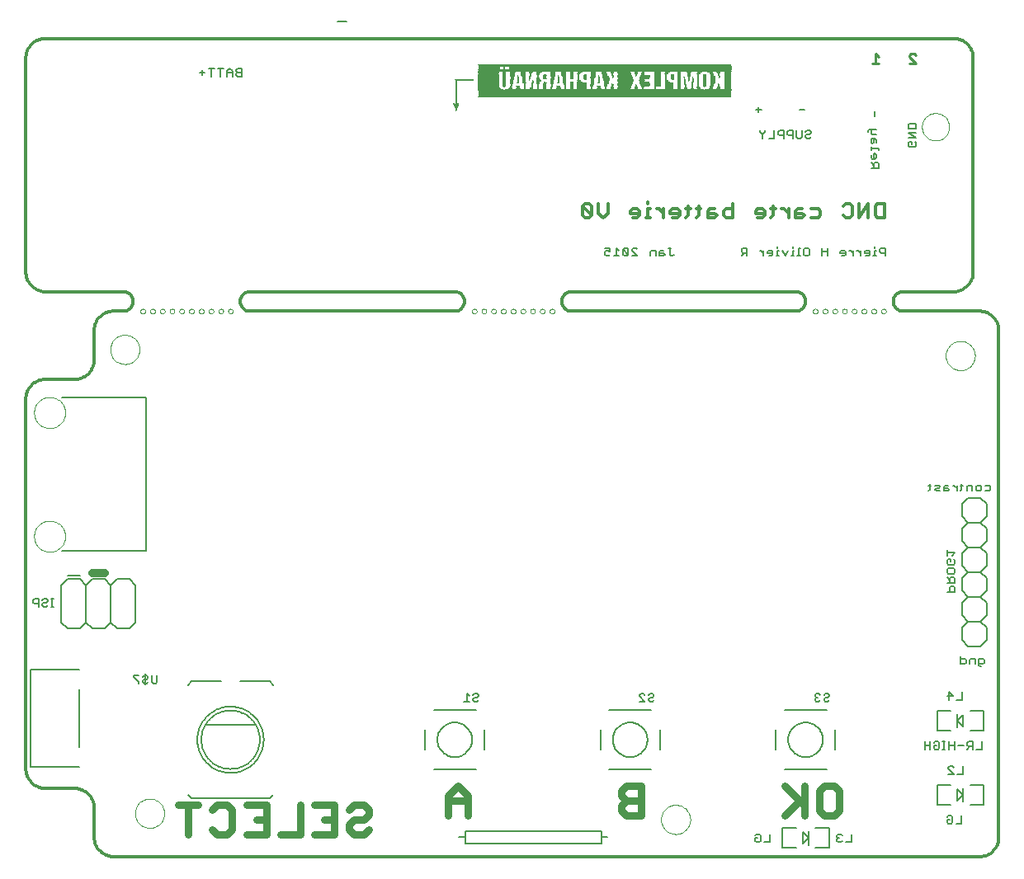
<source format=gbo>
G75*
%MOIN*%
%OFA0B0*%
%FSLAX24Y24*%
%IPPOS*%
%LPD*%
%AMOC8*
5,1,8,0,0,1.08239X$1,22.5*
%
%ADD10C,0.0120*%
%ADD11C,0.0000*%
%ADD12C,0.0080*%
%ADD13C,0.0140*%
%ADD14C,0.0300*%
%ADD15R,0.0010X0.0003*%
%ADD16R,0.0016X0.0003*%
%ADD17R,0.0021X0.0003*%
%ADD18R,0.0018X0.0003*%
%ADD19R,0.0023X0.0003*%
%ADD20R,0.0026X0.0003*%
%ADD21R,0.0029X0.0003*%
%ADD22R,0.0029X0.0003*%
%ADD23R,0.0034X0.0003*%
%ADD24R,0.0031X0.0003*%
%ADD25R,0.0036X0.0003*%
%ADD26R,0.0042X0.0003*%
%ADD27R,0.0039X0.0003*%
%ADD28R,0.0044X0.0003*%
%ADD29R,0.0047X0.0003*%
%ADD30R,0.0049X0.0003*%
%ADD31R,0.0055X0.0003*%
%ADD32R,0.0057X0.0003*%
%ADD33R,0.0060X0.0003*%
%ADD34R,0.0060X0.0003*%
%ADD35R,0.0065X0.0003*%
%ADD36R,0.0070X0.0003*%
%ADD37R,0.0068X0.0003*%
%ADD38R,0.0075X0.0003*%
%ADD39R,0.0075X0.0003*%
%ADD40R,0.0081X0.0003*%
%ADD41R,0.0083X0.0003*%
%ADD42R,0.0086X0.0003*%
%ADD43R,0.0091X0.0003*%
%ADD44R,0.0088X0.0003*%
%ADD45R,0.0091X0.0003*%
%ADD46R,0.0094X0.0003*%
%ADD47R,0.0096X0.0003*%
%ADD48R,0.0099X0.0003*%
%ADD49R,0.0099X0.0003*%
%ADD50R,0.0101X0.0003*%
%ADD51R,0.0104X0.0003*%
%ADD52R,0.0104X0.0003*%
%ADD53R,0.0107X0.0003*%
%ADD54R,0.0109X0.0003*%
%ADD55R,0.0112X0.0003*%
%ADD56R,0.0112X0.0003*%
%ADD57R,0.0117X0.0003*%
%ADD58R,0.0117X0.0003*%
%ADD59R,0.0122X0.0003*%
%ADD60R,0.0122X0.0003*%
%ADD61R,0.0127X0.0003*%
%ADD62R,0.0125X0.0003*%
%ADD63R,0.0133X0.0003*%
%ADD64R,0.0133X0.0003*%
%ADD65R,0.0138X0.0003*%
%ADD66R,0.0138X0.0003*%
%ADD67R,0.0143X0.0003*%
%ADD68R,0.0143X0.0003*%
%ADD69R,0.0148X0.0003*%
%ADD70R,0.0148X0.0003*%
%ADD71R,0.0153X0.0003*%
%ADD72R,0.0156X0.0003*%
%ADD73R,0.0153X0.0003*%
%ADD74R,0.0159X0.0003*%
%ADD75R,0.0161X0.0003*%
%ADD76R,0.0164X0.0003*%
%ADD77R,0.0169X0.0003*%
%ADD78R,0.0164X0.0003*%
%ADD79R,0.0169X0.0003*%
%ADD80R,0.0172X0.0003*%
%ADD81R,0.0174X0.0003*%
%ADD82R,0.0177X0.0003*%
%ADD83R,0.0179X0.0003*%
%ADD84R,0.0185X0.0003*%
%ADD85R,0.0185X0.0003*%
%ADD86R,0.0187X0.0003*%
%ADD87R,0.0190X0.0003*%
%ADD88R,0.0190X0.0003*%
%ADD89R,0.0192X0.0003*%
%ADD90R,0.0195X0.0003*%
%ADD91R,0.0198X0.0003*%
%ADD92R,0.0195X0.0003*%
%ADD93R,0.0200X0.0003*%
%ADD94R,0.0203X0.0003*%
%ADD95R,0.0203X0.0003*%
%ADD96R,0.0205X0.0003*%
%ADD97R,0.0208X0.0003*%
%ADD98R,0.0211X0.0003*%
%ADD99R,0.0062X0.0003*%
%ADD100R,0.0003X0.0003*%
%ADD101R,0.0049X0.0003*%
%ADD102R,0.0003X0.0003*%
%ADD103R,0.0003X0.0003*%
%ADD104R,0.0060X0.0003*%
%ADD105R,0.0003X0.0003*%
%ADD106R,0.0044X0.0003*%
%ADD107R,0.0034X0.0003*%
%ADD108R,0.0023X0.0003*%
%ADD109R,0.0031X0.0003*%
%ADD110R,0.0018X0.0003*%
%ADD111R,0.0034X0.0003*%
%ADD112R,0.0036X0.0003*%
%ADD113R,1.0205X0.0003*%
%ADD114R,1.0215X0.0003*%
%ADD115R,1.0221X0.0003*%
%ADD116R,1.0223X0.0003*%
%ADD117R,1.0226X0.0003*%
%ADD118R,1.0226X0.0003*%
%ADD119R,1.0228X0.0003*%
%ADD120R,1.0226X0.0003*%
%ADD121R,1.0231X0.0003*%
%ADD122R,1.0228X0.0003*%
%ADD123R,1.0231X0.0003*%
%ADD124R,0.1037X0.0003*%
%ADD125R,0.8021X0.0003*%
%ADD126R,0.1043X0.0003*%
%ADD127R,0.1022X0.0003*%
%ADD128R,0.7985X0.0003*%
%ADD129R,0.1019X0.0003*%
%ADD130R,0.1006X0.0003*%
%ADD131R,0.7943X0.0003*%
%ADD132R,0.1001X0.0003*%
%ADD133R,0.0996X0.0003*%
%ADD134R,0.3861X0.0003*%
%ADD135R,0.2707X0.0003*%
%ADD136R,0.1334X0.0003*%
%ADD137R,0.0988X0.0003*%
%ADD138R,0.0309X0.0003*%
%ADD139R,0.0159X0.0003*%
%ADD140R,0.0211X0.0003*%
%ADD141R,0.0221X0.0003*%
%ADD142R,0.0127X0.0003*%
%ADD143R,0.0382X0.0003*%
%ADD144R,0.0096X0.0003*%
%ADD145R,0.0091X0.0003*%
%ADD146R,0.0200X0.0003*%
%ADD147R,0.0523X0.0003*%
%ADD148R,0.0044X0.0003*%
%ADD149R,0.0101X0.0003*%
%ADD150R,0.0387X0.0003*%
%ADD151R,0.0081X0.0003*%
%ADD152R,0.0153X0.0003*%
%ADD153R,0.0065X0.0003*%
%ADD154R,0.0205X0.0003*%
%ADD155R,0.0205X0.0003*%
%ADD156R,0.0975X0.0003*%
%ADD157R,0.0304X0.0003*%
%ADD158R,0.0200X0.0003*%
%ADD159R,0.0216X0.0003*%
%ADD160R,0.0377X0.0003*%
%ADD161R,0.0512X0.0003*%
%ADD162R,0.0039X0.0003*%
%ADD163R,0.0380X0.0003*%
%ADD164R,0.0146X0.0003*%
%ADD165R,0.0135X0.0003*%
%ADD166R,0.0190X0.0003*%
%ADD167R,0.0967X0.0003*%
%ADD168R,0.0299X0.0003*%
%ADD169R,0.0182X0.0003*%
%ADD170R,0.0117X0.0003*%
%ADD171R,0.0367X0.0003*%
%ADD172R,0.0073X0.0003*%
%ADD173R,0.0502X0.0003*%
%ADD174R,0.0135X0.0003*%
%ADD175R,0.0023X0.0003*%
%ADD176R,0.0078X0.0003*%
%ADD177R,0.0372X0.0003*%
%ADD178R,0.0125X0.0003*%
%ADD179R,0.0052X0.0003*%
%ADD180R,0.0130X0.0003*%
%ADD181R,0.0052X0.0003*%
%ADD182R,0.0949X0.0003*%
%ADD183R,0.0299X0.0003*%
%ADD184R,0.0135X0.0003*%
%ADD185R,0.0174X0.0003*%
%ADD186R,0.0117X0.0003*%
%ADD187R,0.0107X0.0003*%
%ADD188R,0.0367X0.0003*%
%ADD189R,0.0070X0.0003*%
%ADD190R,0.0070X0.0003*%
%ADD191R,0.0502X0.0003*%
%ADD192R,0.0026X0.0003*%
%ADD193R,0.0372X0.0003*%
%ADD194R,0.0055X0.0003*%
%ADD195R,0.0187X0.0003*%
%ADD196R,0.0073X0.0003*%
%ADD197R,0.0049X0.0003*%
%ADD198R,0.0182X0.0003*%
%ADD199R,0.0944X0.0003*%
%ADD200R,0.0296X0.0003*%
%ADD201R,0.0364X0.0003*%
%ADD202R,0.0068X0.0003*%
%ADD203R,0.0179X0.0003*%
%ADD204R,0.0057X0.0003*%
%ADD205R,0.0133X0.0003*%
%ADD206R,0.0073X0.0003*%
%ADD207R,0.0047X0.0003*%
%ADD208R,0.0939X0.0003*%
%ADD209R,0.0299X0.0003*%
%ADD210R,0.0169X0.0003*%
%ADD211R,0.0499X0.0003*%
%ADD212R,0.0026X0.0003*%
%ADD213R,0.0070X0.0003*%
%ADD214R,0.0166X0.0003*%
%ADD215R,0.0936X0.0003*%
%ADD216R,0.0161X0.0003*%
%ADD217R,0.0174X0.0003*%
%ADD218R,0.0107X0.0003*%
%ADD219R,0.0361X0.0003*%
%ADD220R,0.0062X0.0003*%
%ADD221R,0.0044X0.0003*%
%ADD222R,0.0177X0.0003*%
%ADD223R,0.0933X0.0003*%
%ADD224R,0.0130X0.0003*%
%ADD225R,0.0361X0.0003*%
%ADD226R,0.0174X0.0003*%
%ADD227R,0.0499X0.0003*%
%ADD228R,0.0182X0.0003*%
%ADD229R,0.0120X0.0003*%
%ADD230R,0.0049X0.0003*%
%ADD231R,0.0156X0.0003*%
%ADD232R,0.0928X0.0003*%
%ADD233R,0.0359X0.0003*%
%ADD234R,0.0497X0.0003*%
%ADD235R,0.0120X0.0003*%
%ADD236R,0.0120X0.0003*%
%ADD237R,0.0151X0.0003*%
%ADD238R,0.0923X0.0003*%
%ADD239R,0.0172X0.0003*%
%ADD240R,0.0920X0.0003*%
%ADD241R,0.0356X0.0003*%
%ADD242R,0.0166X0.0003*%
%ADD243R,0.0918X0.0003*%
%ADD244R,0.0125X0.0003*%
%ADD245R,0.0109X0.0003*%
%ADD246R,0.0164X0.0003*%
%ADD247R,0.0172X0.0003*%
%ADD248R,0.0140X0.0003*%
%ADD249R,0.0915X0.0003*%
%ADD250R,0.0153X0.0003*%
%ADD251R,0.0099X0.0003*%
%ADD252R,0.0114X0.0003*%
%ADD253R,0.0177X0.0003*%
%ADD254R,0.0057X0.0003*%
%ADD255R,0.0075X0.0003*%
%ADD256R,0.0907X0.0003*%
%ADD257R,0.0504X0.0003*%
%ADD258R,0.0910X0.0003*%
%ADD259R,0.0296X0.0003*%
%ADD260R,0.0099X0.0003*%
%ADD261R,0.0356X0.0003*%
%ADD262R,0.0156X0.0003*%
%ADD263R,0.0364X0.0003*%
%ADD264R,0.0114X0.0003*%
%ADD265R,0.0172X0.0003*%
%ADD266R,0.0075X0.0003*%
%ADD267R,0.0114X0.0003*%
%ADD268R,0.0127X0.0003*%
%ADD269R,0.0902X0.0003*%
%ADD270R,0.0143X0.0003*%
%ADD271R,0.0507X0.0003*%
%ADD272R,0.0062X0.0003*%
%ADD273R,0.0900X0.0003*%
%ADD274R,0.0140X0.0003*%
%ADD275R,0.0036X0.0003*%
%ADD276R,0.0055X0.0003*%
%ADD277R,0.0897X0.0003*%
%ADD278R,0.0078X0.0003*%
%ADD279R,0.0114X0.0003*%
%ADD280R,0.0894X0.0003*%
%ADD281R,0.0507X0.0003*%
%ADD282R,0.0052X0.0003*%
%ADD283R,0.0122X0.0003*%
%ADD284R,0.0081X0.0003*%
%ADD285R,0.0055X0.0003*%
%ADD286R,0.0889X0.0003*%
%ADD287R,0.0096X0.0003*%
%ADD288R,0.0146X0.0003*%
%ADD289R,0.0510X0.0003*%
%ADD290R,0.0042X0.0003*%
%ADD291R,0.0083X0.0003*%
%ADD292R,0.0164X0.0003*%
%ADD293R,0.0889X0.0003*%
%ADD294R,0.0507X0.0003*%
%ADD295R,0.0122X0.0003*%
%ADD296R,0.0884X0.0003*%
%ADD297R,0.0096X0.0003*%
%ADD298R,0.0510X0.0003*%
%ADD299R,0.0078X0.0003*%
%ADD300R,0.0057X0.0003*%
%ADD301R,0.0125X0.0003*%
%ADD302R,0.0086X0.0003*%
%ADD303R,0.0884X0.0003*%
%ADD304R,0.0138X0.0003*%
%ADD305R,0.0081X0.0003*%
%ADD306R,0.0086X0.0003*%
%ADD307R,0.0109X0.0003*%
%ADD308R,0.0881X0.0003*%
%ADD309R,0.0515X0.0003*%
%ADD310R,0.0088X0.0003*%
%ADD311R,0.0879X0.0003*%
%ADD312R,0.0159X0.0003*%
%ADD313R,0.0876X0.0003*%
%ADD314R,0.0109X0.0003*%
%ADD315R,0.0120X0.0003*%
%ADD316R,0.0517X0.0003*%
%ADD317R,0.0086X0.0003*%
%ADD318R,0.0060X0.0003*%
%ADD319R,0.0088X0.0003*%
%ADD320R,0.0107X0.0003*%
%ADD321R,0.0161X0.0003*%
%ADD322R,0.0874X0.0003*%
%ADD323R,0.0517X0.0003*%
%ADD324R,0.0871X0.0003*%
%ADD325R,0.0094X0.0003*%
%ADD326R,0.0101X0.0003*%
%ADD327R,0.0520X0.0003*%
%ADD328R,0.0159X0.0003*%
%ADD329R,0.0871X0.0003*%
%ADD330R,0.0091X0.0003*%
%ADD331R,0.0523X0.0003*%
%ADD332R,0.0104X0.0003*%
%ADD333R,0.0868X0.0003*%
%ADD334R,0.0866X0.0003*%
%ADD335R,0.0525X0.0003*%
%ADD336R,0.0863X0.0003*%
%ADD337R,0.0088X0.0003*%
%ADD338R,0.0523X0.0003*%
%ADD339R,0.0068X0.0003*%
%ADD340R,0.0861X0.0003*%
%ADD341R,0.0528X0.0003*%
%ADD342R,0.0294X0.0003*%
%ADD343R,0.0525X0.0003*%
%ADD344R,0.0861X0.0003*%
%ADD345R,0.0530X0.0003*%
%ADD346R,0.0858X0.0003*%
%ADD347R,0.0294X0.0003*%
%ADD348R,0.0094X0.0003*%
%ADD349R,0.0528X0.0003*%
%ADD350R,0.0062X0.0003*%
%ADD351R,0.0855X0.0003*%
%ADD352R,0.0533X0.0003*%
%ADD353R,0.0855X0.0003*%
%ADD354R,0.0536X0.0003*%
%ADD355R,0.0151X0.0003*%
%ADD356R,0.0151X0.0003*%
%ADD357R,0.0853X0.0003*%
%ADD358R,0.0533X0.0003*%
%ADD359R,0.0850X0.0003*%
%ADD360R,0.0538X0.0003*%
%ADD361R,0.0853X0.0003*%
%ADD362R,0.0536X0.0003*%
%ADD363R,0.0359X0.0003*%
%ADD364R,0.0538X0.0003*%
%ADD365R,0.0850X0.0003*%
%ADD366R,0.0543X0.0003*%
%ADD367R,0.0848X0.0003*%
%ADD368R,0.0146X0.0003*%
%ADD369R,0.0845X0.0003*%
%ADD370R,0.0543X0.0003*%
%ADD371R,0.0845X0.0003*%
%ADD372R,0.0546X0.0003*%
%ADD373R,0.0543X0.0003*%
%ADD374R,0.0549X0.0003*%
%ADD375R,0.0842X0.0003*%
%ADD376R,0.0551X0.0003*%
%ADD377R,0.0078X0.0003*%
%ADD378R,0.0842X0.0003*%
%ADD379R,0.0554X0.0003*%
%ADD380R,0.0840X0.0003*%
%ADD381R,0.0554X0.0003*%
%ADD382R,0.0029X0.0003*%
%ADD383R,0.0263X0.0003*%
%ADD384R,0.0346X0.0003*%
%ADD385R,0.0556X0.0003*%
%ADD386R,0.0268X0.0003*%
%ADD387R,0.0351X0.0003*%
%ADD388R,0.0273X0.0003*%
%ADD389R,0.0354X0.0003*%
%ADD390R,0.0559X0.0003*%
%ADD391R,0.0112X0.0003*%
%ADD392R,0.0837X0.0003*%
%ADD393R,0.0270X0.0003*%
%ADD394R,0.0354X0.0003*%
%ADD395R,0.0559X0.0003*%
%ADD396R,0.0112X0.0003*%
%ADD397R,0.0837X0.0003*%
%ADD398R,0.0083X0.0003*%
%ADD399R,0.0273X0.0003*%
%ADD400R,0.0356X0.0003*%
%ADD401R,0.0083X0.0003*%
%ADD402R,0.0356X0.0003*%
%ADD403R,0.0101X0.0003*%
%ADD404R,0.0835X0.0003*%
%ADD405R,0.0276X0.0003*%
%ADD406R,0.0564X0.0003*%
%ADD407R,0.0835X0.0003*%
%ADD408R,0.0133X0.0003*%
%ADD409R,0.0042X0.0003*%
%ADD410R,0.0564X0.0003*%
%ADD411R,0.0278X0.0003*%
%ADD412R,0.0569X0.0003*%
%ADD413R,0.0068X0.0003*%
%ADD414R,0.0278X0.0003*%
%ADD415R,0.0369X0.0003*%
%ADD416R,0.0569X0.0003*%
%ADD417R,0.0369X0.0003*%
%ADD418R,0.0567X0.0003*%
%ADD419R,0.0572X0.0003*%
%ADD420R,0.0832X0.0003*%
%ADD421R,0.0374X0.0003*%
%ADD422R,0.0026X0.0003*%
%ADD423R,0.0575X0.0003*%
%ADD424R,0.0832X0.0003*%
%ADD425R,0.0572X0.0003*%
%ADD426R,0.0374X0.0003*%
%ADD427R,0.0575X0.0003*%
%ADD428R,0.0377X0.0003*%
%ADD429R,0.0013X0.0003*%
%ADD430R,0.0377X0.0003*%
%ADD431R,0.0008X0.0003*%
%ADD432R,0.0580X0.0003*%
%ADD433R,0.0276X0.0003*%
%ADD434R,0.0127X0.0003*%
%ADD435R,0.0042X0.0003*%
%ADD436R,0.0276X0.0003*%
%ADD437R,0.0380X0.0003*%
%ADD438R,0.0580X0.0003*%
%ADD439R,0.0143X0.0003*%
%ADD440R,0.0094X0.0003*%
%ADD441R,0.0582X0.0003*%
%ADD442R,0.0382X0.0003*%
%ADD443R,0.0580X0.0003*%
%ADD444R,0.0385X0.0003*%
%ADD445R,0.0585X0.0003*%
%ADD446R,0.0034X0.0003*%
%ADD447R,0.0585X0.0003*%
%ADD448R,0.0031X0.0003*%
%ADD449R,0.0588X0.0003*%
%ADD450R,0.0387X0.0003*%
%ADD451R,0.0387X0.0003*%
%ADD452R,0.0590X0.0003*%
%ADD453R,0.0590X0.0003*%
%ADD454R,0.0021X0.0003*%
%ADD455R,0.0390X0.0003*%
%ADD456R,0.0595X0.0003*%
%ADD457R,0.0016X0.0003*%
%ADD458R,0.0013X0.0003*%
%ADD459R,0.0010X0.0003*%
%ADD460R,0.0008X0.0003*%
%ADD461R,0.0393X0.0003*%
%ADD462R,0.0595X0.0003*%
%ADD463R,0.0367X0.0003*%
%ADD464R,0.0393X0.0003*%
%ADD465R,0.0395X0.0003*%
%ADD466R,0.0601X0.0003*%
%ADD467R,0.0367X0.0003*%
%ADD468R,0.0395X0.0003*%
%ADD469R,0.0398X0.0003*%
%ADD470R,0.0400X0.0003*%
%ADD471R,0.0603X0.0003*%
%ADD472R,0.0166X0.0003*%
%ADD473R,0.0400X0.0003*%
%ADD474R,0.0601X0.0003*%
%ADD475R,0.0104X0.0003*%
%ADD476R,0.0403X0.0003*%
%ADD477R,0.0606X0.0003*%
%ADD478R,0.0406X0.0003*%
%ADD479R,0.0606X0.0003*%
%ADD480R,0.0179X0.0003*%
%ADD481R,0.0406X0.0003*%
%ADD482R,0.0047X0.0003*%
%ADD483R,0.0406X0.0003*%
%ADD484R,0.0408X0.0003*%
%ADD485R,0.0408X0.0003*%
%ADD486R,0.0611X0.0003*%
%ADD487R,0.0343X0.0003*%
%ADD488R,0.0411X0.0003*%
%ADD489R,0.0611X0.0003*%
%ADD490R,0.0335X0.0003*%
%ADD491R,0.0252X0.0003*%
%ADD492R,0.0229X0.0003*%
%ADD493R,0.0413X0.0003*%
%ADD494R,0.0614X0.0003*%
%ADD495R,0.0192X0.0003*%
%ADD496R,0.0237X0.0003*%
%ADD497R,0.0413X0.0003*%
%ADD498R,0.0221X0.0003*%
%ADD499R,0.0039X0.0003*%
%ADD500R,0.0198X0.0003*%
%ADD501R,0.0616X0.0003*%
%ADD502R,0.0413X0.0003*%
%ADD503R,0.0616X0.0003*%
%ADD504R,0.0198X0.0003*%
%ADD505R,0.0200X0.0003*%
%ADD506R,0.0039X0.0003*%
%ADD507R,0.0182X0.0003*%
%ADD508R,0.0619X0.0003*%
%ADD509R,0.0247X0.0003*%
%ADD510R,0.0616X0.0003*%
%ADD511R,0.0621X0.0003*%
%ADD512R,0.0216X0.0003*%
%ADD513R,0.0621X0.0003*%
%ADD514R,0.0213X0.0003*%
%ADD515R,0.0624X0.0003*%
%ADD516R,0.0211X0.0003*%
%ADD517R,0.0208X0.0003*%
%ADD518R,0.0190X0.0003*%
%ADD519R,0.0216X0.0003*%
%ADD520R,0.0627X0.0003*%
%ADD521R,0.0211X0.0003*%
%ADD522R,0.0627X0.0003*%
%ADD523R,0.0218X0.0003*%
%ADD524R,0.0629X0.0003*%
%ADD525R,0.0218X0.0003*%
%ADD526R,0.0632X0.0003*%
%ADD527R,0.0218X0.0003*%
%ADD528R,0.0632X0.0003*%
%ADD529R,0.0138X0.0003*%
%ADD530R,0.0013X0.0003*%
%ADD531R,0.0224X0.0003*%
%ADD532R,0.0637X0.0003*%
%ADD533R,0.0221X0.0003*%
%ADD534R,0.0226X0.0003*%
%ADD535R,0.0224X0.0003*%
%ADD536R,0.0634X0.0003*%
%ADD537R,0.0226X0.0003*%
%ADD538R,0.0640X0.0003*%
%ADD539R,0.0229X0.0003*%
%ADD540R,0.0637X0.0003*%
%ADD541R,0.0229X0.0003*%
%ADD542R,0.0642X0.0003*%
%ADD543R,0.0231X0.0003*%
%ADD544R,0.0023X0.0003*%
%ADD545R,0.0226X0.0003*%
%ADD546R,0.0637X0.0003*%
%ADD547R,0.0073X0.0003*%
%ADD548R,0.0237X0.0003*%
%ADD549R,0.0029X0.0003*%
%ADD550R,0.0231X0.0003*%
%ADD551R,0.0642X0.0003*%
%ADD552R,0.0239X0.0003*%
%ADD553R,0.0016X0.0003*%
%ADD554R,0.0234X0.0003*%
%ADD555R,0.0645X0.0003*%
%ADD556R,0.0242X0.0003*%
%ADD557R,0.0239X0.0003*%
%ADD558R,0.0010X0.0003*%
%ADD559R,0.0213X0.0003*%
%ADD560R,0.0031X0.0003*%
%ADD561R,0.0234X0.0003*%
%ADD562R,0.0645X0.0003*%
%ADD563R,0.0242X0.0003*%
%ADD564R,0.0005X0.0003*%
%ADD565R,0.0013X0.0003*%
%ADD566R,0.0135X0.0003*%
%ADD567R,0.0036X0.0003*%
%ADD568R,0.0250X0.0003*%
%ADD569R,0.0640X0.0003*%
%ADD570R,0.0250X0.0003*%
%ADD571R,0.0161X0.0003*%
%ADD572R,0.0151X0.0003*%
%ADD573R,0.0736X0.0003*%
%ADD574R,0.0252X0.0003*%
%ADD575R,0.0738X0.0003*%
%ADD576R,0.0257X0.0003*%
%ADD577R,0.0744X0.0003*%
%ADD578R,0.0257X0.0003*%
%ADD579R,0.0744X0.0003*%
%ADD580R,0.0746X0.0003*%
%ADD581R,0.0260X0.0003*%
%ADD582R,0.0637X0.0003*%
%ADD583R,0.0263X0.0003*%
%ADD584R,0.0021X0.0003*%
%ADD585R,0.0746X0.0003*%
%ADD586R,0.0634X0.0003*%
%ADD587R,0.0265X0.0003*%
%ADD588R,0.0268X0.0003*%
%ADD589R,0.0741X0.0003*%
%ADD590R,0.0736X0.0003*%
%ADD591R,0.0720X0.0003*%
%ADD592R,0.0629X0.0003*%
%ADD593R,0.0270X0.0003*%
%ADD594R,0.0434X0.0003*%
%ADD595R,0.0273X0.0003*%
%ADD596R,0.0156X0.0003*%
%ADD597R,0.0140X0.0003*%
%ADD598R,0.0627X0.0003*%
%ADD599R,0.0221X0.0003*%
%ADD600R,0.0268X0.0003*%
%ADD601R,0.0140X0.0003*%
%ADD602R,0.0208X0.0003*%
%ADD603R,0.0619X0.0003*%
%ADD604R,0.0263X0.0003*%
%ADD605R,0.0146X0.0003*%
%ADD606R,0.0265X0.0003*%
%ADD607R,0.0616X0.0003*%
%ADD608R,0.0052X0.0003*%
%ADD609R,0.0614X0.0003*%
%ADD610R,0.0408X0.0003*%
%ADD611R,0.0608X0.0003*%
%ADD612R,0.0257X0.0003*%
%ADD613R,0.0203X0.0003*%
%ADD614R,0.0608X0.0003*%
%ADD615R,0.0255X0.0003*%
%ADD616R,0.0603X0.0003*%
%ADD617R,0.0255X0.0003*%
%ADD618R,0.0166X0.0003*%
%ADD619R,0.0005X0.0003*%
%ADD620R,0.0008X0.0003*%
%ADD621R,0.0255X0.0003*%
%ADD622R,0.0403X0.0003*%
%ADD623R,0.0016X0.0003*%
%ADD624R,0.0598X0.0003*%
%ADD625R,0.0247X0.0003*%
%ADD626R,0.0247X0.0003*%
%ADD627R,0.0244X0.0003*%
%ADD628R,0.0593X0.0003*%
%ADD629R,0.0390X0.0003*%
%ADD630R,0.0590X0.0003*%
%ADD631R,0.0590X0.0003*%
%ADD632R,0.0244X0.0003*%
%ADD633R,0.0582X0.0003*%
%ADD634R,0.0239X0.0003*%
%ADD635R,0.0237X0.0003*%
%ADD636R,0.0580X0.0003*%
%ADD637R,0.0237X0.0003*%
%ADD638R,0.0185X0.0003*%
%ADD639R,0.0577X0.0003*%
%ADD640R,0.0231X0.0003*%
%ADD641R,0.0169X0.0003*%
%ADD642R,0.0192X0.0003*%
%ADD643R,0.0005X0.0003*%
%ADD644R,0.0179X0.0003*%
%ADD645R,0.0351X0.0003*%
%ADD646R,0.0551X0.0003*%
%ADD647R,0.0216X0.0003*%
%ADD648R,0.0549X0.0003*%
%ADD649R,0.0546X0.0003*%
%ADD650R,0.0185X0.0003*%
%ADD651R,0.0541X0.0003*%
%ADD652R,0.0543X0.0003*%
%ADD653R,0.0187X0.0003*%
%ADD654R,0.0192X0.0003*%
%ADD655R,0.0208X0.0003*%
%ADD656R,0.0533X0.0003*%
%ADD657R,0.0530X0.0003*%
%ADD658R,0.0198X0.0003*%
%ADD659R,0.0515X0.0003*%
%ADD660R,0.0512X0.0003*%
%ADD661R,0.0203X0.0003*%
%ADD662R,0.0205X0.0003*%
%ADD663R,0.0281X0.0003*%
%ADD664R,0.0507X0.0003*%
%ADD665R,0.0281X0.0003*%
%ADD666R,0.0504X0.0003*%
%ADD667R,0.0187X0.0003*%
%ADD668R,0.0283X0.0003*%
%ADD669R,0.0302X0.0003*%
%ADD670R,0.0289X0.0003*%
%ADD671R,0.0226X0.0003*%
%ADD672R,0.0229X0.0003*%
%ADD673R,0.0840X0.0003*%
%ADD674R,0.0315X0.0003*%
%ADD675R,0.0263X0.0003*%
%ADD676R,0.0325X0.0003*%
%ADD677R,0.0309X0.0003*%
%ADD678R,0.0993X0.0003*%
%ADD679R,0.1017X0.0003*%
%ADD680R,0.1391X0.0003*%
%ADD681R,0.2556X0.0003*%
%ADD682R,0.1578X0.0003*%
%ADD683R,0.1641X0.0003*%
%ADD684R,0.1006X0.0003*%
%ADD685R,0.9084X0.0003*%
%ADD686R,0.1019X0.0003*%
%ADD687R,0.9092X0.0003*%
%ADD688R,0.1048X0.0003*%
%ADD689R,0.9105X0.0003*%
%ADD690R,0.1087X0.0003*%
%ADD691R,0.9129X0.0003*%
%ADD692R,0.9017X0.0003*%
%ADD693R,0.8993X0.0003*%
%ADD694R,0.0897X0.0003*%
%ADD695R,0.8988X0.0003*%
%ADD696R,0.8986X0.0003*%
%ADD697R,0.0881X0.0003*%
%ADD698R,0.8986X0.0003*%
%ADD699R,0.8983X0.0003*%
%ADD700R,0.8983X0.0003*%
%ADD701R,0.0876X0.0003*%
%ADD702R,0.0876X0.0003*%
%ADD703R,0.0876X0.0003*%
%ADD704R,0.8980X0.0003*%
%ADD705R,0.8980X0.0003*%
%ADD706R,0.8983X0.0003*%
%ADD707R,0.8986X0.0003*%
%ADD708R,0.8993X0.0003*%
%ADD709R,0.8999X0.0003*%
%ADD710R,0.0892X0.0003*%
%ADD711R,1.0226X0.0003*%
%ADD712R,1.0223X0.0003*%
%ADD713R,1.0218X0.0003*%
%ADD714C,0.0050*%
%ADD715C,0.0100*%
%ADD716C,0.0320*%
D10*
X007011Y006459D02*
X007011Y021420D01*
X007013Y021474D01*
X007018Y021527D01*
X007027Y021580D01*
X007040Y021632D01*
X007056Y021684D01*
X007076Y021734D01*
X007099Y021782D01*
X007126Y021829D01*
X007155Y021874D01*
X007188Y021917D01*
X007223Y021957D01*
X007261Y021995D01*
X007301Y022030D01*
X007344Y022063D01*
X007389Y022092D01*
X007436Y022119D01*
X007484Y022142D01*
X007534Y022162D01*
X007586Y022178D01*
X007638Y022191D01*
X007691Y022200D01*
X007744Y022205D01*
X007798Y022207D01*
X008979Y022207D01*
X008979Y022208D02*
X009033Y022210D01*
X009086Y022215D01*
X009139Y022224D01*
X009191Y022237D01*
X009243Y022253D01*
X009293Y022273D01*
X009341Y022296D01*
X009388Y022323D01*
X009433Y022352D01*
X009476Y022385D01*
X009516Y022420D01*
X009554Y022458D01*
X009589Y022498D01*
X009622Y022541D01*
X009651Y022586D01*
X009678Y022633D01*
X009701Y022681D01*
X009721Y022731D01*
X009737Y022783D01*
X009750Y022835D01*
X009759Y022888D01*
X009764Y022941D01*
X009766Y022995D01*
X009767Y022995D02*
X009767Y024176D01*
X009769Y024230D01*
X009774Y024283D01*
X009783Y024336D01*
X009796Y024388D01*
X009812Y024440D01*
X009832Y024490D01*
X009855Y024538D01*
X009882Y024585D01*
X009911Y024630D01*
X009944Y024673D01*
X009979Y024713D01*
X010017Y024751D01*
X010057Y024786D01*
X010100Y024819D01*
X010145Y024848D01*
X010192Y024875D01*
X010240Y024898D01*
X010290Y024918D01*
X010342Y024934D01*
X010394Y024947D01*
X010447Y024956D01*
X010500Y024961D01*
X010554Y024963D01*
X010948Y024963D01*
X010987Y024965D01*
X011025Y024971D01*
X011062Y024980D01*
X011099Y024993D01*
X011134Y025010D01*
X011167Y025029D01*
X011198Y025052D01*
X011227Y025078D01*
X011253Y025107D01*
X011276Y025138D01*
X011295Y025171D01*
X011312Y025206D01*
X011325Y025243D01*
X011334Y025280D01*
X011340Y025318D01*
X011342Y025357D01*
X011340Y025396D01*
X011334Y025434D01*
X011325Y025471D01*
X011312Y025508D01*
X011295Y025543D01*
X011276Y025576D01*
X011253Y025607D01*
X011227Y025636D01*
X011198Y025662D01*
X011167Y025685D01*
X011134Y025704D01*
X011099Y025721D01*
X011062Y025734D01*
X011025Y025743D01*
X010987Y025749D01*
X010948Y025751D01*
X007798Y025751D01*
X007744Y025753D01*
X007691Y025758D01*
X007638Y025767D01*
X007586Y025780D01*
X007534Y025796D01*
X007484Y025816D01*
X007436Y025839D01*
X007389Y025866D01*
X007344Y025895D01*
X007301Y025928D01*
X007261Y025963D01*
X007223Y026001D01*
X007188Y026041D01*
X007155Y026084D01*
X007126Y026129D01*
X007099Y026176D01*
X007076Y026224D01*
X007056Y026274D01*
X007040Y026326D01*
X007027Y026378D01*
X007018Y026431D01*
X007013Y026484D01*
X007011Y026538D01*
X007011Y035199D01*
X007013Y035253D01*
X007018Y035306D01*
X007027Y035359D01*
X007040Y035411D01*
X007056Y035463D01*
X007076Y035513D01*
X007099Y035561D01*
X007126Y035608D01*
X007155Y035653D01*
X007188Y035696D01*
X007223Y035736D01*
X007261Y035774D01*
X007301Y035809D01*
X007344Y035842D01*
X007389Y035871D01*
X007436Y035898D01*
X007484Y035921D01*
X007534Y035941D01*
X007586Y035957D01*
X007638Y035970D01*
X007691Y035979D01*
X007744Y035984D01*
X007798Y035986D01*
X007798Y035987D02*
X044491Y035987D01*
X044491Y035986D02*
X044545Y035984D01*
X044598Y035979D01*
X044651Y035970D01*
X044703Y035957D01*
X044755Y035941D01*
X044805Y035921D01*
X044853Y035898D01*
X044900Y035871D01*
X044945Y035842D01*
X044988Y035809D01*
X045028Y035774D01*
X045066Y035736D01*
X045101Y035696D01*
X045134Y035653D01*
X045163Y035608D01*
X045190Y035561D01*
X045213Y035513D01*
X045233Y035463D01*
X045249Y035411D01*
X045262Y035359D01*
X045271Y035306D01*
X045276Y035253D01*
X045278Y035199D01*
X045279Y035199D02*
X045279Y026538D01*
X045278Y026538D02*
X045276Y026484D01*
X045271Y026431D01*
X045262Y026378D01*
X045249Y026326D01*
X045233Y026274D01*
X045213Y026224D01*
X045190Y026176D01*
X045163Y026129D01*
X045134Y026084D01*
X045101Y026041D01*
X045066Y026001D01*
X045028Y025963D01*
X044988Y025928D01*
X044945Y025895D01*
X044900Y025866D01*
X044853Y025839D01*
X044805Y025816D01*
X044755Y025796D01*
X044703Y025780D01*
X044651Y025767D01*
X044598Y025758D01*
X044545Y025753D01*
X044491Y025751D01*
X042444Y025751D01*
X042405Y025749D01*
X042367Y025743D01*
X042330Y025734D01*
X042293Y025721D01*
X042258Y025704D01*
X042225Y025685D01*
X042194Y025662D01*
X042165Y025636D01*
X042139Y025607D01*
X042116Y025576D01*
X042097Y025543D01*
X042080Y025508D01*
X042067Y025471D01*
X042058Y025434D01*
X042052Y025396D01*
X042050Y025357D01*
X042052Y025318D01*
X042058Y025280D01*
X042067Y025243D01*
X042080Y025206D01*
X042097Y025171D01*
X042116Y025138D01*
X042139Y025107D01*
X042165Y025078D01*
X042194Y025052D01*
X042225Y025029D01*
X042258Y025010D01*
X042293Y024993D01*
X042330Y024980D01*
X042367Y024971D01*
X042405Y024965D01*
X042444Y024963D01*
X045594Y024963D01*
X045593Y024963D02*
X045647Y024958D01*
X045699Y024950D01*
X045751Y024938D01*
X045802Y024922D01*
X045852Y024902D01*
X045901Y024879D01*
X045947Y024853D01*
X045991Y024823D01*
X046034Y024790D01*
X046074Y024754D01*
X046111Y024716D01*
X046145Y024675D01*
X046176Y024632D01*
X046205Y024586D01*
X046229Y024539D01*
X046251Y024490D01*
X046269Y024440D01*
X046283Y024388D01*
X046293Y024336D01*
X046300Y024282D01*
X046303Y024229D01*
X046302Y024176D01*
X046302Y003703D01*
X046303Y003650D01*
X046300Y003597D01*
X046293Y003543D01*
X046283Y003491D01*
X046269Y003439D01*
X046251Y003389D01*
X046229Y003340D01*
X046205Y003293D01*
X046176Y003247D01*
X046145Y003204D01*
X046111Y003163D01*
X046074Y003125D01*
X046034Y003089D01*
X045991Y003056D01*
X045947Y003026D01*
X045901Y003000D01*
X045852Y002977D01*
X045802Y002957D01*
X045751Y002941D01*
X045699Y002929D01*
X045647Y002921D01*
X045593Y002916D01*
X045594Y002916D02*
X010554Y002916D01*
X010500Y002918D01*
X010447Y002923D01*
X010394Y002932D01*
X010342Y002945D01*
X010290Y002961D01*
X010240Y002981D01*
X010192Y003004D01*
X010145Y003031D01*
X010100Y003060D01*
X010057Y003093D01*
X010017Y003128D01*
X009979Y003166D01*
X009944Y003206D01*
X009911Y003249D01*
X009882Y003294D01*
X009855Y003341D01*
X009832Y003389D01*
X009812Y003439D01*
X009796Y003491D01*
X009783Y003543D01*
X009774Y003596D01*
X009769Y003649D01*
X009767Y003703D01*
X009767Y004884D01*
X009766Y004884D02*
X009764Y004938D01*
X009759Y004991D01*
X009750Y005044D01*
X009737Y005096D01*
X009721Y005148D01*
X009701Y005198D01*
X009678Y005246D01*
X009651Y005293D01*
X009622Y005338D01*
X009589Y005381D01*
X009554Y005421D01*
X009516Y005459D01*
X009476Y005494D01*
X009433Y005527D01*
X009388Y005556D01*
X009341Y005583D01*
X009293Y005606D01*
X009243Y005626D01*
X009191Y005642D01*
X009139Y005655D01*
X009086Y005664D01*
X009033Y005669D01*
X008979Y005671D01*
X008979Y005672D02*
X007798Y005672D01*
X007744Y005674D01*
X007691Y005679D01*
X007638Y005688D01*
X007586Y005701D01*
X007534Y005717D01*
X007484Y005737D01*
X007436Y005760D01*
X007389Y005787D01*
X007344Y005816D01*
X007301Y005849D01*
X007261Y005884D01*
X007223Y005922D01*
X007188Y005962D01*
X007155Y006005D01*
X007126Y006050D01*
X007099Y006097D01*
X007076Y006145D01*
X007056Y006195D01*
X007040Y006247D01*
X007027Y006299D01*
X007018Y006352D01*
X007013Y006405D01*
X007011Y006459D01*
X016066Y024963D02*
X024334Y024963D01*
X024373Y024965D01*
X024411Y024971D01*
X024448Y024980D01*
X024485Y024993D01*
X024520Y025010D01*
X024553Y025029D01*
X024584Y025052D01*
X024613Y025078D01*
X024639Y025107D01*
X024662Y025138D01*
X024681Y025171D01*
X024698Y025206D01*
X024711Y025243D01*
X024720Y025280D01*
X024726Y025318D01*
X024728Y025357D01*
X024726Y025396D01*
X024720Y025434D01*
X024711Y025471D01*
X024698Y025508D01*
X024681Y025543D01*
X024662Y025576D01*
X024639Y025607D01*
X024613Y025636D01*
X024584Y025662D01*
X024553Y025685D01*
X024520Y025704D01*
X024485Y025721D01*
X024448Y025734D01*
X024411Y025743D01*
X024373Y025749D01*
X024334Y025751D01*
X016066Y025751D01*
X015672Y025357D02*
X015674Y025318D01*
X015680Y025280D01*
X015689Y025243D01*
X015702Y025206D01*
X015719Y025171D01*
X015738Y025138D01*
X015761Y025107D01*
X015787Y025078D01*
X015816Y025052D01*
X015847Y025029D01*
X015880Y025010D01*
X015915Y024993D01*
X015952Y024980D01*
X015989Y024971D01*
X016027Y024965D01*
X016066Y024963D01*
X015672Y025357D02*
X015674Y025396D01*
X015680Y025434D01*
X015689Y025471D01*
X015702Y025508D01*
X015719Y025543D01*
X015738Y025576D01*
X015761Y025607D01*
X015787Y025636D01*
X015816Y025662D01*
X015847Y025685D01*
X015880Y025704D01*
X015915Y025721D01*
X015952Y025734D01*
X015989Y025743D01*
X016027Y025749D01*
X016066Y025751D01*
X029058Y025751D02*
X038113Y025751D01*
X038507Y025357D02*
X038505Y025318D01*
X038499Y025280D01*
X038490Y025243D01*
X038477Y025206D01*
X038460Y025171D01*
X038441Y025138D01*
X038418Y025107D01*
X038392Y025078D01*
X038363Y025052D01*
X038332Y025029D01*
X038299Y025010D01*
X038264Y024993D01*
X038227Y024980D01*
X038190Y024971D01*
X038152Y024965D01*
X038113Y024963D01*
X029058Y024963D01*
X028664Y025357D02*
X028666Y025396D01*
X028672Y025434D01*
X028681Y025471D01*
X028694Y025508D01*
X028711Y025543D01*
X028730Y025576D01*
X028753Y025607D01*
X028779Y025636D01*
X028808Y025662D01*
X028839Y025685D01*
X028872Y025704D01*
X028907Y025721D01*
X028944Y025734D01*
X028981Y025743D01*
X029019Y025749D01*
X029058Y025751D01*
X028664Y025357D02*
X028666Y025318D01*
X028672Y025280D01*
X028681Y025243D01*
X028694Y025206D01*
X028711Y025171D01*
X028730Y025138D01*
X028753Y025107D01*
X028779Y025078D01*
X028808Y025052D01*
X028839Y025029D01*
X028872Y025010D01*
X028907Y024993D01*
X028944Y024980D01*
X028981Y024971D01*
X029019Y024965D01*
X029058Y024963D01*
X038113Y025751D02*
X038152Y025749D01*
X038190Y025743D01*
X038227Y025734D01*
X038264Y025721D01*
X038299Y025704D01*
X038332Y025685D01*
X038363Y025662D01*
X038392Y025636D01*
X038418Y025607D01*
X038441Y025576D01*
X038460Y025543D01*
X038477Y025508D01*
X038490Y025471D01*
X038499Y025434D01*
X038505Y025396D01*
X038507Y025357D01*
D11*
X038803Y024963D02*
X038805Y024982D01*
X038810Y025001D01*
X038820Y025017D01*
X038832Y025032D01*
X038847Y025044D01*
X038863Y025054D01*
X038882Y025059D01*
X038901Y025061D01*
X038920Y025059D01*
X038939Y025054D01*
X038955Y025044D01*
X038970Y025032D01*
X038982Y025017D01*
X038992Y025001D01*
X038997Y024982D01*
X038999Y024963D01*
X038997Y024944D01*
X038992Y024925D01*
X038982Y024909D01*
X038970Y024894D01*
X038955Y024882D01*
X038939Y024872D01*
X038920Y024867D01*
X038901Y024865D01*
X038882Y024867D01*
X038863Y024872D01*
X038847Y024882D01*
X038832Y024894D01*
X038820Y024909D01*
X038810Y024925D01*
X038805Y024944D01*
X038803Y024963D01*
X039196Y024963D02*
X039198Y024982D01*
X039203Y025001D01*
X039213Y025017D01*
X039225Y025032D01*
X039240Y025044D01*
X039256Y025054D01*
X039275Y025059D01*
X039294Y025061D01*
X039313Y025059D01*
X039332Y025054D01*
X039348Y025044D01*
X039363Y025032D01*
X039375Y025017D01*
X039385Y025001D01*
X039390Y024982D01*
X039392Y024963D01*
X039390Y024944D01*
X039385Y024925D01*
X039375Y024909D01*
X039363Y024894D01*
X039348Y024882D01*
X039332Y024872D01*
X039313Y024867D01*
X039294Y024865D01*
X039275Y024867D01*
X039256Y024872D01*
X039240Y024882D01*
X039225Y024894D01*
X039213Y024909D01*
X039203Y024925D01*
X039198Y024944D01*
X039196Y024963D01*
X039590Y024963D02*
X039592Y024982D01*
X039597Y025001D01*
X039607Y025017D01*
X039619Y025032D01*
X039634Y025044D01*
X039650Y025054D01*
X039669Y025059D01*
X039688Y025061D01*
X039707Y025059D01*
X039726Y025054D01*
X039742Y025044D01*
X039757Y025032D01*
X039769Y025017D01*
X039779Y025001D01*
X039784Y024982D01*
X039786Y024963D01*
X039784Y024944D01*
X039779Y024925D01*
X039769Y024909D01*
X039757Y024894D01*
X039742Y024882D01*
X039726Y024872D01*
X039707Y024867D01*
X039688Y024865D01*
X039669Y024867D01*
X039650Y024872D01*
X039634Y024882D01*
X039619Y024894D01*
X039607Y024909D01*
X039597Y024925D01*
X039592Y024944D01*
X039590Y024963D01*
X039984Y024963D02*
X039986Y024982D01*
X039991Y025001D01*
X040001Y025017D01*
X040013Y025032D01*
X040028Y025044D01*
X040044Y025054D01*
X040063Y025059D01*
X040082Y025061D01*
X040101Y025059D01*
X040120Y025054D01*
X040136Y025044D01*
X040151Y025032D01*
X040163Y025017D01*
X040173Y025001D01*
X040178Y024982D01*
X040180Y024963D01*
X040178Y024944D01*
X040173Y024925D01*
X040163Y024909D01*
X040151Y024894D01*
X040136Y024882D01*
X040120Y024872D01*
X040101Y024867D01*
X040082Y024865D01*
X040063Y024867D01*
X040044Y024872D01*
X040028Y024882D01*
X040013Y024894D01*
X040001Y024909D01*
X039991Y024925D01*
X039986Y024944D01*
X039984Y024963D01*
X040377Y024963D02*
X040379Y024982D01*
X040384Y025001D01*
X040394Y025017D01*
X040406Y025032D01*
X040421Y025044D01*
X040437Y025054D01*
X040456Y025059D01*
X040475Y025061D01*
X040494Y025059D01*
X040513Y025054D01*
X040529Y025044D01*
X040544Y025032D01*
X040556Y025017D01*
X040566Y025001D01*
X040571Y024982D01*
X040573Y024963D01*
X040571Y024944D01*
X040566Y024925D01*
X040556Y024909D01*
X040544Y024894D01*
X040529Y024882D01*
X040513Y024872D01*
X040494Y024867D01*
X040475Y024865D01*
X040456Y024867D01*
X040437Y024872D01*
X040421Y024882D01*
X040406Y024894D01*
X040394Y024909D01*
X040384Y024925D01*
X040379Y024944D01*
X040377Y024963D01*
X040771Y024963D02*
X040773Y024982D01*
X040778Y025001D01*
X040788Y025017D01*
X040800Y025032D01*
X040815Y025044D01*
X040831Y025054D01*
X040850Y025059D01*
X040869Y025061D01*
X040888Y025059D01*
X040907Y025054D01*
X040923Y025044D01*
X040938Y025032D01*
X040950Y025017D01*
X040960Y025001D01*
X040965Y024982D01*
X040967Y024963D01*
X040965Y024944D01*
X040960Y024925D01*
X040950Y024909D01*
X040938Y024894D01*
X040923Y024882D01*
X040907Y024872D01*
X040888Y024867D01*
X040869Y024865D01*
X040850Y024867D01*
X040831Y024872D01*
X040815Y024882D01*
X040800Y024894D01*
X040788Y024909D01*
X040778Y024925D01*
X040773Y024944D01*
X040771Y024963D01*
X041165Y024963D02*
X041167Y024982D01*
X041172Y025001D01*
X041182Y025017D01*
X041194Y025032D01*
X041209Y025044D01*
X041225Y025054D01*
X041244Y025059D01*
X041263Y025061D01*
X041282Y025059D01*
X041301Y025054D01*
X041317Y025044D01*
X041332Y025032D01*
X041344Y025017D01*
X041354Y025001D01*
X041359Y024982D01*
X041361Y024963D01*
X041359Y024944D01*
X041354Y024925D01*
X041344Y024909D01*
X041332Y024894D01*
X041317Y024882D01*
X041301Y024872D01*
X041282Y024867D01*
X041263Y024865D01*
X041244Y024867D01*
X041225Y024872D01*
X041209Y024882D01*
X041194Y024894D01*
X041182Y024909D01*
X041172Y024925D01*
X041167Y024944D01*
X041165Y024963D01*
X041558Y024963D02*
X041560Y024982D01*
X041565Y025001D01*
X041575Y025017D01*
X041587Y025032D01*
X041602Y025044D01*
X041618Y025054D01*
X041637Y025059D01*
X041656Y025061D01*
X041675Y025059D01*
X041694Y025054D01*
X041710Y025044D01*
X041725Y025032D01*
X041737Y025017D01*
X041747Y025001D01*
X041752Y024982D01*
X041754Y024963D01*
X041752Y024944D01*
X041747Y024925D01*
X041737Y024909D01*
X041725Y024894D01*
X041710Y024882D01*
X041694Y024872D01*
X041675Y024867D01*
X041656Y024865D01*
X041637Y024867D01*
X041618Y024872D01*
X041602Y024882D01*
X041587Y024894D01*
X041575Y024909D01*
X041565Y024925D01*
X041560Y024944D01*
X041558Y024963D01*
X044170Y023166D02*
X044172Y023214D01*
X044178Y023262D01*
X044188Y023309D01*
X044201Y023355D01*
X044219Y023400D01*
X044239Y023444D01*
X044264Y023486D01*
X044292Y023525D01*
X044322Y023562D01*
X044356Y023596D01*
X044393Y023628D01*
X044431Y023657D01*
X044472Y023682D01*
X044515Y023704D01*
X044560Y023722D01*
X044606Y023736D01*
X044653Y023747D01*
X044701Y023754D01*
X044749Y023757D01*
X044797Y023756D01*
X044845Y023751D01*
X044893Y023742D01*
X044939Y023730D01*
X044984Y023713D01*
X045028Y023693D01*
X045070Y023670D01*
X045110Y023643D01*
X045148Y023613D01*
X045183Y023580D01*
X045215Y023544D01*
X045245Y023506D01*
X045271Y023465D01*
X045293Y023422D01*
X045313Y023378D01*
X045328Y023333D01*
X045340Y023286D01*
X045348Y023238D01*
X045352Y023190D01*
X045352Y023142D01*
X045348Y023094D01*
X045340Y023046D01*
X045328Y022999D01*
X045313Y022954D01*
X045293Y022910D01*
X045271Y022867D01*
X045245Y022826D01*
X045215Y022788D01*
X045183Y022752D01*
X045148Y022719D01*
X045110Y022689D01*
X045070Y022662D01*
X045028Y022639D01*
X044984Y022619D01*
X044939Y022602D01*
X044893Y022590D01*
X044845Y022581D01*
X044797Y022576D01*
X044749Y022575D01*
X044701Y022578D01*
X044653Y022585D01*
X044606Y022596D01*
X044560Y022610D01*
X044515Y022628D01*
X044472Y022650D01*
X044431Y022675D01*
X044393Y022704D01*
X044356Y022736D01*
X044322Y022770D01*
X044292Y022807D01*
X044264Y022846D01*
X044239Y022888D01*
X044219Y022932D01*
X044201Y022977D01*
X044188Y023023D01*
X044178Y023070D01*
X044172Y023118D01*
X044170Y023166D01*
X043210Y032416D02*
X043212Y032463D01*
X043218Y032509D01*
X043228Y032555D01*
X043241Y032600D01*
X043259Y032643D01*
X043280Y032685D01*
X043304Y032725D01*
X043332Y032762D01*
X043363Y032797D01*
X043397Y032830D01*
X043433Y032859D01*
X043472Y032885D01*
X043513Y032908D01*
X043556Y032927D01*
X043600Y032943D01*
X043645Y032955D01*
X043691Y032963D01*
X043738Y032967D01*
X043784Y032967D01*
X043831Y032963D01*
X043877Y032955D01*
X043922Y032943D01*
X043966Y032927D01*
X044009Y032908D01*
X044050Y032885D01*
X044089Y032859D01*
X044125Y032830D01*
X044159Y032797D01*
X044190Y032762D01*
X044218Y032725D01*
X044242Y032685D01*
X044263Y032643D01*
X044281Y032600D01*
X044294Y032555D01*
X044304Y032509D01*
X044310Y032463D01*
X044312Y032416D01*
X044310Y032369D01*
X044304Y032323D01*
X044294Y032277D01*
X044281Y032232D01*
X044263Y032189D01*
X044242Y032147D01*
X044218Y032107D01*
X044190Y032070D01*
X044159Y032035D01*
X044125Y032002D01*
X044089Y031973D01*
X044050Y031947D01*
X044009Y031924D01*
X043966Y031905D01*
X043922Y031889D01*
X043877Y031877D01*
X043831Y031869D01*
X043784Y031865D01*
X043738Y031865D01*
X043691Y031869D01*
X043645Y031877D01*
X043600Y031889D01*
X043556Y031905D01*
X043513Y031924D01*
X043472Y031947D01*
X043433Y031973D01*
X043397Y032002D01*
X043363Y032035D01*
X043332Y032070D01*
X043304Y032107D01*
X043280Y032147D01*
X043259Y032189D01*
X043241Y032232D01*
X043228Y032277D01*
X043218Y032323D01*
X043212Y032369D01*
X043210Y032416D01*
X028173Y024963D02*
X028175Y024982D01*
X028180Y025001D01*
X028190Y025017D01*
X028202Y025032D01*
X028217Y025044D01*
X028233Y025054D01*
X028252Y025059D01*
X028271Y025061D01*
X028290Y025059D01*
X028309Y025054D01*
X028325Y025044D01*
X028340Y025032D01*
X028352Y025017D01*
X028362Y025001D01*
X028367Y024982D01*
X028369Y024963D01*
X028367Y024944D01*
X028362Y024925D01*
X028352Y024909D01*
X028340Y024894D01*
X028325Y024882D01*
X028309Y024872D01*
X028290Y024867D01*
X028271Y024865D01*
X028252Y024867D01*
X028233Y024872D01*
X028217Y024882D01*
X028202Y024894D01*
X028190Y024909D01*
X028180Y024925D01*
X028175Y024944D01*
X028173Y024963D01*
X027779Y024963D02*
X027781Y024982D01*
X027786Y025001D01*
X027796Y025017D01*
X027808Y025032D01*
X027823Y025044D01*
X027839Y025054D01*
X027858Y025059D01*
X027877Y025061D01*
X027896Y025059D01*
X027915Y025054D01*
X027931Y025044D01*
X027946Y025032D01*
X027958Y025017D01*
X027968Y025001D01*
X027973Y024982D01*
X027975Y024963D01*
X027973Y024944D01*
X027968Y024925D01*
X027958Y024909D01*
X027946Y024894D01*
X027931Y024882D01*
X027915Y024872D01*
X027896Y024867D01*
X027877Y024865D01*
X027858Y024867D01*
X027839Y024872D01*
X027823Y024882D01*
X027808Y024894D01*
X027796Y024909D01*
X027786Y024925D01*
X027781Y024944D01*
X027779Y024963D01*
X027385Y024963D02*
X027387Y024982D01*
X027392Y025001D01*
X027402Y025017D01*
X027414Y025032D01*
X027429Y025044D01*
X027445Y025054D01*
X027464Y025059D01*
X027483Y025061D01*
X027502Y025059D01*
X027521Y025054D01*
X027537Y025044D01*
X027552Y025032D01*
X027564Y025017D01*
X027574Y025001D01*
X027579Y024982D01*
X027581Y024963D01*
X027579Y024944D01*
X027574Y024925D01*
X027564Y024909D01*
X027552Y024894D01*
X027537Y024882D01*
X027521Y024872D01*
X027502Y024867D01*
X027483Y024865D01*
X027464Y024867D01*
X027445Y024872D01*
X027429Y024882D01*
X027414Y024894D01*
X027402Y024909D01*
X027392Y024925D01*
X027387Y024944D01*
X027385Y024963D01*
X026992Y024963D02*
X026994Y024982D01*
X026999Y025001D01*
X027009Y025017D01*
X027021Y025032D01*
X027036Y025044D01*
X027052Y025054D01*
X027071Y025059D01*
X027090Y025061D01*
X027109Y025059D01*
X027128Y025054D01*
X027144Y025044D01*
X027159Y025032D01*
X027171Y025017D01*
X027181Y025001D01*
X027186Y024982D01*
X027188Y024963D01*
X027186Y024944D01*
X027181Y024925D01*
X027171Y024909D01*
X027159Y024894D01*
X027144Y024882D01*
X027128Y024872D01*
X027109Y024867D01*
X027090Y024865D01*
X027071Y024867D01*
X027052Y024872D01*
X027036Y024882D01*
X027021Y024894D01*
X027009Y024909D01*
X026999Y024925D01*
X026994Y024944D01*
X026992Y024963D01*
X026598Y024963D02*
X026600Y024982D01*
X026605Y025001D01*
X026615Y025017D01*
X026627Y025032D01*
X026642Y025044D01*
X026658Y025054D01*
X026677Y025059D01*
X026696Y025061D01*
X026715Y025059D01*
X026734Y025054D01*
X026750Y025044D01*
X026765Y025032D01*
X026777Y025017D01*
X026787Y025001D01*
X026792Y024982D01*
X026794Y024963D01*
X026792Y024944D01*
X026787Y024925D01*
X026777Y024909D01*
X026765Y024894D01*
X026750Y024882D01*
X026734Y024872D01*
X026715Y024867D01*
X026696Y024865D01*
X026677Y024867D01*
X026658Y024872D01*
X026642Y024882D01*
X026627Y024894D01*
X026615Y024909D01*
X026605Y024925D01*
X026600Y024944D01*
X026598Y024963D01*
X026204Y024963D02*
X026206Y024982D01*
X026211Y025001D01*
X026221Y025017D01*
X026233Y025032D01*
X026248Y025044D01*
X026264Y025054D01*
X026283Y025059D01*
X026302Y025061D01*
X026321Y025059D01*
X026340Y025054D01*
X026356Y025044D01*
X026371Y025032D01*
X026383Y025017D01*
X026393Y025001D01*
X026398Y024982D01*
X026400Y024963D01*
X026398Y024944D01*
X026393Y024925D01*
X026383Y024909D01*
X026371Y024894D01*
X026356Y024882D01*
X026340Y024872D01*
X026321Y024867D01*
X026302Y024865D01*
X026283Y024867D01*
X026264Y024872D01*
X026248Y024882D01*
X026233Y024894D01*
X026221Y024909D01*
X026211Y024925D01*
X026206Y024944D01*
X026204Y024963D01*
X025810Y024963D02*
X025812Y024982D01*
X025817Y025001D01*
X025827Y025017D01*
X025839Y025032D01*
X025854Y025044D01*
X025870Y025054D01*
X025889Y025059D01*
X025908Y025061D01*
X025927Y025059D01*
X025946Y025054D01*
X025962Y025044D01*
X025977Y025032D01*
X025989Y025017D01*
X025999Y025001D01*
X026004Y024982D01*
X026006Y024963D01*
X026004Y024944D01*
X025999Y024925D01*
X025989Y024909D01*
X025977Y024894D01*
X025962Y024882D01*
X025946Y024872D01*
X025927Y024867D01*
X025908Y024865D01*
X025889Y024867D01*
X025870Y024872D01*
X025854Y024882D01*
X025839Y024894D01*
X025827Y024909D01*
X025817Y024925D01*
X025812Y024944D01*
X025810Y024963D01*
X025417Y024963D02*
X025419Y024982D01*
X025424Y025001D01*
X025434Y025017D01*
X025446Y025032D01*
X025461Y025044D01*
X025477Y025054D01*
X025496Y025059D01*
X025515Y025061D01*
X025534Y025059D01*
X025553Y025054D01*
X025569Y025044D01*
X025584Y025032D01*
X025596Y025017D01*
X025606Y025001D01*
X025611Y024982D01*
X025613Y024963D01*
X025611Y024944D01*
X025606Y024925D01*
X025596Y024909D01*
X025584Y024894D01*
X025569Y024882D01*
X025553Y024872D01*
X025534Y024867D01*
X025515Y024865D01*
X025496Y024867D01*
X025477Y024872D01*
X025461Y024882D01*
X025446Y024894D01*
X025434Y024909D01*
X025424Y024925D01*
X025419Y024944D01*
X025417Y024963D01*
X025023Y024963D02*
X025025Y024982D01*
X025030Y025001D01*
X025040Y025017D01*
X025052Y025032D01*
X025067Y025044D01*
X025083Y025054D01*
X025102Y025059D01*
X025121Y025061D01*
X025140Y025059D01*
X025159Y025054D01*
X025175Y025044D01*
X025190Y025032D01*
X025202Y025017D01*
X025212Y025001D01*
X025217Y024982D01*
X025219Y024963D01*
X025217Y024944D01*
X025212Y024925D01*
X025202Y024909D01*
X025190Y024894D01*
X025175Y024882D01*
X025159Y024872D01*
X025140Y024867D01*
X025121Y024865D01*
X025102Y024867D01*
X025083Y024872D01*
X025067Y024882D01*
X025052Y024894D01*
X025040Y024909D01*
X025030Y024925D01*
X025025Y024944D01*
X025023Y024963D01*
X015181Y024963D02*
X015183Y024982D01*
X015188Y025001D01*
X015198Y025017D01*
X015210Y025032D01*
X015225Y025044D01*
X015241Y025054D01*
X015260Y025059D01*
X015279Y025061D01*
X015298Y025059D01*
X015317Y025054D01*
X015333Y025044D01*
X015348Y025032D01*
X015360Y025017D01*
X015370Y025001D01*
X015375Y024982D01*
X015377Y024963D01*
X015375Y024944D01*
X015370Y024925D01*
X015360Y024909D01*
X015348Y024894D01*
X015333Y024882D01*
X015317Y024872D01*
X015298Y024867D01*
X015279Y024865D01*
X015260Y024867D01*
X015241Y024872D01*
X015225Y024882D01*
X015210Y024894D01*
X015198Y024909D01*
X015188Y024925D01*
X015183Y024944D01*
X015181Y024963D01*
X014787Y024963D02*
X014789Y024982D01*
X014794Y025001D01*
X014804Y025017D01*
X014816Y025032D01*
X014831Y025044D01*
X014847Y025054D01*
X014866Y025059D01*
X014885Y025061D01*
X014904Y025059D01*
X014923Y025054D01*
X014939Y025044D01*
X014954Y025032D01*
X014966Y025017D01*
X014976Y025001D01*
X014981Y024982D01*
X014983Y024963D01*
X014981Y024944D01*
X014976Y024925D01*
X014966Y024909D01*
X014954Y024894D01*
X014939Y024882D01*
X014923Y024872D01*
X014904Y024867D01*
X014885Y024865D01*
X014866Y024867D01*
X014847Y024872D01*
X014831Y024882D01*
X014816Y024894D01*
X014804Y024909D01*
X014794Y024925D01*
X014789Y024944D01*
X014787Y024963D01*
X014393Y024963D02*
X014395Y024982D01*
X014400Y025001D01*
X014410Y025017D01*
X014422Y025032D01*
X014437Y025044D01*
X014453Y025054D01*
X014472Y025059D01*
X014491Y025061D01*
X014510Y025059D01*
X014529Y025054D01*
X014545Y025044D01*
X014560Y025032D01*
X014572Y025017D01*
X014582Y025001D01*
X014587Y024982D01*
X014589Y024963D01*
X014587Y024944D01*
X014582Y024925D01*
X014572Y024909D01*
X014560Y024894D01*
X014545Y024882D01*
X014529Y024872D01*
X014510Y024867D01*
X014491Y024865D01*
X014472Y024867D01*
X014453Y024872D01*
X014437Y024882D01*
X014422Y024894D01*
X014410Y024909D01*
X014400Y024925D01*
X014395Y024944D01*
X014393Y024963D01*
X013999Y024963D02*
X014001Y024982D01*
X014006Y025001D01*
X014016Y025017D01*
X014028Y025032D01*
X014043Y025044D01*
X014059Y025054D01*
X014078Y025059D01*
X014097Y025061D01*
X014116Y025059D01*
X014135Y025054D01*
X014151Y025044D01*
X014166Y025032D01*
X014178Y025017D01*
X014188Y025001D01*
X014193Y024982D01*
X014195Y024963D01*
X014193Y024944D01*
X014188Y024925D01*
X014178Y024909D01*
X014166Y024894D01*
X014151Y024882D01*
X014135Y024872D01*
X014116Y024867D01*
X014097Y024865D01*
X014078Y024867D01*
X014059Y024872D01*
X014043Y024882D01*
X014028Y024894D01*
X014016Y024909D01*
X014006Y024925D01*
X014001Y024944D01*
X013999Y024963D01*
X013606Y024963D02*
X013608Y024982D01*
X013613Y025001D01*
X013623Y025017D01*
X013635Y025032D01*
X013650Y025044D01*
X013666Y025054D01*
X013685Y025059D01*
X013704Y025061D01*
X013723Y025059D01*
X013742Y025054D01*
X013758Y025044D01*
X013773Y025032D01*
X013785Y025017D01*
X013795Y025001D01*
X013800Y024982D01*
X013802Y024963D01*
X013800Y024944D01*
X013795Y024925D01*
X013785Y024909D01*
X013773Y024894D01*
X013758Y024882D01*
X013742Y024872D01*
X013723Y024867D01*
X013704Y024865D01*
X013685Y024867D01*
X013666Y024872D01*
X013650Y024882D01*
X013635Y024894D01*
X013623Y024909D01*
X013613Y024925D01*
X013608Y024944D01*
X013606Y024963D01*
X013212Y024963D02*
X013214Y024982D01*
X013219Y025001D01*
X013229Y025017D01*
X013241Y025032D01*
X013256Y025044D01*
X013272Y025054D01*
X013291Y025059D01*
X013310Y025061D01*
X013329Y025059D01*
X013348Y025054D01*
X013364Y025044D01*
X013379Y025032D01*
X013391Y025017D01*
X013401Y025001D01*
X013406Y024982D01*
X013408Y024963D01*
X013406Y024944D01*
X013401Y024925D01*
X013391Y024909D01*
X013379Y024894D01*
X013364Y024882D01*
X013348Y024872D01*
X013329Y024867D01*
X013310Y024865D01*
X013291Y024867D01*
X013272Y024872D01*
X013256Y024882D01*
X013241Y024894D01*
X013229Y024909D01*
X013219Y024925D01*
X013214Y024944D01*
X013212Y024963D01*
X012818Y024963D02*
X012820Y024982D01*
X012825Y025001D01*
X012835Y025017D01*
X012847Y025032D01*
X012862Y025044D01*
X012878Y025054D01*
X012897Y025059D01*
X012916Y025061D01*
X012935Y025059D01*
X012954Y025054D01*
X012970Y025044D01*
X012985Y025032D01*
X012997Y025017D01*
X013007Y025001D01*
X013012Y024982D01*
X013014Y024963D01*
X013012Y024944D01*
X013007Y024925D01*
X012997Y024909D01*
X012985Y024894D01*
X012970Y024882D01*
X012954Y024872D01*
X012935Y024867D01*
X012916Y024865D01*
X012897Y024867D01*
X012878Y024872D01*
X012862Y024882D01*
X012847Y024894D01*
X012835Y024909D01*
X012825Y024925D01*
X012820Y024944D01*
X012818Y024963D01*
X012425Y024963D02*
X012427Y024982D01*
X012432Y025001D01*
X012442Y025017D01*
X012454Y025032D01*
X012469Y025044D01*
X012485Y025054D01*
X012504Y025059D01*
X012523Y025061D01*
X012542Y025059D01*
X012561Y025054D01*
X012577Y025044D01*
X012592Y025032D01*
X012604Y025017D01*
X012614Y025001D01*
X012619Y024982D01*
X012621Y024963D01*
X012619Y024944D01*
X012614Y024925D01*
X012604Y024909D01*
X012592Y024894D01*
X012577Y024882D01*
X012561Y024872D01*
X012542Y024867D01*
X012523Y024865D01*
X012504Y024867D01*
X012485Y024872D01*
X012469Y024882D01*
X012454Y024894D01*
X012442Y024909D01*
X012432Y024925D01*
X012427Y024944D01*
X012425Y024963D01*
X012031Y024963D02*
X012033Y024982D01*
X012038Y025001D01*
X012048Y025017D01*
X012060Y025032D01*
X012075Y025044D01*
X012091Y025054D01*
X012110Y025059D01*
X012129Y025061D01*
X012148Y025059D01*
X012167Y025054D01*
X012183Y025044D01*
X012198Y025032D01*
X012210Y025017D01*
X012220Y025001D01*
X012225Y024982D01*
X012227Y024963D01*
X012225Y024944D01*
X012220Y024925D01*
X012210Y024909D01*
X012198Y024894D01*
X012183Y024882D01*
X012167Y024872D01*
X012148Y024867D01*
X012129Y024865D01*
X012110Y024867D01*
X012091Y024872D01*
X012075Y024882D01*
X012060Y024894D01*
X012048Y024909D01*
X012038Y024925D01*
X012033Y024944D01*
X012031Y024963D01*
X011637Y024963D02*
X011639Y024982D01*
X011644Y025001D01*
X011654Y025017D01*
X011666Y025032D01*
X011681Y025044D01*
X011697Y025054D01*
X011716Y025059D01*
X011735Y025061D01*
X011754Y025059D01*
X011773Y025054D01*
X011789Y025044D01*
X011804Y025032D01*
X011816Y025017D01*
X011826Y025001D01*
X011831Y024982D01*
X011833Y024963D01*
X011831Y024944D01*
X011826Y024925D01*
X011816Y024909D01*
X011804Y024894D01*
X011789Y024882D01*
X011773Y024872D01*
X011754Y024867D01*
X011735Y024865D01*
X011716Y024867D01*
X011697Y024872D01*
X011681Y024882D01*
X011666Y024894D01*
X011654Y024909D01*
X011644Y024925D01*
X011639Y024944D01*
X011637Y024963D01*
X010420Y023416D02*
X010422Y023464D01*
X010428Y023512D01*
X010438Y023559D01*
X010451Y023605D01*
X010469Y023650D01*
X010489Y023694D01*
X010514Y023736D01*
X010542Y023775D01*
X010572Y023812D01*
X010606Y023846D01*
X010643Y023878D01*
X010681Y023907D01*
X010722Y023932D01*
X010765Y023954D01*
X010810Y023972D01*
X010856Y023986D01*
X010903Y023997D01*
X010951Y024004D01*
X010999Y024007D01*
X011047Y024006D01*
X011095Y024001D01*
X011143Y023992D01*
X011189Y023980D01*
X011234Y023963D01*
X011278Y023943D01*
X011320Y023920D01*
X011360Y023893D01*
X011398Y023863D01*
X011433Y023830D01*
X011465Y023794D01*
X011495Y023756D01*
X011521Y023715D01*
X011543Y023672D01*
X011563Y023628D01*
X011578Y023583D01*
X011590Y023536D01*
X011598Y023488D01*
X011602Y023440D01*
X011602Y023392D01*
X011598Y023344D01*
X011590Y023296D01*
X011578Y023249D01*
X011563Y023204D01*
X011543Y023160D01*
X011521Y023117D01*
X011495Y023076D01*
X011465Y023038D01*
X011433Y023002D01*
X011398Y022969D01*
X011360Y022939D01*
X011320Y022912D01*
X011278Y022889D01*
X011234Y022869D01*
X011189Y022852D01*
X011143Y022840D01*
X011095Y022831D01*
X011047Y022826D01*
X010999Y022825D01*
X010951Y022828D01*
X010903Y022835D01*
X010856Y022846D01*
X010810Y022860D01*
X010765Y022878D01*
X010722Y022900D01*
X010681Y022925D01*
X010643Y022954D01*
X010606Y022986D01*
X010572Y023020D01*
X010542Y023057D01*
X010514Y023096D01*
X010489Y023138D01*
X010469Y023182D01*
X010451Y023227D01*
X010438Y023273D01*
X010428Y023320D01*
X010422Y023368D01*
X010420Y023416D01*
X007341Y020863D02*
X007343Y020913D01*
X007349Y020963D01*
X007359Y021012D01*
X007373Y021060D01*
X007390Y021107D01*
X007411Y021152D01*
X007436Y021196D01*
X007464Y021237D01*
X007496Y021276D01*
X007530Y021313D01*
X007567Y021347D01*
X007607Y021377D01*
X007649Y021404D01*
X007693Y021428D01*
X007739Y021449D01*
X007786Y021465D01*
X007834Y021478D01*
X007884Y021487D01*
X007933Y021492D01*
X007984Y021493D01*
X008034Y021490D01*
X008083Y021483D01*
X008132Y021472D01*
X008180Y021457D01*
X008226Y021439D01*
X008271Y021417D01*
X008314Y021391D01*
X008355Y021362D01*
X008394Y021330D01*
X008430Y021295D01*
X008462Y021257D01*
X008492Y021217D01*
X008519Y021174D01*
X008542Y021130D01*
X008561Y021084D01*
X008577Y021036D01*
X008589Y020987D01*
X008597Y020938D01*
X008601Y020888D01*
X008601Y020838D01*
X008597Y020788D01*
X008589Y020739D01*
X008577Y020690D01*
X008561Y020642D01*
X008542Y020596D01*
X008519Y020552D01*
X008492Y020509D01*
X008462Y020469D01*
X008430Y020431D01*
X008394Y020396D01*
X008355Y020364D01*
X008314Y020335D01*
X008271Y020309D01*
X008226Y020287D01*
X008180Y020269D01*
X008132Y020254D01*
X008083Y020243D01*
X008034Y020236D01*
X007984Y020233D01*
X007933Y020234D01*
X007884Y020239D01*
X007834Y020248D01*
X007786Y020261D01*
X007739Y020277D01*
X007693Y020298D01*
X007649Y020322D01*
X007607Y020349D01*
X007567Y020379D01*
X007530Y020413D01*
X007496Y020450D01*
X007464Y020489D01*
X007436Y020530D01*
X007411Y020574D01*
X007390Y020619D01*
X007373Y020666D01*
X007359Y020714D01*
X007349Y020763D01*
X007343Y020813D01*
X007341Y020863D01*
X007341Y015863D02*
X007343Y015913D01*
X007349Y015963D01*
X007359Y016012D01*
X007373Y016060D01*
X007390Y016107D01*
X007411Y016152D01*
X007436Y016196D01*
X007464Y016237D01*
X007496Y016276D01*
X007530Y016313D01*
X007567Y016347D01*
X007607Y016377D01*
X007649Y016404D01*
X007693Y016428D01*
X007739Y016449D01*
X007786Y016465D01*
X007834Y016478D01*
X007884Y016487D01*
X007933Y016492D01*
X007984Y016493D01*
X008034Y016490D01*
X008083Y016483D01*
X008132Y016472D01*
X008180Y016457D01*
X008226Y016439D01*
X008271Y016417D01*
X008314Y016391D01*
X008355Y016362D01*
X008394Y016330D01*
X008430Y016295D01*
X008462Y016257D01*
X008492Y016217D01*
X008519Y016174D01*
X008542Y016130D01*
X008561Y016084D01*
X008577Y016036D01*
X008589Y015987D01*
X008597Y015938D01*
X008601Y015888D01*
X008601Y015838D01*
X008597Y015788D01*
X008589Y015739D01*
X008577Y015690D01*
X008561Y015642D01*
X008542Y015596D01*
X008519Y015552D01*
X008492Y015509D01*
X008462Y015469D01*
X008430Y015431D01*
X008394Y015396D01*
X008355Y015364D01*
X008314Y015335D01*
X008271Y015309D01*
X008226Y015287D01*
X008180Y015269D01*
X008132Y015254D01*
X008083Y015243D01*
X008034Y015236D01*
X007984Y015233D01*
X007933Y015234D01*
X007884Y015239D01*
X007834Y015248D01*
X007786Y015261D01*
X007739Y015277D01*
X007693Y015298D01*
X007649Y015322D01*
X007607Y015349D01*
X007567Y015379D01*
X007530Y015413D01*
X007496Y015450D01*
X007464Y015489D01*
X007436Y015530D01*
X007411Y015574D01*
X007390Y015619D01*
X007373Y015666D01*
X007359Y015714D01*
X007349Y015763D01*
X007343Y015813D01*
X007341Y015863D01*
X011420Y004666D02*
X011422Y004714D01*
X011428Y004762D01*
X011438Y004809D01*
X011451Y004855D01*
X011469Y004900D01*
X011489Y004944D01*
X011514Y004986D01*
X011542Y005025D01*
X011572Y005062D01*
X011606Y005096D01*
X011643Y005128D01*
X011681Y005157D01*
X011722Y005182D01*
X011765Y005204D01*
X011810Y005222D01*
X011856Y005236D01*
X011903Y005247D01*
X011951Y005254D01*
X011999Y005257D01*
X012047Y005256D01*
X012095Y005251D01*
X012143Y005242D01*
X012189Y005230D01*
X012234Y005213D01*
X012278Y005193D01*
X012320Y005170D01*
X012360Y005143D01*
X012398Y005113D01*
X012433Y005080D01*
X012465Y005044D01*
X012495Y005006D01*
X012521Y004965D01*
X012543Y004922D01*
X012563Y004878D01*
X012578Y004833D01*
X012590Y004786D01*
X012598Y004738D01*
X012602Y004690D01*
X012602Y004642D01*
X012598Y004594D01*
X012590Y004546D01*
X012578Y004499D01*
X012563Y004454D01*
X012543Y004410D01*
X012521Y004367D01*
X012495Y004326D01*
X012465Y004288D01*
X012433Y004252D01*
X012398Y004219D01*
X012360Y004189D01*
X012320Y004162D01*
X012278Y004139D01*
X012234Y004119D01*
X012189Y004102D01*
X012143Y004090D01*
X012095Y004081D01*
X012047Y004076D01*
X011999Y004075D01*
X011951Y004078D01*
X011903Y004085D01*
X011856Y004096D01*
X011810Y004110D01*
X011765Y004128D01*
X011722Y004150D01*
X011681Y004175D01*
X011643Y004204D01*
X011606Y004236D01*
X011572Y004270D01*
X011542Y004307D01*
X011514Y004346D01*
X011489Y004388D01*
X011469Y004432D01*
X011451Y004477D01*
X011438Y004523D01*
X011428Y004570D01*
X011422Y004618D01*
X011420Y004666D01*
X032670Y004416D02*
X032672Y004464D01*
X032678Y004512D01*
X032688Y004559D01*
X032701Y004605D01*
X032719Y004650D01*
X032739Y004694D01*
X032764Y004736D01*
X032792Y004775D01*
X032822Y004812D01*
X032856Y004846D01*
X032893Y004878D01*
X032931Y004907D01*
X032972Y004932D01*
X033015Y004954D01*
X033060Y004972D01*
X033106Y004986D01*
X033153Y004997D01*
X033201Y005004D01*
X033249Y005007D01*
X033297Y005006D01*
X033345Y005001D01*
X033393Y004992D01*
X033439Y004980D01*
X033484Y004963D01*
X033528Y004943D01*
X033570Y004920D01*
X033610Y004893D01*
X033648Y004863D01*
X033683Y004830D01*
X033715Y004794D01*
X033745Y004756D01*
X033771Y004715D01*
X033793Y004672D01*
X033813Y004628D01*
X033828Y004583D01*
X033840Y004536D01*
X033848Y004488D01*
X033852Y004440D01*
X033852Y004392D01*
X033848Y004344D01*
X033840Y004296D01*
X033828Y004249D01*
X033813Y004204D01*
X033793Y004160D01*
X033771Y004117D01*
X033745Y004076D01*
X033715Y004038D01*
X033683Y004002D01*
X033648Y003969D01*
X033610Y003939D01*
X033570Y003912D01*
X033528Y003889D01*
X033484Y003869D01*
X033439Y003852D01*
X033393Y003840D01*
X033345Y003831D01*
X033297Y003826D01*
X033249Y003825D01*
X033201Y003828D01*
X033153Y003835D01*
X033106Y003846D01*
X033060Y003860D01*
X033015Y003878D01*
X032972Y003900D01*
X032931Y003925D01*
X032893Y003954D01*
X032856Y003986D01*
X032822Y004020D01*
X032792Y004057D01*
X032764Y004096D01*
X032739Y004138D01*
X032719Y004182D01*
X032701Y004227D01*
X032688Y004273D01*
X032678Y004320D01*
X032672Y004368D01*
X032670Y004416D01*
D12*
X032270Y006440D02*
X030570Y006440D01*
X030220Y007240D02*
X030220Y008033D01*
X030570Y008840D02*
X032270Y008840D01*
X032220Y009180D02*
X032167Y009234D01*
X032167Y009287D01*
X032220Y009340D01*
X032327Y009340D01*
X032380Y009394D01*
X032380Y009447D01*
X032327Y009501D01*
X032220Y009501D01*
X032167Y009447D01*
X032012Y009447D02*
X031959Y009501D01*
X031852Y009501D01*
X031798Y009447D01*
X031798Y009394D01*
X032012Y009180D01*
X031798Y009180D01*
X032220Y009180D02*
X032327Y009180D01*
X032380Y009234D01*
X032620Y008045D02*
X032620Y007240D01*
X030720Y007640D02*
X030722Y007692D01*
X030728Y007744D01*
X030738Y007796D01*
X030751Y007846D01*
X030768Y007896D01*
X030789Y007944D01*
X030814Y007990D01*
X030842Y008034D01*
X030873Y008076D01*
X030907Y008116D01*
X030944Y008153D01*
X030984Y008187D01*
X031026Y008218D01*
X031070Y008246D01*
X031116Y008271D01*
X031164Y008292D01*
X031214Y008309D01*
X031264Y008322D01*
X031316Y008332D01*
X031368Y008338D01*
X031420Y008340D01*
X031472Y008338D01*
X031524Y008332D01*
X031576Y008322D01*
X031626Y008309D01*
X031676Y008292D01*
X031724Y008271D01*
X031770Y008246D01*
X031814Y008218D01*
X031856Y008187D01*
X031896Y008153D01*
X031933Y008116D01*
X031967Y008076D01*
X031998Y008034D01*
X032026Y007990D01*
X032051Y007944D01*
X032072Y007896D01*
X032089Y007846D01*
X032102Y007796D01*
X032112Y007744D01*
X032118Y007692D01*
X032120Y007640D01*
X032118Y007588D01*
X032112Y007536D01*
X032102Y007484D01*
X032089Y007434D01*
X032072Y007384D01*
X032051Y007336D01*
X032026Y007290D01*
X031998Y007246D01*
X031967Y007204D01*
X031933Y007164D01*
X031896Y007127D01*
X031856Y007093D01*
X031814Y007062D01*
X031770Y007034D01*
X031724Y007009D01*
X031676Y006988D01*
X031626Y006971D01*
X031576Y006958D01*
X031524Y006948D01*
X031472Y006942D01*
X031420Y006940D01*
X031368Y006942D01*
X031316Y006948D01*
X031264Y006958D01*
X031214Y006971D01*
X031164Y006988D01*
X031116Y007009D01*
X031070Y007034D01*
X031026Y007062D01*
X030984Y007093D01*
X030944Y007127D01*
X030907Y007164D01*
X030873Y007204D01*
X030842Y007246D01*
X030814Y007290D01*
X030789Y007336D01*
X030768Y007384D01*
X030751Y007434D01*
X030738Y007484D01*
X030728Y007536D01*
X030722Y007588D01*
X030720Y007640D01*
X025534Y008045D02*
X025534Y007240D01*
X025184Y006440D02*
X023484Y006440D01*
X023134Y007240D02*
X023134Y008033D01*
X023484Y008840D02*
X025184Y008840D01*
X025134Y009180D02*
X025240Y009180D01*
X025294Y009234D01*
X025240Y009340D02*
X025134Y009340D01*
X025080Y009287D01*
X025080Y009234D01*
X025134Y009180D01*
X025240Y009340D02*
X025294Y009394D01*
X025294Y009447D01*
X025240Y009501D01*
X025134Y009501D01*
X025080Y009447D01*
X024925Y009394D02*
X024819Y009501D01*
X024819Y009180D01*
X024925Y009180D02*
X024712Y009180D01*
X023634Y007640D02*
X023636Y007692D01*
X023642Y007744D01*
X023652Y007796D01*
X023665Y007846D01*
X023682Y007896D01*
X023703Y007944D01*
X023728Y007990D01*
X023756Y008034D01*
X023787Y008076D01*
X023821Y008116D01*
X023858Y008153D01*
X023898Y008187D01*
X023940Y008218D01*
X023984Y008246D01*
X024030Y008271D01*
X024078Y008292D01*
X024128Y008309D01*
X024178Y008322D01*
X024230Y008332D01*
X024282Y008338D01*
X024334Y008340D01*
X024386Y008338D01*
X024438Y008332D01*
X024490Y008322D01*
X024540Y008309D01*
X024590Y008292D01*
X024638Y008271D01*
X024684Y008246D01*
X024728Y008218D01*
X024770Y008187D01*
X024810Y008153D01*
X024847Y008116D01*
X024881Y008076D01*
X024912Y008034D01*
X024940Y007990D01*
X024965Y007944D01*
X024986Y007896D01*
X025003Y007846D01*
X025016Y007796D01*
X025026Y007744D01*
X025032Y007692D01*
X025034Y007640D01*
X025032Y007588D01*
X025026Y007536D01*
X025016Y007484D01*
X025003Y007434D01*
X024986Y007384D01*
X024965Y007336D01*
X024940Y007290D01*
X024912Y007246D01*
X024881Y007204D01*
X024847Y007164D01*
X024810Y007127D01*
X024770Y007093D01*
X024728Y007062D01*
X024684Y007034D01*
X024638Y007009D01*
X024590Y006988D01*
X024540Y006971D01*
X024490Y006958D01*
X024438Y006948D01*
X024386Y006942D01*
X024334Y006940D01*
X024282Y006942D01*
X024230Y006948D01*
X024178Y006958D01*
X024128Y006971D01*
X024078Y006988D01*
X024030Y007009D01*
X023984Y007034D01*
X023940Y007062D01*
X023898Y007093D01*
X023858Y007127D01*
X023821Y007164D01*
X023787Y007204D01*
X023756Y007246D01*
X023728Y007290D01*
X023703Y007336D01*
X023682Y007384D01*
X023665Y007434D01*
X023652Y007484D01*
X023642Y007536D01*
X023636Y007588D01*
X023634Y007640D01*
X012313Y009978D02*
X012260Y009924D01*
X012153Y009924D01*
X012100Y009978D01*
X012100Y010245D01*
X011945Y010191D02*
X011892Y010245D01*
X011785Y010245D01*
X011732Y010191D01*
X011785Y010085D02*
X011732Y010031D01*
X011732Y009978D01*
X011785Y009924D01*
X011892Y009924D01*
X011945Y009978D01*
X011892Y010085D02*
X011945Y010138D01*
X011945Y010191D01*
X011892Y010085D02*
X011785Y010085D01*
X011838Y010298D02*
X011838Y009871D01*
X011577Y009924D02*
X011577Y009978D01*
X011363Y010191D01*
X011363Y010245D01*
X011577Y010245D01*
X012313Y010245D02*
X012313Y009978D01*
X011192Y012130D02*
X010692Y012130D01*
X010442Y012380D01*
X010442Y013880D01*
X010692Y014130D01*
X011192Y014130D01*
X011442Y013880D01*
X011442Y012380D01*
X011192Y012130D01*
X010442Y012380D02*
X010192Y012130D01*
X009692Y012130D01*
X009442Y012380D01*
X009442Y013880D01*
X009692Y014130D01*
X010192Y014130D01*
X010442Y013880D01*
X009442Y013880D02*
X009192Y014130D01*
X008692Y014130D01*
X008442Y013880D01*
X008442Y012380D01*
X008692Y012130D01*
X009192Y012130D01*
X009442Y012380D01*
X008134Y013020D02*
X008027Y013020D01*
X008081Y013020D02*
X008081Y013341D01*
X008134Y013341D02*
X008027Y013341D01*
X007889Y013287D02*
X007889Y013234D01*
X007835Y013181D01*
X007728Y013181D01*
X007675Y013127D01*
X007675Y013074D01*
X007728Y013020D01*
X007835Y013020D01*
X007889Y013074D01*
X007889Y013287D02*
X007835Y013341D01*
X007728Y013341D01*
X007675Y013287D01*
X007520Y013341D02*
X007520Y013020D01*
X007520Y013127D02*
X007360Y013127D01*
X007307Y013181D01*
X007307Y013287D01*
X007360Y013341D01*
X007520Y013341D01*
X008692Y014262D02*
X009192Y014262D01*
X030396Y027259D02*
X030450Y027206D01*
X030557Y027206D01*
X030610Y027259D01*
X030610Y027366D02*
X030503Y027419D01*
X030450Y027419D01*
X030396Y027366D01*
X030396Y027259D01*
X030610Y027366D02*
X030610Y027526D01*
X030396Y027526D01*
X030872Y027526D02*
X030872Y027206D01*
X030978Y027206D02*
X030765Y027206D01*
X030978Y027419D02*
X030872Y027526D01*
X031133Y027473D02*
X031347Y027259D01*
X031293Y027206D01*
X031187Y027206D01*
X031133Y027259D01*
X031133Y027473D01*
X031187Y027526D01*
X031293Y027526D01*
X031347Y027473D01*
X031347Y027259D01*
X031501Y027206D02*
X031715Y027206D01*
X031501Y027419D01*
X031501Y027473D01*
X031555Y027526D01*
X031662Y027526D01*
X031715Y027473D01*
X032238Y027366D02*
X032238Y027206D01*
X032238Y027366D02*
X032291Y027419D01*
X032452Y027419D01*
X032452Y027206D01*
X032606Y027206D02*
X032767Y027206D01*
X032820Y027259D01*
X032767Y027313D01*
X032606Y027313D01*
X032606Y027366D02*
X032606Y027206D01*
X032606Y027366D02*
X032660Y027419D01*
X032767Y027419D01*
X032975Y027526D02*
X033081Y027526D01*
X033028Y027526D02*
X033028Y027259D01*
X033081Y027206D01*
X033135Y027206D01*
X033188Y027259D01*
X035921Y027206D02*
X036028Y027313D01*
X035975Y027313D02*
X036135Y027313D01*
X036135Y027206D02*
X036135Y027526D01*
X035975Y027526D01*
X035921Y027473D01*
X035921Y027366D01*
X035975Y027313D01*
X036650Y027419D02*
X036703Y027419D01*
X036810Y027313D01*
X036810Y027419D02*
X036810Y027206D01*
X036965Y027313D02*
X037178Y027313D01*
X037178Y027366D02*
X037125Y027419D01*
X037018Y027419D01*
X036965Y027366D01*
X036965Y027313D01*
X037018Y027206D02*
X037125Y027206D01*
X037178Y027259D01*
X037178Y027366D01*
X037370Y027419D02*
X037370Y027206D01*
X037317Y027206D02*
X037424Y027206D01*
X037424Y027419D02*
X037370Y027419D01*
X037370Y027526D02*
X037370Y027580D01*
X037579Y027419D02*
X037685Y027206D01*
X037792Y027419D01*
X037984Y027419D02*
X037984Y027206D01*
X037931Y027206D02*
X038038Y027206D01*
X038176Y027206D02*
X038283Y027206D01*
X038230Y027206D02*
X038230Y027526D01*
X038283Y027526D01*
X038438Y027473D02*
X038438Y027259D01*
X038491Y027206D01*
X038598Y027206D01*
X038652Y027259D01*
X038652Y027473D01*
X038598Y027526D01*
X038491Y027526D01*
X038438Y027473D01*
X038038Y027419D02*
X037984Y027419D01*
X037984Y027526D02*
X037984Y027580D01*
X039175Y027526D02*
X039175Y027206D01*
X039175Y027366D02*
X039388Y027366D01*
X039388Y027206D02*
X039388Y027526D01*
X039911Y027366D02*
X039911Y027313D01*
X040125Y027313D01*
X040125Y027366D02*
X040071Y027419D01*
X039965Y027419D01*
X039911Y027366D01*
X039965Y027206D02*
X040071Y027206D01*
X040125Y027259D01*
X040125Y027366D01*
X040272Y027419D02*
X040325Y027419D01*
X040432Y027313D01*
X040432Y027419D02*
X040432Y027206D01*
X040579Y027419D02*
X040632Y027419D01*
X040739Y027313D01*
X040739Y027419D02*
X040739Y027206D01*
X040893Y027313D02*
X041107Y027313D01*
X041107Y027366D02*
X041054Y027419D01*
X040947Y027419D01*
X040893Y027366D01*
X040893Y027313D01*
X040947Y027206D02*
X041054Y027206D01*
X041107Y027259D01*
X041107Y027366D01*
X041299Y027419D02*
X041299Y027206D01*
X041246Y027206D02*
X041353Y027206D01*
X041353Y027419D02*
X041299Y027419D01*
X041299Y027526D02*
X041299Y027580D01*
X041507Y027473D02*
X041507Y027366D01*
X041561Y027313D01*
X041721Y027313D01*
X041721Y027206D02*
X041721Y027526D01*
X041561Y027526D01*
X041507Y027473D01*
X041471Y030750D02*
X041151Y030750D01*
X041258Y030750D02*
X041258Y030911D01*
X041311Y030964D01*
X041418Y030964D01*
X041471Y030911D01*
X041471Y030750D01*
X041258Y030857D02*
X041151Y030964D01*
X041204Y031119D02*
X041311Y031119D01*
X041364Y031172D01*
X041364Y031279D01*
X041311Y031332D01*
X041258Y031332D01*
X041258Y031119D01*
X041204Y031119D02*
X041151Y031172D01*
X041151Y031279D01*
X041151Y031487D02*
X041151Y031594D01*
X041151Y031540D02*
X041471Y031540D01*
X041471Y031487D01*
X041364Y031786D02*
X041364Y031893D01*
X041311Y031946D01*
X041151Y031946D01*
X041151Y031786D01*
X041204Y031733D01*
X041258Y031786D01*
X041258Y031946D01*
X041204Y032101D02*
X041151Y032154D01*
X041151Y032314D01*
X041097Y032314D02*
X041044Y032261D01*
X041044Y032208D01*
X041097Y032314D02*
X041364Y032314D01*
X041364Y032101D02*
X041204Y032101D01*
X041311Y032838D02*
X041311Y033051D01*
X042651Y032498D02*
X042704Y032551D01*
X042918Y032551D01*
X042971Y032498D01*
X042971Y032338D01*
X042651Y032338D01*
X042651Y032498D01*
X042651Y032183D02*
X042971Y032183D01*
X042971Y031969D02*
X042651Y032183D01*
X042651Y031969D02*
X042971Y031969D01*
X042918Y031814D02*
X042971Y031761D01*
X042971Y031654D01*
X042918Y031601D01*
X042704Y031601D01*
X042651Y031654D01*
X042651Y031761D01*
X042704Y031814D01*
X042811Y031814D01*
X042811Y031708D01*
X038721Y032009D02*
X038667Y031956D01*
X038561Y031956D01*
X038507Y032009D01*
X038507Y032063D01*
X038561Y032116D01*
X038667Y032116D01*
X038721Y032169D01*
X038721Y032223D01*
X038667Y032276D01*
X038561Y032276D01*
X038507Y032223D01*
X038353Y032276D02*
X038353Y032009D01*
X038299Y031956D01*
X038192Y031956D01*
X038139Y032009D01*
X038139Y032276D01*
X037984Y032276D02*
X037824Y032276D01*
X037771Y032223D01*
X037771Y032116D01*
X037824Y032063D01*
X037984Y032063D01*
X037984Y031956D02*
X037984Y032276D01*
X037616Y032276D02*
X037616Y031956D01*
X037616Y032063D02*
X037456Y032063D01*
X037402Y032116D01*
X037402Y032223D01*
X037456Y032276D01*
X037616Y032276D01*
X037248Y032276D02*
X037248Y031956D01*
X037034Y031956D01*
X036772Y031956D02*
X036772Y032116D01*
X036666Y032223D01*
X036666Y032276D01*
X036772Y032116D02*
X036879Y032223D01*
X036879Y032276D01*
X036614Y033009D02*
X036614Y033223D01*
X036721Y033116D02*
X036507Y033116D01*
X038257Y033116D02*
X038471Y033116D01*
X043523Y017973D02*
X043523Y017759D01*
X043470Y017706D01*
X043470Y017919D02*
X043577Y017919D01*
X043732Y017919D02*
X043892Y017919D01*
X043945Y017866D01*
X043892Y017813D01*
X043785Y017813D01*
X043732Y017759D01*
X043785Y017706D01*
X043945Y017706D01*
X044100Y017706D02*
X044260Y017706D01*
X044313Y017759D01*
X044260Y017813D01*
X044100Y017813D01*
X044100Y017866D02*
X044100Y017706D01*
X044100Y017866D02*
X044153Y017919D01*
X044260Y017919D01*
X044460Y017919D02*
X044514Y017919D01*
X044620Y017813D01*
X044620Y017919D02*
X044620Y017706D01*
X044759Y017706D02*
X044813Y017759D01*
X044813Y017973D01*
X044866Y017919D02*
X044759Y017919D01*
X045021Y017866D02*
X045021Y017706D01*
X045021Y017866D02*
X045074Y017919D01*
X045234Y017919D01*
X045234Y017706D01*
X045389Y017759D02*
X045389Y017866D01*
X045442Y017919D01*
X045549Y017919D01*
X045603Y017866D01*
X045603Y017759D01*
X045549Y017706D01*
X045442Y017706D01*
X045389Y017759D01*
X045757Y017706D02*
X045917Y017706D01*
X045971Y017759D01*
X045971Y017866D01*
X045917Y017919D01*
X045757Y017919D01*
X045579Y017420D02*
X045079Y017420D01*
X044829Y017170D01*
X044829Y016670D01*
X045079Y016420D01*
X045579Y016420D01*
X045829Y016670D01*
X045829Y017170D01*
X045579Y017420D01*
X045579Y016420D02*
X045829Y016170D01*
X045829Y015670D01*
X045579Y015420D01*
X045079Y015420D01*
X044829Y015170D01*
X044829Y014670D01*
X045079Y014420D01*
X045579Y014420D01*
X045829Y014670D01*
X045829Y015170D01*
X045579Y015420D01*
X045079Y015420D02*
X044829Y015670D01*
X044829Y016170D01*
X045079Y016420D01*
X044539Y015198D02*
X044219Y015198D01*
X044219Y015092D02*
X044219Y015305D01*
X044432Y015092D02*
X044539Y015198D01*
X044485Y014937D02*
X044539Y014883D01*
X044539Y014777D01*
X044485Y014723D01*
X044272Y014723D01*
X044219Y014777D01*
X044219Y014883D01*
X044272Y014937D01*
X044379Y014937D01*
X044379Y014830D01*
X044485Y014568D02*
X044272Y014568D01*
X044219Y014515D01*
X044219Y014408D01*
X044272Y014355D01*
X044485Y014355D01*
X044539Y014408D01*
X044539Y014515D01*
X044485Y014568D01*
X044485Y014200D02*
X044379Y014200D01*
X044325Y014147D01*
X044325Y013987D01*
X044325Y014093D02*
X044219Y014200D01*
X044219Y013987D02*
X044539Y013987D01*
X044539Y014147D01*
X044485Y014200D01*
X044829Y014170D02*
X044829Y013670D01*
X045079Y013420D01*
X045579Y013420D01*
X045829Y013670D01*
X045829Y014170D01*
X045579Y014420D01*
X045079Y014420D02*
X044829Y014170D01*
X044485Y013832D02*
X044379Y013832D01*
X044325Y013778D01*
X044325Y013618D01*
X044219Y013618D02*
X044539Y013618D01*
X044539Y013778D01*
X044485Y013832D01*
X045079Y013420D02*
X044829Y013170D01*
X044829Y012670D01*
X045079Y012420D01*
X045579Y012420D01*
X045829Y012670D01*
X045829Y013170D01*
X045579Y013420D01*
X045579Y012420D02*
X045829Y012170D01*
X045829Y011670D01*
X045579Y011420D01*
X045079Y011420D01*
X044829Y011670D01*
X044829Y012170D01*
X045079Y012420D01*
X044771Y011026D02*
X044771Y010706D01*
X044931Y010706D01*
X044984Y010759D01*
X044984Y010866D01*
X044931Y010919D01*
X044771Y010919D01*
X045139Y010866D02*
X045139Y010706D01*
X045139Y010866D02*
X045192Y010919D01*
X045353Y010919D01*
X045353Y010706D01*
X045507Y010706D02*
X045667Y010706D01*
X045721Y010759D01*
X045721Y010866D01*
X045667Y010919D01*
X045507Y010919D01*
X045507Y010653D01*
X045561Y010599D01*
X045614Y010599D01*
X044821Y009576D02*
X044821Y009256D01*
X044607Y009256D01*
X044453Y009416D02*
X044239Y009416D01*
X044292Y009256D02*
X044292Y009576D01*
X044453Y009416D01*
X044367Y008810D02*
X043816Y008810D01*
X043816Y008022D01*
X044367Y008022D01*
X044643Y008140D02*
X044643Y008416D01*
X044879Y008180D01*
X044879Y008652D01*
X044643Y008416D01*
X044643Y008691D01*
X045155Y008810D02*
X045706Y008810D01*
X045706Y008022D01*
X045155Y008022D01*
X045092Y007576D02*
X045039Y007523D01*
X045039Y007416D01*
X045092Y007363D01*
X045253Y007363D01*
X045253Y007256D02*
X045253Y007576D01*
X045092Y007576D01*
X045146Y007363D02*
X045039Y007256D01*
X044884Y007416D02*
X044671Y007416D01*
X044516Y007416D02*
X044302Y007416D01*
X044302Y007576D02*
X044302Y007256D01*
X044148Y007256D02*
X044041Y007256D01*
X044094Y007256D02*
X044094Y007576D01*
X044041Y007576D02*
X044148Y007576D01*
X043902Y007523D02*
X043902Y007309D01*
X043849Y007256D01*
X043742Y007256D01*
X043689Y007309D01*
X043689Y007416D01*
X043795Y007416D01*
X043689Y007523D02*
X043742Y007576D01*
X043849Y007576D01*
X043902Y007523D01*
X043534Y007576D02*
X043534Y007256D01*
X043534Y007416D02*
X043320Y007416D01*
X043320Y007576D02*
X043320Y007256D01*
X044276Y006523D02*
X044276Y006469D01*
X044489Y006256D01*
X044276Y006256D01*
X044276Y006523D02*
X044329Y006576D01*
X044436Y006576D01*
X044489Y006523D01*
X044644Y006256D02*
X044857Y006256D01*
X044857Y006576D01*
X044516Y007256D02*
X044516Y007576D01*
X045407Y007256D02*
X045621Y007256D01*
X045621Y007576D01*
X045706Y005810D02*
X045155Y005810D01*
X044879Y005691D02*
X044879Y005416D01*
X044643Y005652D01*
X044643Y005180D01*
X044879Y005416D01*
X044879Y005140D01*
X045155Y005022D02*
X045706Y005022D01*
X045706Y005810D01*
X044367Y005810D02*
X043816Y005810D01*
X043816Y005022D01*
X044367Y005022D01*
X044386Y004576D02*
X044439Y004523D01*
X044439Y004309D01*
X044386Y004256D01*
X044279Y004256D01*
X044226Y004309D01*
X044226Y004416D01*
X044332Y004416D01*
X044226Y004523D02*
X044279Y004576D01*
X044386Y004576D01*
X044594Y004256D02*
X044807Y004256D01*
X044807Y004576D01*
X040357Y003826D02*
X040357Y003506D01*
X040144Y003506D01*
X039989Y003559D02*
X039936Y003506D01*
X039829Y003506D01*
X039776Y003559D01*
X039776Y003613D01*
X039829Y003666D01*
X039882Y003666D01*
X039829Y003666D02*
X039776Y003719D01*
X039776Y003773D01*
X039829Y003826D01*
X039936Y003826D01*
X039989Y003773D01*
X039456Y004060D02*
X039456Y003272D01*
X038905Y003272D01*
X038629Y003390D02*
X038629Y003666D01*
X038393Y003902D01*
X038393Y003430D01*
X038629Y003666D01*
X038629Y003941D01*
X038905Y004060D02*
X039456Y004060D01*
X038117Y004060D02*
X037566Y004060D01*
X037566Y003272D01*
X038117Y003272D01*
X037057Y003506D02*
X036844Y003506D01*
X036689Y003559D02*
X036689Y003773D01*
X036636Y003826D01*
X036529Y003826D01*
X036476Y003773D01*
X036476Y003666D02*
X036582Y003666D01*
X036476Y003666D02*
X036476Y003559D01*
X036529Y003506D01*
X036636Y003506D01*
X036689Y003559D01*
X037057Y003506D02*
X037057Y003826D01*
X037657Y006440D02*
X039357Y006440D01*
X039707Y007240D02*
X039707Y008045D01*
X039357Y008840D02*
X037657Y008840D01*
X037307Y008033D02*
X037307Y007240D01*
X037807Y007640D02*
X037809Y007692D01*
X037815Y007744D01*
X037825Y007796D01*
X037838Y007846D01*
X037855Y007896D01*
X037876Y007944D01*
X037901Y007990D01*
X037929Y008034D01*
X037960Y008076D01*
X037994Y008116D01*
X038031Y008153D01*
X038071Y008187D01*
X038113Y008218D01*
X038157Y008246D01*
X038203Y008271D01*
X038251Y008292D01*
X038301Y008309D01*
X038351Y008322D01*
X038403Y008332D01*
X038455Y008338D01*
X038507Y008340D01*
X038559Y008338D01*
X038611Y008332D01*
X038663Y008322D01*
X038713Y008309D01*
X038763Y008292D01*
X038811Y008271D01*
X038857Y008246D01*
X038901Y008218D01*
X038943Y008187D01*
X038983Y008153D01*
X039020Y008116D01*
X039054Y008076D01*
X039085Y008034D01*
X039113Y007990D01*
X039138Y007944D01*
X039159Y007896D01*
X039176Y007846D01*
X039189Y007796D01*
X039199Y007744D01*
X039205Y007692D01*
X039207Y007640D01*
X039205Y007588D01*
X039199Y007536D01*
X039189Y007484D01*
X039176Y007434D01*
X039159Y007384D01*
X039138Y007336D01*
X039113Y007290D01*
X039085Y007246D01*
X039054Y007204D01*
X039020Y007164D01*
X038983Y007127D01*
X038943Y007093D01*
X038901Y007062D01*
X038857Y007034D01*
X038811Y007009D01*
X038763Y006988D01*
X038713Y006971D01*
X038663Y006958D01*
X038611Y006948D01*
X038559Y006942D01*
X038507Y006940D01*
X038455Y006942D01*
X038403Y006948D01*
X038351Y006958D01*
X038301Y006971D01*
X038251Y006988D01*
X038203Y007009D01*
X038157Y007034D01*
X038113Y007062D01*
X038071Y007093D01*
X038031Y007127D01*
X037994Y007164D01*
X037960Y007204D01*
X037929Y007246D01*
X037901Y007290D01*
X037876Y007336D01*
X037855Y007384D01*
X037838Y007434D01*
X037825Y007484D01*
X037815Y007536D01*
X037809Y007588D01*
X037807Y007640D01*
X038938Y009180D02*
X039045Y009180D01*
X039099Y009234D01*
X038992Y009340D02*
X038938Y009340D01*
X038885Y009287D01*
X038885Y009234D01*
X038938Y009180D01*
X038938Y009340D02*
X038885Y009394D01*
X038885Y009447D01*
X038938Y009501D01*
X039045Y009501D01*
X039099Y009447D01*
X039253Y009447D02*
X039307Y009501D01*
X039414Y009501D01*
X039467Y009447D01*
X039467Y009394D01*
X039414Y009340D01*
X039307Y009340D01*
X039253Y009287D01*
X039253Y009234D01*
X039307Y009180D01*
X039414Y009180D01*
X039467Y009234D01*
X015721Y034456D02*
X015561Y034456D01*
X015507Y034509D01*
X015507Y034563D01*
X015561Y034616D01*
X015721Y034616D01*
X015721Y034456D02*
X015721Y034776D01*
X015561Y034776D01*
X015507Y034723D01*
X015507Y034669D01*
X015561Y034616D01*
X015353Y034616D02*
X015139Y034616D01*
X015139Y034669D02*
X015139Y034456D01*
X015139Y034669D02*
X015246Y034776D01*
X015353Y034669D01*
X015353Y034456D01*
X014877Y034456D02*
X014877Y034776D01*
X014771Y034776D02*
X014984Y034776D01*
X014616Y034776D02*
X014402Y034776D01*
X014509Y034776D02*
X014509Y034456D01*
X014248Y034616D02*
X014034Y034616D01*
X014141Y034723D02*
X014141Y034509D01*
D13*
X029500Y029203D02*
X029500Y028829D01*
X029594Y028736D01*
X029781Y028736D01*
X029874Y028829D01*
X029500Y029203D01*
X029594Y029296D01*
X029781Y029296D01*
X029874Y029203D01*
X029874Y028829D01*
X030145Y028923D02*
X030145Y029296D01*
X030145Y028923D02*
X030332Y028736D01*
X030519Y028923D01*
X030519Y029296D01*
X031434Y029016D02*
X031434Y028923D01*
X031808Y028923D01*
X031808Y029016D02*
X031808Y028829D01*
X031714Y028736D01*
X031527Y028736D01*
X031434Y029016D02*
X031527Y029110D01*
X031714Y029110D01*
X031808Y029016D01*
X032144Y029110D02*
X032144Y028736D01*
X032237Y028736D02*
X032051Y028736D01*
X032144Y029110D02*
X032237Y029110D01*
X032144Y029296D02*
X032144Y029390D01*
X032494Y029110D02*
X032588Y029110D01*
X032775Y028923D01*
X032775Y028736D02*
X032775Y029110D01*
X033045Y029016D02*
X033045Y028923D01*
X033419Y028923D01*
X033419Y029016D02*
X033419Y028829D01*
X033326Y028736D01*
X033139Y028736D01*
X033045Y029016D02*
X033139Y029110D01*
X033326Y029110D01*
X033419Y029016D01*
X033662Y029110D02*
X033849Y029110D01*
X033755Y029203D02*
X033755Y028829D01*
X033662Y028736D01*
X034092Y028736D02*
X034185Y028829D01*
X034185Y029203D01*
X034092Y029110D02*
X034279Y029110D01*
X034549Y029016D02*
X034549Y028736D01*
X034830Y028736D01*
X034923Y028829D01*
X034830Y028923D01*
X034549Y028923D01*
X034549Y029016D02*
X034643Y029110D01*
X034830Y029110D01*
X035194Y029016D02*
X035287Y029110D01*
X035568Y029110D01*
X035568Y029296D02*
X035568Y028736D01*
X035287Y028736D01*
X035194Y028829D01*
X035194Y029016D01*
X036483Y029016D02*
X036483Y028923D01*
X036857Y028923D01*
X036857Y029016D02*
X036857Y028829D01*
X036763Y028736D01*
X036576Y028736D01*
X036483Y029016D02*
X036576Y029110D01*
X036763Y029110D01*
X036857Y029016D01*
X037100Y029110D02*
X037286Y029110D01*
X037193Y029203D02*
X037193Y028829D01*
X037100Y028736D01*
X037543Y029110D02*
X037637Y029110D01*
X037824Y028923D01*
X037824Y028736D02*
X037824Y029110D01*
X038094Y029016D02*
X038094Y028736D01*
X038375Y028736D01*
X038468Y028829D01*
X038375Y028923D01*
X038094Y028923D01*
X038094Y029016D02*
X038188Y029110D01*
X038375Y029110D01*
X038739Y029110D02*
X039019Y029110D01*
X039113Y029016D01*
X039113Y028829D01*
X039019Y028736D01*
X038739Y028736D01*
X040028Y028829D02*
X040121Y028736D01*
X040308Y028736D01*
X040402Y028829D01*
X040402Y029203D01*
X040308Y029296D01*
X040121Y029296D01*
X040028Y029203D01*
X040673Y029296D02*
X040673Y028736D01*
X041046Y029296D01*
X041046Y028736D01*
X041317Y028829D02*
X041317Y029203D01*
X041411Y029296D01*
X041691Y029296D01*
X041691Y028736D01*
X041411Y028736D01*
X041317Y028829D01*
D14*
X039661Y005767D02*
X039260Y005767D01*
X039060Y005567D01*
X039060Y004766D01*
X039260Y004566D01*
X039661Y004566D01*
X039861Y004766D01*
X039861Y005567D01*
X039661Y005767D01*
X038480Y005767D02*
X038480Y004566D01*
X038480Y004966D02*
X037679Y005767D01*
X038279Y005166D02*
X037679Y004566D01*
X031861Y004566D02*
X031260Y004566D01*
X031060Y004766D01*
X031060Y004966D01*
X031260Y005166D01*
X031861Y005166D01*
X031861Y004566D02*
X031861Y005767D01*
X031260Y005767D01*
X031060Y005567D01*
X031060Y005367D01*
X031260Y005166D01*
X024861Y005166D02*
X024060Y005166D01*
X024060Y005367D02*
X024060Y004566D01*
X024861Y004566D02*
X024861Y005367D01*
X024460Y005767D01*
X024060Y005367D01*
X020861Y004817D02*
X020861Y004617D01*
X020661Y004416D01*
X020260Y004416D01*
X020060Y004216D01*
X020060Y004016D01*
X020260Y003816D01*
X020661Y003816D01*
X020861Y004016D01*
X020861Y004817D02*
X020661Y005017D01*
X020260Y005017D01*
X020060Y004817D01*
X019480Y005017D02*
X019480Y003816D01*
X018679Y003816D01*
X018098Y003816D02*
X017298Y003816D01*
X016717Y003816D02*
X015917Y003816D01*
X015336Y004016D02*
X015136Y003816D01*
X014736Y003816D01*
X014535Y004016D01*
X014535Y004817D02*
X014736Y005017D01*
X015136Y005017D01*
X015336Y004817D01*
X015336Y004016D01*
X016317Y004416D02*
X016717Y004416D01*
X016717Y003816D02*
X016717Y005017D01*
X015917Y005017D01*
X013955Y005017D02*
X013154Y005017D01*
X013555Y005017D02*
X013555Y003816D01*
X018098Y003816D02*
X018098Y005017D01*
X018679Y005017D02*
X019480Y005017D01*
X019480Y004416D02*
X019079Y004416D01*
D15*
X024387Y033047D03*
X033970Y034412D03*
D16*
X033617Y034399D03*
X033617Y034397D03*
X030739Y034384D03*
X026893Y034467D03*
X024387Y033050D03*
D17*
X024387Y033053D03*
X026893Y034444D03*
X026893Y034449D03*
X026893Y034457D03*
X027359Y034298D03*
X027359Y034295D03*
X027359Y034290D03*
X027496Y034254D03*
X027496Y034251D03*
X031667Y034100D03*
X035029Y034397D03*
D18*
X035030Y034392D03*
X035030Y034389D03*
X033969Y034397D03*
X033969Y034399D03*
X033797Y034243D03*
X033618Y034381D03*
X033618Y034389D03*
X033618Y034392D03*
X033163Y034509D03*
X031668Y034444D03*
X031668Y034438D03*
X031665Y034103D03*
X030711Y034137D03*
X030740Y034389D03*
X030737Y034392D03*
X030157Y034457D03*
X028527Y034457D03*
X028527Y034454D03*
X028527Y034449D03*
X028527Y034444D03*
X027498Y034262D03*
X027498Y034259D03*
X027357Y034288D03*
X026894Y034454D03*
X026892Y034462D03*
X024388Y033055D03*
D19*
X024388Y033058D03*
X026894Y034441D03*
X027495Y034246D03*
X028527Y034441D03*
X030155Y034441D03*
X030737Y034394D03*
X033969Y034386D03*
X035027Y034405D03*
D20*
X033968Y034384D03*
X033968Y034379D03*
X033968Y034373D03*
X033796Y034262D03*
X033796Y034254D03*
X031667Y034454D03*
X030156Y034436D03*
X030156Y034433D03*
X027361Y034316D03*
X027361Y034314D03*
X026893Y034433D03*
X026893Y034436D03*
X026893Y034438D03*
X024387Y033063D03*
X024387Y033060D03*
D21*
X024388Y033066D03*
X025082Y034321D03*
X026892Y034431D03*
X028527Y034431D03*
X028527Y034423D03*
X030155Y034423D03*
X030428Y033931D03*
X030428Y033921D03*
X030735Y034405D03*
X030732Y034412D03*
X031665Y034451D03*
X033623Y034340D03*
X033623Y034329D03*
X033961Y034329D03*
X033964Y034347D03*
X033966Y034366D03*
X035027Y034412D03*
X035004Y034134D03*
D22*
X035027Y034407D03*
X034440Y034028D03*
X033966Y034355D03*
X033966Y034360D03*
X033966Y034363D03*
X033966Y034368D03*
X033966Y034371D03*
X033623Y034337D03*
X033623Y034334D03*
X031665Y034457D03*
X031668Y034095D03*
X030714Y034129D03*
X030735Y034399D03*
X030732Y034407D03*
X030428Y033929D03*
X030428Y033926D03*
X030155Y034428D03*
X029068Y034204D03*
X028519Y034176D03*
X028527Y034418D03*
X028527Y034428D03*
X028527Y034433D03*
X028005Y034509D03*
X027984Y034327D03*
X027495Y034243D03*
X027495Y034238D03*
X027495Y034233D03*
X026894Y034428D03*
X024388Y033071D03*
X024388Y033068D03*
D23*
X024388Y033073D03*
X024388Y033079D03*
X024388Y033333D03*
X024388Y033339D03*
X024388Y033344D03*
X024388Y033349D03*
X024388Y033359D03*
X024388Y033370D03*
X024388Y033375D03*
X024385Y033378D03*
X024388Y033380D03*
X024388Y033385D03*
X024385Y033388D03*
X024385Y033393D03*
X024388Y033396D03*
X024385Y033398D03*
X024385Y033404D03*
X024388Y033406D03*
X024385Y033409D03*
X024385Y033414D03*
X024388Y033417D03*
X024388Y033422D03*
X024385Y033424D03*
X024388Y033427D03*
X024388Y033432D03*
X024385Y033435D03*
X024385Y033440D03*
X024388Y033443D03*
X024385Y033445D03*
X024385Y033450D03*
X024388Y033453D03*
X024388Y033458D03*
X024385Y033461D03*
X024388Y033463D03*
X024388Y033469D03*
X024385Y033471D03*
X024388Y033474D03*
X024385Y033482D03*
X024385Y033487D03*
X024385Y033492D03*
X024385Y033497D03*
X024385Y033508D03*
X024385Y033518D03*
X024385Y033523D03*
X024385Y033528D03*
X024385Y033534D03*
X024385Y033539D03*
X024385Y033544D03*
X024385Y033554D03*
X024385Y033565D03*
X024385Y033570D03*
X024385Y033575D03*
X024385Y033580D03*
X024385Y033591D03*
X024385Y033601D03*
X024385Y033612D03*
X024385Y033617D03*
X024385Y033622D03*
X024385Y033627D03*
X024385Y033638D03*
X024385Y033648D03*
X024385Y033653D03*
X024385Y033658D03*
X024385Y033664D03*
X024385Y033669D03*
X024385Y033674D03*
X024385Y033684D03*
X024385Y033695D03*
X024385Y033700D03*
X024385Y033705D03*
X024385Y033710D03*
X024385Y033721D03*
X024385Y033731D03*
X024385Y033742D03*
X024385Y033747D03*
X024385Y033752D03*
X024385Y033757D03*
X024385Y033768D03*
X024385Y033778D03*
X024385Y033783D03*
X024385Y033788D03*
X024385Y033794D03*
X024385Y033799D03*
X024385Y033804D03*
X024385Y033814D03*
X024385Y033825D03*
X024385Y033830D03*
X024385Y033835D03*
X024385Y033840D03*
X024385Y033851D03*
X024385Y033861D03*
X024388Y033869D03*
X024385Y033872D03*
X024385Y033877D03*
X024388Y033879D03*
X024385Y033882D03*
X024385Y033887D03*
X024388Y033890D03*
X024388Y033895D03*
X024385Y033898D03*
X024388Y033900D03*
X024388Y033905D03*
X024385Y033908D03*
X024385Y033913D03*
X024388Y033916D03*
X024385Y033918D03*
X024385Y033924D03*
X024388Y033926D03*
X024385Y033929D03*
X024385Y033934D03*
X024388Y033937D03*
X024388Y033942D03*
X024385Y033944D03*
X024388Y033947D03*
X024388Y033952D03*
X024385Y033955D03*
X024385Y033960D03*
X024388Y033963D03*
X024385Y033965D03*
X024385Y033970D03*
X024388Y033973D03*
X024388Y033978D03*
X024385Y033981D03*
X024388Y033983D03*
X024388Y033989D03*
X024385Y033991D03*
X024388Y033994D03*
X024388Y033999D03*
X024385Y034002D03*
X024385Y034007D03*
X024388Y034009D03*
X024385Y034012D03*
X024385Y034017D03*
X024388Y034020D03*
X024388Y034025D03*
X024385Y034028D03*
X024388Y034030D03*
X024388Y034035D03*
X024385Y034038D03*
X024388Y034046D03*
X024388Y034056D03*
X024388Y034067D03*
X024388Y034072D03*
X024388Y034077D03*
X024388Y034082D03*
X024388Y034093D03*
X024388Y034103D03*
X024388Y034108D03*
X024388Y034113D03*
X024388Y034119D03*
X024388Y034124D03*
X024388Y034129D03*
X024388Y034139D03*
X024388Y034150D03*
X024388Y034155D03*
X024388Y034160D03*
X024388Y034165D03*
X024388Y034176D03*
X024388Y034186D03*
X024388Y034197D03*
X024388Y034202D03*
X024388Y034207D03*
X024388Y034212D03*
X024388Y034223D03*
X026894Y034415D03*
X028527Y034415D03*
X028527Y034420D03*
X028527Y034425D03*
X028527Y034410D03*
X030430Y033942D03*
X031668Y034462D03*
X032919Y034912D03*
X033626Y034319D03*
X033626Y034316D03*
X033626Y034314D03*
X033626Y034308D03*
X033959Y034308D03*
X033959Y034303D03*
X033959Y034314D03*
X033959Y034319D03*
X033961Y034327D03*
X033961Y034332D03*
D24*
X033963Y034340D03*
X033625Y034321D03*
X031667Y034459D03*
X030429Y033939D03*
X026893Y034423D03*
X024387Y033346D03*
X024387Y033336D03*
X024387Y033076D03*
D25*
X024387Y033081D03*
X024387Y033328D03*
X024387Y033331D03*
X024387Y033479D03*
X024387Y033489D03*
X024387Y033500D03*
X024387Y033505D03*
X024387Y033510D03*
X024387Y033515D03*
X024387Y033526D03*
X024387Y033536D03*
X024387Y033547D03*
X024387Y033552D03*
X024387Y033557D03*
X024387Y033562D03*
X024387Y033573D03*
X024387Y033583D03*
X024387Y033588D03*
X024387Y033593D03*
X024387Y033599D03*
X024387Y033604D03*
X024387Y033609D03*
X024387Y033619D03*
X024387Y033630D03*
X024387Y033635D03*
X024387Y033640D03*
X024387Y033645D03*
X024387Y033656D03*
X024387Y033666D03*
X024387Y033677D03*
X024387Y033682D03*
X024387Y033687D03*
X024387Y033692D03*
X024387Y033703D03*
X024387Y033713D03*
X024387Y033718D03*
X024387Y033723D03*
X024387Y033729D03*
X024387Y033734D03*
X024387Y033739D03*
X024387Y033749D03*
X024387Y033760D03*
X024387Y033765D03*
X024387Y033770D03*
X024387Y033775D03*
X024387Y033786D03*
X024387Y033796D03*
X024387Y033807D03*
X024387Y033812D03*
X024387Y033817D03*
X024387Y033822D03*
X024387Y033833D03*
X024387Y033843D03*
X024387Y033848D03*
X024387Y033853D03*
X024387Y033859D03*
X024387Y033864D03*
X024387Y034043D03*
X024387Y034048D03*
X024387Y034054D03*
X024387Y034059D03*
X024387Y034064D03*
X024387Y034074D03*
X024387Y034085D03*
X024387Y034090D03*
X024387Y034095D03*
X024387Y034100D03*
X024387Y034111D03*
X024387Y034121D03*
X024387Y034132D03*
X024387Y034137D03*
X024387Y034142D03*
X024387Y034147D03*
X024387Y034158D03*
X024387Y034168D03*
X024387Y034173D03*
X024387Y034178D03*
X024387Y034184D03*
X024387Y034189D03*
X024387Y034233D03*
X024387Y034238D03*
D26*
X024301Y033328D03*
X024387Y033084D03*
X026893Y034384D03*
X027369Y034368D03*
X027369Y034363D03*
X027486Y034189D03*
X028526Y034381D03*
X030728Y034433D03*
X030728Y034438D03*
X031667Y034082D03*
X033952Y034251D03*
X033952Y034259D03*
X033952Y034262D03*
X035021Y034436D03*
D27*
X033956Y034282D03*
X033953Y034275D03*
X033953Y034264D03*
X033795Y034293D03*
X033628Y034293D03*
X031668Y034470D03*
X030430Y033950D03*
X030155Y034386D03*
X030155Y034394D03*
X026892Y034394D03*
X026892Y034405D03*
X024388Y034264D03*
X024388Y034256D03*
X024388Y034246D03*
X024388Y034236D03*
X024388Y034210D03*
X024388Y034199D03*
X024388Y033326D03*
X024471Y033326D03*
X024388Y033086D03*
D28*
X024388Y033089D03*
X024385Y033092D03*
X024385Y033320D03*
X024388Y033323D03*
X024393Y034280D03*
X026892Y034371D03*
X026892Y034379D03*
X026892Y034381D03*
X027370Y034381D03*
X027370Y034373D03*
X027370Y034371D03*
X027487Y034197D03*
X027485Y034184D03*
X027485Y034178D03*
X028527Y034379D03*
X028527Y034384D03*
X028527Y034389D03*
X030155Y034389D03*
X030155Y034384D03*
X030155Y034379D03*
X030155Y034373D03*
X030155Y034368D03*
X030430Y033960D03*
X030727Y034436D03*
X031668Y034467D03*
X031668Y034472D03*
X031668Y034077D03*
X032162Y034493D03*
X033634Y034269D03*
X033634Y034259D03*
X033634Y034254D03*
X033795Y034306D03*
X033951Y034254D03*
X033951Y034249D03*
X033951Y034243D03*
X033951Y034241D03*
X033951Y034238D03*
X035006Y034113D03*
X035019Y034438D03*
X035019Y034444D03*
D29*
X033950Y034236D03*
X033950Y034228D03*
X033635Y034246D03*
X033632Y034256D03*
X028526Y034376D03*
X027177Y033921D03*
X024387Y033094D03*
D30*
X024388Y033097D03*
X024469Y033323D03*
X026892Y034353D03*
X026892Y034355D03*
X026892Y034363D03*
X026892Y034368D03*
X027375Y034399D03*
X027175Y033934D03*
X028527Y034350D03*
X028527Y034355D03*
X028527Y034360D03*
X028805Y033937D03*
X028805Y033926D03*
X028805Y033916D03*
X028808Y033913D03*
X030155Y034345D03*
X030155Y034350D03*
X030155Y034355D03*
X030155Y034360D03*
X030155Y034363D03*
X031668Y034475D03*
X031668Y034480D03*
X031668Y034072D03*
X033634Y034251D03*
X033636Y034243D03*
X033636Y034238D03*
X033636Y034233D03*
X033636Y034230D03*
X033795Y034319D03*
X033795Y034324D03*
X033948Y034223D03*
X033948Y034215D03*
X033948Y034212D03*
X035017Y034449D03*
X035019Y034446D03*
X035017Y034454D03*
D31*
X035014Y034462D03*
X035014Y034464D03*
X035006Y034103D03*
X033946Y034176D03*
X033946Y034184D03*
X033946Y034186D03*
X033946Y034197D03*
X033795Y034327D03*
X033795Y034332D03*
X033795Y034334D03*
X033795Y034337D03*
X033639Y034212D03*
X033639Y034207D03*
X033639Y034202D03*
X033641Y034194D03*
X033641Y034189D03*
X033641Y034184D03*
X032102Y034054D03*
X031668Y034064D03*
X031668Y034067D03*
X031668Y034483D03*
X031668Y034485D03*
X030722Y034467D03*
X030722Y034464D03*
X030722Y034462D03*
X030716Y034103D03*
X030714Y034100D03*
X030433Y033981D03*
X030155Y034332D03*
X030155Y034337D03*
X030155Y034342D03*
X030155Y034353D03*
X028800Y033965D03*
X028800Y033960D03*
X028800Y033955D03*
X028803Y033952D03*
X028803Y033947D03*
X028803Y033942D03*
X028527Y034337D03*
X028527Y034342D03*
X028527Y034353D03*
X028239Y033929D03*
X028239Y033924D03*
X028239Y033918D03*
X027479Y034147D03*
X027479Y034150D03*
X027378Y034410D03*
X026892Y034345D03*
X026892Y034342D03*
X026892Y034334D03*
X026348Y034030D03*
X024305Y033323D03*
X024385Y033107D03*
X024385Y033102D03*
X024388Y033099D03*
D32*
X024387Y033105D03*
X027478Y034145D03*
X031667Y034061D03*
D33*
X031668Y034059D03*
X031668Y034490D03*
X030433Y033983D03*
X030433Y033978D03*
X030155Y034308D03*
X030155Y034314D03*
X030155Y034319D03*
X030155Y034324D03*
X029624Y034324D03*
X028798Y033981D03*
X028527Y034319D03*
X028527Y034324D03*
X028527Y034327D03*
X028527Y034334D03*
X028241Y033944D03*
X028239Y033937D03*
X028239Y033926D03*
X028239Y033916D03*
X027477Y034132D03*
X027477Y034137D03*
X027173Y033905D03*
X026892Y034316D03*
X026892Y034327D03*
X026892Y034332D03*
X026346Y034753D03*
X026346Y034758D03*
X026346Y034763D03*
X026346Y034769D03*
X026346Y034774D03*
X026346Y034779D03*
X026346Y034789D03*
X026346Y034800D03*
X026346Y034805D03*
X026346Y034810D03*
X026346Y034815D03*
X024385Y033110D03*
X033644Y034158D03*
X033644Y034168D03*
X033795Y034342D03*
X033795Y034345D03*
X033943Y034165D03*
X033943Y034160D03*
D34*
X033943Y034163D03*
X033943Y034171D03*
X033795Y034340D03*
X033644Y034163D03*
X034434Y034033D03*
X031668Y034496D03*
X030719Y034477D03*
X030155Y034329D03*
X030155Y034321D03*
X028798Y033976D03*
X028527Y034329D03*
X028241Y033950D03*
X028241Y033939D03*
X028239Y033931D03*
X028239Y033921D03*
X028239Y033911D03*
X026892Y034321D03*
X026346Y034748D03*
X026346Y034784D03*
X026346Y034795D03*
X026346Y034821D03*
X024385Y033112D03*
D35*
X024385Y033115D03*
X024385Y033118D03*
X026346Y034735D03*
X026346Y034834D03*
X026892Y034298D03*
X026894Y034295D03*
X027167Y034007D03*
X027167Y034002D03*
X027472Y034108D03*
X027472Y034111D03*
X027472Y034113D03*
X027472Y034119D03*
X027383Y034436D03*
X027386Y034444D03*
X028244Y033981D03*
X028244Y033970D03*
X028244Y033965D03*
X028244Y033960D03*
X028241Y033952D03*
X028241Y033947D03*
X028527Y034303D03*
X028527Y034306D03*
X028527Y034316D03*
X028795Y034017D03*
X028795Y034012D03*
X028795Y034007D03*
X028795Y034002D03*
X028798Y033999D03*
X028798Y033994D03*
X028798Y033989D03*
X028798Y033983D03*
X028808Y033905D03*
X030155Y034295D03*
X030155Y034298D03*
X030155Y034303D03*
X030155Y034306D03*
X030155Y034316D03*
X030433Y033991D03*
X030433Y033989D03*
X030714Y034085D03*
X030716Y034493D03*
X030714Y034501D03*
X031668Y034501D03*
X031668Y034498D03*
X031668Y034056D03*
X031946Y033934D03*
X031946Y033929D03*
X031949Y033926D03*
X031949Y033924D03*
X031949Y033916D03*
X031951Y033913D03*
X031951Y033908D03*
X032417Y033937D03*
X032417Y033942D03*
X032417Y033947D03*
X032417Y033952D03*
X032419Y033965D03*
X032419Y033970D03*
X032419Y033981D03*
X032419Y033991D03*
X032419Y034002D03*
X032419Y034007D03*
X032417Y034009D03*
X032419Y034012D03*
X032419Y034017D03*
X032417Y034020D03*
X032419Y034028D03*
X032419Y034038D03*
X032867Y034392D03*
X032867Y034397D03*
X032867Y034402D03*
X032867Y034407D03*
X032867Y034418D03*
X032867Y034428D03*
X032867Y034433D03*
X032867Y034438D03*
X032867Y034444D03*
X032867Y034449D03*
X032867Y034454D03*
X033158Y034324D03*
X033644Y034160D03*
X033647Y034142D03*
X033647Y034139D03*
X033647Y034137D03*
X033647Y034132D03*
X033938Y034132D03*
X033938Y034137D03*
X033940Y034139D03*
X033940Y034150D03*
X033938Y034121D03*
X034434Y034035D03*
X034434Y034514D03*
X035009Y034490D03*
X035009Y034485D03*
X035006Y034085D03*
X035006Y034082D03*
D36*
X034434Y034038D03*
X034434Y034511D03*
X033795Y034371D03*
X033795Y034368D03*
X033795Y034363D03*
X033795Y034360D03*
X033652Y034113D03*
X033652Y034108D03*
X033652Y034103D03*
X033652Y034100D03*
X032419Y034046D03*
X032419Y034035D03*
X032419Y033916D03*
X031946Y033937D03*
X031944Y033944D03*
X031668Y034048D03*
X030711Y034511D03*
X030155Y034288D03*
X030155Y034285D03*
X030155Y034277D03*
X030155Y034272D03*
X029622Y034327D03*
X028527Y034288D03*
X028527Y034277D03*
X028239Y033905D03*
X027469Y034093D03*
X027165Y034028D03*
X027165Y034025D03*
X027165Y034017D03*
X027165Y034012D03*
X026894Y034267D03*
X026894Y034272D03*
X026894Y034277D03*
X026892Y034280D03*
X027386Y034446D03*
X026346Y034727D03*
X024385Y033125D03*
X024385Y033120D03*
D37*
X024387Y033123D03*
X026347Y034033D03*
X026893Y034282D03*
X027166Y034015D03*
X027166Y034004D03*
X027470Y034106D03*
X027385Y034441D03*
X028243Y033968D03*
X028796Y034004D03*
X026345Y034730D03*
X031945Y033939D03*
X032418Y033939D03*
X032418Y033950D03*
X032418Y033957D03*
X032418Y033968D03*
X032418Y033921D03*
X033796Y034358D03*
X035008Y034496D03*
D38*
X035004Y034511D03*
X035004Y034514D03*
X035006Y034072D03*
X035006Y034067D03*
X035004Y034064D03*
X035004Y034059D03*
X034434Y034509D03*
X034169Y034483D03*
X034169Y034472D03*
X034169Y034467D03*
X034167Y034464D03*
X034169Y034462D03*
X034169Y034457D03*
X034167Y034454D03*
X034169Y034108D03*
X034169Y034103D03*
X034169Y034093D03*
X034169Y034082D03*
X034169Y034077D03*
X034169Y034072D03*
X033935Y034093D03*
X033930Y034056D03*
X033654Y034093D03*
X033795Y034379D03*
X033150Y034503D03*
X032872Y034501D03*
X032869Y034498D03*
X032869Y034493D03*
X032872Y034511D03*
X032869Y034353D03*
X032869Y034342D03*
X032872Y034334D03*
X032417Y033905D03*
X031944Y033947D03*
X031944Y033952D03*
X031941Y033955D03*
X031941Y033960D03*
X031668Y034509D03*
X031668Y034511D03*
X031668Y034514D03*
X030711Y034514D03*
X030711Y034519D03*
X030709Y034522D03*
X030709Y034527D03*
X030714Y034064D03*
X030714Y034059D03*
X030157Y034178D03*
X030155Y034259D03*
X030155Y034262D03*
X030155Y034269D03*
X030155Y034280D03*
X029866Y033955D03*
X029866Y033944D03*
X029866Y033942D03*
X029866Y033934D03*
X029864Y033926D03*
X029864Y033916D03*
X029333Y034363D03*
X029333Y034368D03*
X029331Y034371D03*
X029333Y034373D03*
X029333Y034379D03*
X029331Y034381D03*
X029333Y034384D03*
X029331Y034392D03*
X029331Y034397D03*
X029331Y034402D03*
X029331Y034407D03*
X029331Y034418D03*
X029331Y034428D03*
X029331Y034433D03*
X029331Y034438D03*
X029331Y034444D03*
X029331Y034449D03*
X029331Y034454D03*
X029333Y034457D03*
X029333Y034462D03*
X029331Y034464D03*
X029333Y034467D03*
X029333Y034472D03*
X029835Y034912D03*
X028790Y034064D03*
X028790Y034059D03*
X028790Y034054D03*
X028792Y034046D03*
X028792Y034035D03*
X028527Y034267D03*
X028527Y034269D03*
X028527Y034280D03*
X027992Y034332D03*
X027994Y034189D03*
X027690Y033926D03*
X027687Y033908D03*
X027464Y034064D03*
X027464Y034074D03*
X027466Y034077D03*
X027466Y034082D03*
X027162Y034054D03*
X027162Y034048D03*
X027162Y034043D03*
X027162Y034038D03*
X026892Y034178D03*
X026894Y034254D03*
X026894Y034259D03*
X027388Y034462D03*
X027388Y034467D03*
X027391Y034475D03*
X027391Y034480D03*
X026679Y034912D03*
X026348Y034035D03*
X024385Y033133D03*
X024385Y033128D03*
D39*
X024385Y033131D03*
X026894Y034264D03*
X027162Y034041D03*
X027162Y034033D03*
X027464Y034069D03*
X027690Y033931D03*
X027391Y034470D03*
X028527Y034275D03*
X028527Y034264D03*
X028790Y034069D03*
X028792Y034051D03*
X028792Y034041D03*
X028805Y033903D03*
X029331Y034376D03*
X029331Y034386D03*
X029331Y034412D03*
X029331Y034423D03*
X029331Y034459D03*
X029333Y034477D03*
X029617Y034329D03*
X029866Y033950D03*
X029866Y033939D03*
X029864Y033931D03*
X029864Y033921D03*
X029864Y033911D03*
X030155Y034264D03*
X030155Y034275D03*
X030436Y034004D03*
X030714Y034069D03*
X031668Y034041D03*
X032872Y034329D03*
X032872Y034340D03*
X032869Y034347D03*
X032869Y034358D03*
X032869Y034488D03*
X032872Y034506D03*
X033654Y034087D03*
X033930Y034061D03*
X033935Y034098D03*
X034169Y034098D03*
X034169Y034087D03*
X034169Y034451D03*
X034167Y034459D03*
X034167Y034470D03*
X034169Y034477D03*
X035004Y034516D03*
D40*
X035001Y034527D03*
X035001Y034532D03*
X035001Y034048D03*
X035001Y034043D03*
X034172Y034046D03*
X034172Y034056D03*
X033930Y034054D03*
X033930Y034059D03*
X033930Y034048D03*
X033795Y034392D03*
X034172Y034493D03*
X034172Y034498D03*
X034172Y034503D03*
X034172Y034509D03*
X032874Y034522D03*
X032872Y034519D03*
X032872Y034514D03*
X032872Y034509D03*
X032874Y034527D03*
X032874Y034532D03*
X032872Y034332D03*
X032874Y034314D03*
X032874Y034308D03*
X031938Y033970D03*
X031938Y033965D03*
X031951Y033905D03*
X031668Y034038D03*
X031668Y034519D03*
X031668Y034522D03*
X030709Y034529D03*
X030711Y034054D03*
X030711Y034048D03*
X030155Y034241D03*
X030155Y034251D03*
X029866Y033963D03*
X029336Y034337D03*
X029336Y034342D03*
X029333Y034345D03*
X029333Y034350D03*
X029336Y034353D03*
X029333Y034355D03*
X029333Y034360D03*
X029333Y034480D03*
X029333Y034485D03*
X029333Y034490D03*
X029336Y034493D03*
X029336Y034498D03*
X029336Y034503D03*
X028787Y034095D03*
X028787Y034090D03*
X028787Y034085D03*
X028790Y034077D03*
X028790Y034072D03*
X028790Y034067D03*
X028527Y034251D03*
X028252Y034048D03*
X028252Y034046D03*
X028252Y034043D03*
X027992Y034184D03*
X027992Y034334D03*
X027992Y034501D03*
X027396Y034503D03*
X027396Y034498D03*
X027394Y034490D03*
X027461Y034054D03*
X027461Y034048D03*
X027693Y033942D03*
X027695Y033944D03*
X027693Y033937D03*
X026894Y034241D03*
X026348Y034038D03*
X024385Y033138D03*
X024385Y033136D03*
D41*
X024387Y033141D03*
X026893Y034181D03*
X027460Y034041D03*
X027398Y034516D03*
X028253Y034051D03*
X029335Y034340D03*
X029870Y033976D03*
X030156Y034236D03*
X030710Y034041D03*
X030707Y034535D03*
X032873Y034524D03*
X032876Y034301D03*
X033926Y034033D03*
X033926Y034022D03*
X034173Y034041D03*
X034171Y034506D03*
X034173Y034516D03*
X035000Y034535D03*
X035003Y034051D03*
D42*
X035001Y034046D03*
X034999Y034038D03*
X034999Y034537D03*
X034999Y034540D03*
X034174Y034522D03*
X034174Y034519D03*
X033795Y034399D03*
X033660Y034056D03*
X033660Y034046D03*
X033660Y034035D03*
X033662Y034028D03*
X033922Y033991D03*
X033925Y034007D03*
X033925Y034009D03*
X033925Y034012D03*
X033925Y034020D03*
X034172Y034038D03*
X034174Y034035D03*
X034174Y034030D03*
X034172Y034043D03*
X032877Y034288D03*
X032874Y034529D03*
X032877Y034537D03*
X032430Y034054D03*
X032128Y034204D03*
X031936Y033981D03*
X031938Y033973D03*
X031668Y034030D03*
X031951Y034615D03*
X031951Y034620D03*
X030703Y034548D03*
X030709Y034038D03*
X030709Y034035D03*
X030155Y034233D03*
X030155Y034238D03*
X029871Y033991D03*
X029864Y033905D03*
X029614Y034332D03*
X029614Y034498D03*
X029338Y034509D03*
X029336Y034511D03*
X029338Y034514D03*
X029338Y034519D03*
X029336Y034334D03*
X029338Y034327D03*
X029336Y034324D03*
X029338Y034316D03*
X028785Y034111D03*
X028787Y034103D03*
X028787Y034093D03*
X028525Y034220D03*
X028525Y034225D03*
X028525Y034230D03*
X028527Y034238D03*
X027992Y034186D03*
X027992Y034498D03*
X027695Y033947D03*
X027690Y033905D03*
X027459Y034038D03*
X027157Y034090D03*
X027157Y034093D03*
X027157Y034095D03*
X027157Y034100D03*
X026892Y034184D03*
X026894Y034223D03*
X026892Y034225D03*
X026894Y034233D03*
X026621Y034085D03*
X026616Y034059D03*
X026616Y034054D03*
X026614Y034046D03*
X025722Y034912D03*
X024385Y033144D03*
D43*
X024385Y033146D03*
X026348Y034043D03*
X026608Y034028D03*
X026611Y034030D03*
X026611Y034035D03*
X026616Y034056D03*
X026621Y034082D03*
X026621Y034093D03*
X026892Y034197D03*
X026892Y034202D03*
X026892Y034207D03*
X027453Y034020D03*
X027456Y034017D03*
X027698Y034020D03*
X027700Y034017D03*
X027698Y034009D03*
X027698Y033999D03*
X027698Y033994D03*
X027698Y033989D03*
X027698Y033983D03*
X027698Y033978D03*
X027698Y033973D03*
X027698Y034025D03*
X027700Y034028D03*
X027698Y034030D03*
X027698Y034035D03*
X027700Y034038D03*
X027700Y034043D03*
X027698Y034046D03*
X027700Y034048D03*
X027700Y034054D03*
X027698Y034056D03*
X027700Y034059D03*
X027700Y034064D03*
X027700Y034074D03*
X027700Y034085D03*
X027700Y034090D03*
X027700Y034095D03*
X027700Y034100D03*
X027700Y034111D03*
X027700Y034397D03*
X027700Y034402D03*
X027700Y034407D03*
X027700Y034418D03*
X027698Y034420D03*
X027698Y034425D03*
X027700Y034428D03*
X027700Y034433D03*
X027698Y034436D03*
X027700Y034438D03*
X027700Y034444D03*
X027698Y034446D03*
X027700Y034449D03*
X027700Y034454D03*
X027700Y034464D03*
X027700Y034475D03*
X027401Y034529D03*
X027856Y034912D03*
X028257Y034100D03*
X028257Y034095D03*
X028257Y034090D03*
X028257Y034085D03*
X028525Y034186D03*
X028525Y034194D03*
X028525Y034197D03*
X028525Y034202D03*
X028525Y034207D03*
X028525Y034212D03*
X028525Y034223D03*
X028782Y034137D03*
X028782Y034132D03*
X028785Y034124D03*
X028785Y034119D03*
X028785Y034113D03*
X029065Y034202D03*
X029063Y034355D03*
X029338Y034314D03*
X029338Y034308D03*
X029341Y034306D03*
X029338Y034522D03*
X029338Y034527D03*
X029341Y034529D03*
X029871Y033999D03*
X029871Y033994D03*
X030157Y034186D03*
X030157Y034207D03*
X030157Y034212D03*
X030157Y034215D03*
X030157Y034223D03*
X030436Y034028D03*
X030703Y034020D03*
X030703Y034545D03*
X031668Y034537D03*
X031668Y034532D03*
X031949Y034605D03*
X031933Y033991D03*
X032877Y034540D03*
X032880Y034548D03*
X033145Y034334D03*
X033147Y034332D03*
X033665Y034012D03*
X033665Y034007D03*
X033665Y034002D03*
X033920Y033970D03*
X033920Y033965D03*
X034177Y034020D03*
X033797Y034410D03*
X034437Y034503D03*
X034996Y034550D03*
X034996Y034558D03*
X034999Y034030D03*
X034999Y034025D03*
X034996Y034017D03*
X026348Y034844D03*
D44*
X026623Y034090D03*
X026615Y034048D03*
X026893Y034186D03*
X026893Y034189D03*
X026893Y034212D03*
X026893Y034215D03*
X026893Y034220D03*
X027156Y034113D03*
X027156Y034111D03*
X027156Y034108D03*
X027156Y034103D03*
X027403Y034537D03*
X027988Y034337D03*
X028526Y034233D03*
X028526Y034189D03*
X028526Y034184D03*
X028786Y034108D03*
X029337Y034319D03*
X029613Y034334D03*
X029873Y034002D03*
X031667Y034025D03*
X031667Y034028D03*
X031667Y034529D03*
X031953Y034623D03*
X031953Y034628D03*
X031953Y034631D03*
X033661Y034030D03*
X033664Y034017D03*
X033921Y033981D03*
X033924Y033999D03*
X033924Y034002D03*
X034173Y034028D03*
X034176Y034025D03*
X034436Y034046D03*
X034176Y034527D03*
X034176Y034529D03*
X034176Y034532D03*
X035000Y034035D03*
X024387Y033149D03*
D45*
X024385Y033151D03*
X026608Y034022D03*
X026611Y034041D03*
X026621Y034087D03*
X026621Y034098D03*
X026897Y034051D03*
X027453Y034015D03*
X027456Y034022D03*
X027698Y034015D03*
X027700Y034022D03*
X027700Y034033D03*
X027698Y034041D03*
X027698Y034051D03*
X027698Y034061D03*
X027700Y034069D03*
X027700Y034080D03*
X027700Y034106D03*
X027698Y034004D03*
X027690Y033903D03*
X027700Y034412D03*
X027700Y034423D03*
X027698Y034431D03*
X027698Y034441D03*
X027698Y034451D03*
X027700Y034459D03*
X027700Y034470D03*
X027986Y034496D03*
X028257Y034087D03*
X028530Y034051D03*
X028525Y034191D03*
X028525Y034210D03*
X028525Y034217D03*
X028525Y034228D03*
X028782Y034126D03*
X029341Y034301D03*
X029871Y034004D03*
X030157Y034051D03*
X030157Y034181D03*
X030157Y034217D03*
X030706Y034022D03*
X031668Y034022D03*
X031933Y033986D03*
X031949Y034607D03*
X032880Y034282D03*
X033145Y034496D03*
X033795Y034412D03*
X034177Y034535D03*
X033920Y033976D03*
X034996Y034022D03*
X034996Y034553D03*
X027401Y034535D03*
D46*
X027702Y034485D03*
X027702Y034480D03*
X027702Y034392D03*
X027702Y034121D03*
X024387Y033154D03*
X031667Y034017D03*
X031945Y034597D03*
D47*
X031946Y034594D03*
X031954Y034633D03*
X031668Y034540D03*
X031668Y034020D03*
X030701Y034009D03*
X030701Y034555D03*
X029874Y034035D03*
X029874Y034030D03*
X029874Y034025D03*
X029874Y034020D03*
X029344Y034285D03*
X029344Y034290D03*
X029344Y034540D03*
X028779Y034158D03*
X028779Y034147D03*
X028259Y034132D03*
X028259Y034124D03*
X028259Y034121D03*
X028259Y034119D03*
X027703Y034132D03*
X027703Y034137D03*
X027703Y034142D03*
X027703Y034147D03*
X027703Y034158D03*
X027703Y034168D03*
X027703Y034173D03*
X027700Y034124D03*
X027700Y034119D03*
X027700Y034113D03*
X027700Y034108D03*
X027700Y034103D03*
X027700Y034093D03*
X027451Y034002D03*
X027451Y033999D03*
X027703Y034381D03*
X027700Y034389D03*
X027700Y034399D03*
X027700Y034467D03*
X027700Y034472D03*
X027700Y034483D03*
X027703Y034490D03*
X027703Y034501D03*
X027404Y034545D03*
X027404Y034550D03*
X026598Y033994D03*
X026346Y034048D03*
X024388Y033157D03*
X032882Y034272D03*
X033142Y034490D03*
D48*
X033144Y034340D03*
X033411Y034340D03*
X033411Y034329D03*
X033411Y034366D03*
X033411Y034376D03*
X033411Y034163D03*
X033411Y034152D03*
X033411Y034126D03*
X033411Y034116D03*
X033411Y034106D03*
X033411Y034080D03*
X033411Y034069D03*
X033411Y034033D03*
X033411Y034022D03*
X033411Y033996D03*
X033411Y033986D03*
X034184Y034553D03*
X034992Y034571D03*
X031667Y034015D03*
X030700Y034004D03*
X029875Y034041D03*
X029342Y034542D03*
X028261Y034134D03*
X027702Y034134D03*
X027702Y034145D03*
X027450Y033996D03*
X027704Y034506D03*
X024387Y033159D03*
D49*
X024387Y033162D03*
X026597Y033991D03*
X026599Y033999D03*
X027450Y033994D03*
X027450Y033991D03*
X027702Y034129D03*
X027702Y034139D03*
X027704Y034178D03*
X027704Y034184D03*
X027704Y034371D03*
X027702Y034384D03*
X027702Y034493D03*
X027405Y034555D03*
X027988Y034173D03*
X028261Y034142D03*
X028261Y034139D03*
X028261Y034137D03*
X028261Y034129D03*
X028778Y034168D03*
X028781Y034155D03*
X029342Y034288D03*
X029345Y034280D03*
X029345Y034545D03*
X030700Y034566D03*
X030700Y034007D03*
X030700Y034002D03*
X031667Y034548D03*
X031945Y034592D03*
X031929Y034007D03*
X032884Y034269D03*
X032881Y034550D03*
X033144Y034493D03*
X033411Y034381D03*
X033411Y034371D03*
X033411Y034360D03*
X033411Y034355D03*
X033411Y034350D03*
X033411Y034345D03*
X033411Y034334D03*
X033411Y034324D03*
X033411Y034319D03*
X033411Y034314D03*
X033411Y034168D03*
X033411Y034158D03*
X033411Y034147D03*
X033411Y034142D03*
X033411Y034137D03*
X033411Y034132D03*
X033411Y034121D03*
X033411Y034111D03*
X033411Y034100D03*
X033411Y034095D03*
X033411Y034090D03*
X033411Y034085D03*
X033411Y034074D03*
X033411Y034064D03*
X033411Y034059D03*
X033411Y034054D03*
X033411Y034048D03*
X033411Y034043D03*
X033411Y034038D03*
X033411Y034028D03*
X033411Y034017D03*
X033411Y034012D03*
X033411Y034007D03*
X033411Y034002D03*
X033411Y033991D03*
X034181Y034548D03*
X034436Y034054D03*
X034992Y034002D03*
X034992Y034566D03*
D50*
X034991Y034574D03*
X034991Y034579D03*
X034437Y034498D03*
X034185Y034558D03*
X034182Y034550D03*
X033795Y034438D03*
X033413Y034438D03*
X033413Y034436D03*
X033413Y034433D03*
X033413Y034428D03*
X033413Y034425D03*
X033413Y034420D03*
X033413Y034418D03*
X033413Y034415D03*
X033413Y034410D03*
X033413Y034407D03*
X033413Y034402D03*
X033413Y034399D03*
X033413Y034397D03*
X033413Y034392D03*
X033413Y034389D03*
X033413Y034384D03*
X033413Y034379D03*
X033413Y034373D03*
X033413Y034368D03*
X033413Y034363D03*
X033413Y034353D03*
X033413Y034342D03*
X033413Y034337D03*
X033413Y034332D03*
X033413Y034327D03*
X033413Y034316D03*
X033410Y034308D03*
X033413Y034306D03*
X033410Y034303D03*
X033410Y034298D03*
X033413Y034295D03*
X033413Y034290D03*
X033410Y034288D03*
X033413Y034285D03*
X033413Y034280D03*
X033410Y034277D03*
X033410Y034272D03*
X033413Y034269D03*
X033410Y034267D03*
X033410Y034262D03*
X033413Y034259D03*
X033413Y034254D03*
X033410Y034251D03*
X033413Y034249D03*
X033413Y034243D03*
X033410Y034241D03*
X033413Y034238D03*
X033413Y034233D03*
X033410Y034230D03*
X033410Y034225D03*
X033413Y034223D03*
X033410Y034220D03*
X033410Y034215D03*
X033413Y034212D03*
X033413Y034207D03*
X033410Y034204D03*
X033413Y034202D03*
X033413Y034197D03*
X033410Y034194D03*
X033410Y034189D03*
X033413Y034186D03*
X033410Y034184D03*
X033410Y034178D03*
X033413Y034176D03*
X033410Y034173D03*
X033413Y034165D03*
X033413Y034160D03*
X033413Y034155D03*
X033413Y034150D03*
X033413Y034139D03*
X033413Y034129D03*
X033413Y034124D03*
X033413Y034119D03*
X033413Y034113D03*
X033413Y034108D03*
X033413Y034103D03*
X033413Y034093D03*
X033413Y034082D03*
X033413Y034077D03*
X033413Y034072D03*
X033413Y034067D03*
X033413Y034056D03*
X033413Y034046D03*
X033413Y034035D03*
X033413Y034030D03*
X033413Y034025D03*
X033413Y034020D03*
X033413Y034009D03*
X033413Y033999D03*
X033413Y033994D03*
X033413Y033989D03*
X033413Y033983D03*
X033410Y033981D03*
X033413Y033978D03*
X033413Y033973D03*
X033410Y033970D03*
X033410Y033965D03*
X033413Y033963D03*
X033410Y033960D03*
X033410Y033955D03*
X033410Y033944D03*
X033410Y033934D03*
X033410Y033929D03*
X033410Y033924D03*
X033410Y033918D03*
X033670Y033955D03*
X033670Y033960D03*
X033670Y033965D03*
X033670Y033970D03*
X033917Y033942D03*
X033917Y033937D03*
X034180Y033999D03*
X034180Y034002D03*
X033413Y034444D03*
X033413Y034446D03*
X033413Y034449D03*
X033413Y034457D03*
X033413Y034462D03*
X033413Y034467D03*
X033413Y034472D03*
X033413Y034483D03*
X033413Y034493D03*
X033413Y034498D03*
X033413Y034503D03*
X033413Y034509D03*
X033413Y034514D03*
X033413Y034519D03*
X033413Y034529D03*
X033413Y034540D03*
X033413Y034545D03*
X033413Y034550D03*
X033413Y034555D03*
X033140Y034485D03*
X033142Y034345D03*
X033142Y034342D03*
X032885Y034267D03*
X032882Y034555D03*
X032885Y034558D03*
X032146Y034490D03*
X031944Y034584D03*
X031944Y034587D03*
X031665Y034545D03*
X031668Y034012D03*
X031668Y034007D03*
X031928Y034012D03*
X030698Y033999D03*
X030698Y033994D03*
X030696Y033991D03*
X030438Y034046D03*
X029877Y034046D03*
X029877Y034056D03*
X029609Y034345D03*
X029609Y034485D03*
X029346Y034550D03*
X029344Y034548D03*
X029346Y034555D03*
X029344Y034277D03*
X028779Y034165D03*
X028779Y034160D03*
X028777Y034173D03*
X028265Y034165D03*
X028265Y034160D03*
X028265Y034155D03*
X028262Y034147D03*
X027706Y034189D03*
X027703Y034186D03*
X027706Y034194D03*
X027703Y034176D03*
X027703Y034165D03*
X027703Y034160D03*
X027703Y034155D03*
X027703Y034150D03*
X027706Y034360D03*
X027703Y034368D03*
X027703Y034373D03*
X027703Y034379D03*
X027703Y034498D03*
X027703Y034503D03*
X027703Y034509D03*
X027706Y034511D03*
X027407Y034566D03*
X027147Y034186D03*
X027448Y033989D03*
X027448Y033983D03*
X027446Y033981D03*
X026595Y033983D03*
X026593Y033981D03*
X026595Y033989D03*
X024388Y033164D03*
X030696Y034579D03*
X030698Y034576D03*
X030696Y034584D03*
X034991Y033991D03*
X034993Y033999D03*
D51*
X034992Y033994D03*
X034990Y033989D03*
X034990Y033983D03*
X034436Y034056D03*
X034181Y033994D03*
X033916Y033929D03*
X033916Y033926D03*
X033671Y033944D03*
X033669Y033963D03*
X033411Y033952D03*
X033411Y033947D03*
X033411Y033942D03*
X033411Y033937D03*
X033411Y033926D03*
X033411Y033913D03*
X033141Y034350D03*
X032886Y034262D03*
X032886Y034259D03*
X033411Y034454D03*
X033411Y034464D03*
X033411Y034475D03*
X033411Y034480D03*
X033411Y034485D03*
X033411Y034490D03*
X033414Y034501D03*
X033414Y034511D03*
X033414Y034522D03*
X033414Y034527D03*
X033414Y034532D03*
X033414Y034537D03*
X033414Y034548D03*
X033414Y034558D03*
X033414Y034563D03*
X033414Y034566D03*
X033414Y034568D03*
X033414Y034574D03*
X033414Y034576D03*
X033414Y034579D03*
X033414Y034584D03*
X033414Y034587D03*
X033414Y034592D03*
X033414Y034594D03*
X033414Y034597D03*
X033414Y034602D03*
X033414Y034605D03*
X033414Y034610D03*
X033414Y034613D03*
X033414Y034615D03*
X033414Y034620D03*
X033414Y034623D03*
X033796Y034444D03*
X034184Y034555D03*
X034990Y034576D03*
X031942Y034579D03*
X031942Y034576D03*
X031667Y034550D03*
X031927Y034017D03*
X031929Y034009D03*
X030694Y033981D03*
X030440Y034048D03*
X029881Y034085D03*
X029878Y034067D03*
X029348Y034269D03*
X028778Y034184D03*
X028778Y034178D03*
X028778Y034176D03*
X027983Y034485D03*
X027704Y034514D03*
X027411Y034584D03*
X027148Y034189D03*
X027444Y033970D03*
X026631Y034155D03*
X026631Y034160D03*
X026631Y034165D03*
X026347Y034054D03*
X024387Y033167D03*
D52*
X024387Y033170D03*
X026631Y034163D03*
X026631Y034171D03*
X027408Y034571D03*
X027704Y034191D03*
X028266Y034171D03*
X029345Y034553D03*
X029608Y034347D03*
X029881Y034080D03*
X030440Y034051D03*
X030694Y034589D03*
X031667Y034553D03*
X031942Y034581D03*
X032886Y034264D03*
X033141Y034347D03*
X033141Y034488D03*
X033411Y034496D03*
X033414Y034506D03*
X033414Y034516D03*
X033414Y034542D03*
X033414Y034553D03*
X033414Y034561D03*
X033414Y034571D03*
X033414Y034581D03*
X033414Y034589D03*
X033414Y034607D03*
X033414Y034618D03*
X033411Y034470D03*
X033411Y034459D03*
X033796Y034441D03*
X033669Y033968D03*
X033671Y033950D03*
X033411Y033957D03*
X033411Y033931D03*
X034990Y033986D03*
X034990Y034581D03*
D53*
X034759Y034912D03*
X033795Y034446D03*
X033413Y034628D03*
X033413Y034631D03*
X033410Y033916D03*
X033413Y033908D03*
X033670Y033942D03*
X033670Y033947D03*
X033670Y033952D03*
X033673Y033934D03*
X033673Y033929D03*
X033673Y033924D03*
X033914Y033916D03*
X034182Y033991D03*
X031928Y034020D03*
X031668Y034009D03*
X031668Y034555D03*
X031665Y034558D03*
X030693Y034594D03*
X030693Y033970D03*
X029882Y034090D03*
X029882Y034095D03*
X029882Y034100D03*
X029606Y034350D03*
X029606Y034480D03*
X029606Y034483D03*
X029346Y034558D03*
X029346Y034272D03*
X029346Y034267D03*
X028777Y034197D03*
X028777Y034194D03*
X028777Y034189D03*
X028777Y034186D03*
X028267Y034186D03*
X028267Y034176D03*
X027981Y034483D03*
X027412Y034594D03*
X027144Y034202D03*
X027144Y034197D03*
X027147Y034194D03*
X027443Y033965D03*
X027443Y033960D03*
X027443Y033955D03*
X026632Y034168D03*
X026632Y034173D03*
X026632Y034178D03*
X026632Y034184D03*
X026588Y033973D03*
X026588Y033970D03*
X026346Y034059D03*
X024388Y033172D03*
D54*
X024387Y033175D03*
X026586Y033965D03*
X026633Y034176D03*
X026633Y034189D03*
X027145Y034204D03*
X027980Y034472D03*
X027980Y034475D03*
X027980Y034480D03*
X029605Y034475D03*
X029605Y034355D03*
X029605Y034353D03*
X030692Y033965D03*
X031667Y034002D03*
X031927Y034028D03*
X031667Y034563D03*
X033411Y034633D03*
X033671Y033937D03*
X034184Y033983D03*
X034184Y033989D03*
D55*
X034185Y033976D03*
X034437Y034061D03*
X034437Y034488D03*
X034187Y034571D03*
X033914Y033911D03*
X033673Y033921D03*
X033137Y034358D03*
X033134Y034366D03*
X033134Y034376D03*
X032887Y034571D03*
X033410Y034636D03*
X031938Y034561D03*
X031665Y034561D03*
X031668Y033996D03*
X030693Y033968D03*
X030438Y034061D03*
X029884Y034116D03*
X029882Y034098D03*
X029604Y034358D03*
X029604Y034366D03*
X029604Y034470D03*
X029063Y034199D03*
X028774Y034217D03*
X028774Y034228D03*
X028267Y034199D03*
X027981Y034152D03*
X027981Y034358D03*
X027708Y034347D03*
X027708Y034535D03*
X027443Y033957D03*
X027440Y033950D03*
X027144Y034210D03*
X027141Y034217D03*
X026634Y034199D03*
X026632Y034191D03*
X026632Y034181D03*
X024388Y033177D03*
X034986Y034600D03*
D56*
X034983Y034602D03*
X034983Y034597D03*
X034986Y034594D03*
X034437Y034483D03*
X034187Y034566D03*
X034190Y034574D03*
X033797Y034462D03*
X033795Y034464D03*
X033673Y033926D03*
X033675Y033918D03*
X033675Y033913D03*
X033914Y033913D03*
X033914Y033908D03*
X034185Y033981D03*
X034437Y034067D03*
X034986Y033965D03*
X034986Y033960D03*
X033137Y034363D03*
X033134Y034371D03*
X033134Y034464D03*
X033137Y034467D03*
X033137Y034472D03*
X032890Y034574D03*
X032890Y034251D03*
X031925Y034030D03*
X031925Y034025D03*
X031668Y033999D03*
X031938Y034558D03*
X031938Y034563D03*
X030693Y034597D03*
X030693Y034602D03*
X030693Y033963D03*
X030690Y033960D03*
X030690Y033955D03*
X029884Y034111D03*
X029882Y034108D03*
X029882Y034103D03*
X029884Y034121D03*
X029604Y034360D03*
X029604Y034464D03*
X029604Y034472D03*
X029351Y034566D03*
X029349Y034262D03*
X029351Y034259D03*
X029063Y034360D03*
X028774Y034225D03*
X028774Y034223D03*
X028774Y034212D03*
X028270Y034207D03*
X028270Y034202D03*
X028270Y034197D03*
X028267Y034194D03*
X028267Y034189D03*
X027981Y034158D03*
X027981Y034360D03*
X027979Y034467D03*
X027708Y034529D03*
X027708Y034342D03*
X027708Y034207D03*
X027708Y034202D03*
X027443Y033952D03*
X027440Y033944D03*
X027141Y034212D03*
X027412Y034592D03*
X027412Y034597D03*
X027412Y034602D03*
X027414Y034605D03*
X027414Y034610D03*
X026634Y034204D03*
X026634Y034194D03*
X026632Y034186D03*
X026585Y033963D03*
X026582Y033955D03*
X024388Y033185D03*
X024388Y033180D03*
D57*
X024388Y033183D03*
X026348Y034067D03*
X026346Y034074D03*
X026634Y034202D03*
X026634Y034207D03*
X026634Y034212D03*
X027440Y033942D03*
X027440Y033937D03*
X027440Y033934D03*
X027713Y034220D03*
X027713Y034225D03*
X027711Y034332D03*
X027711Y034545D03*
X027973Y034449D03*
X027973Y034444D03*
X027973Y034438D03*
X027979Y034381D03*
X027979Y034373D03*
X027979Y034371D03*
X027979Y034142D03*
X027979Y034139D03*
X027979Y034137D03*
X027979Y034132D03*
X028270Y034215D03*
X028270Y034220D03*
X028772Y034238D03*
X028772Y034243D03*
X029354Y034249D03*
X029884Y034129D03*
X029884Y034124D03*
X029884Y034119D03*
X030441Y034072D03*
X030441Y034067D03*
X030690Y033952D03*
X030690Y033947D03*
X030690Y034610D03*
X030690Y034613D03*
X031665Y034574D03*
X031936Y034548D03*
X031925Y034038D03*
X031668Y033994D03*
X031668Y033991D03*
X031668Y033989D03*
X032890Y034576D03*
X032893Y034584D03*
X033134Y034457D03*
X033134Y034449D03*
X033134Y034446D03*
X033134Y034389D03*
X033134Y034384D03*
X033134Y034381D03*
X033134Y034379D03*
X033134Y034373D03*
X033410Y033905D03*
X033914Y033905D03*
X033795Y034472D03*
X034190Y034576D03*
X034193Y034579D03*
X034983Y034605D03*
X034983Y034610D03*
X034983Y033944D03*
X027414Y034613D03*
D58*
X027713Y034553D03*
X027713Y034329D03*
X027711Y034217D03*
X027979Y034145D03*
X027979Y034376D03*
X027979Y034386D03*
X028270Y034210D03*
X027440Y033931D03*
X026580Y033950D03*
X024388Y033188D03*
X029354Y034571D03*
X030690Y034607D03*
X030690Y033957D03*
X031668Y034571D03*
X031936Y034542D03*
X033134Y034451D03*
X033134Y034441D03*
X033134Y034394D03*
X033134Y034386D03*
X034980Y034607D03*
X034983Y033950D03*
D59*
X034980Y033937D03*
X034980Y033934D03*
X034720Y034038D03*
X034718Y034035D03*
X034715Y034028D03*
X034713Y034020D03*
X034710Y034012D03*
X034705Y034002D03*
X034705Y033999D03*
X034702Y033994D03*
X034700Y033989D03*
X034697Y033983D03*
X034697Y033981D03*
X034697Y033978D03*
X034720Y034043D03*
X034437Y034077D03*
X034437Y034082D03*
X034190Y033965D03*
X034437Y034472D03*
X034195Y034584D03*
X033795Y034490D03*
X033795Y034485D03*
X032893Y034587D03*
X032895Y034238D03*
X032640Y034912D03*
X031933Y034537D03*
X031933Y034532D03*
X031923Y034048D03*
X031925Y034046D03*
X031668Y033981D03*
X030688Y033937D03*
X030441Y034074D03*
X029890Y034158D03*
X029887Y034155D03*
X029887Y034150D03*
X029887Y034139D03*
X029890Y034168D03*
X029357Y034243D03*
X029357Y034576D03*
X029060Y034623D03*
X028769Y034259D03*
X028769Y034254D03*
X029063Y033918D03*
X029063Y033913D03*
X028275Y034238D03*
X028275Y034243D03*
X028275Y034249D03*
X028275Y034254D03*
X027973Y034425D03*
X027713Y034327D03*
X027713Y034223D03*
X027713Y034555D03*
X027417Y034623D03*
X027136Y034269D03*
X027139Y034262D03*
X027136Y034259D03*
X027136Y034254D03*
X027139Y034251D03*
X027139Y034241D03*
X026894Y034048D03*
X026637Y034223D03*
X026640Y034230D03*
X026640Y034241D03*
X026346Y034243D03*
X026343Y034241D03*
X026346Y034238D03*
X026346Y034233D03*
X026343Y034230D03*
X026343Y034225D03*
X026346Y034223D03*
X026343Y034220D03*
X026343Y034215D03*
X026346Y034212D03*
X026346Y034207D03*
X026343Y034204D03*
X026346Y034202D03*
X026346Y034197D03*
X026343Y034194D03*
X026343Y034189D03*
X026346Y034186D03*
X026343Y034184D03*
X026343Y034178D03*
X026346Y034176D03*
X026343Y034173D03*
X026343Y034168D03*
X026346Y034165D03*
X026346Y034160D03*
X026343Y034158D03*
X026346Y034155D03*
X026346Y034150D03*
X026346Y034139D03*
X026346Y034129D03*
X026346Y034124D03*
X026346Y034119D03*
X026346Y034113D03*
X026346Y034108D03*
X026346Y034103D03*
X026346Y034093D03*
X026346Y034082D03*
X026346Y034077D03*
X026346Y034249D03*
X026346Y034254D03*
X026346Y034259D03*
X026346Y034269D03*
X026346Y034280D03*
X026346Y034285D03*
X026346Y034290D03*
X026346Y034295D03*
X026346Y034306D03*
X026346Y034316D03*
X026346Y034327D03*
X026346Y034332D03*
X026346Y034337D03*
X026346Y034342D03*
X026346Y034353D03*
X026346Y034363D03*
X026346Y034368D03*
X026346Y034373D03*
X026346Y034379D03*
X026346Y034384D03*
X026346Y034389D03*
X026346Y034399D03*
X026346Y034410D03*
X026346Y034415D03*
X026346Y034420D03*
X026346Y034425D03*
X026346Y034436D03*
X026346Y034446D03*
X026346Y034457D03*
X026346Y034462D03*
X026346Y034467D03*
X026346Y034472D03*
X026346Y034483D03*
X026343Y034485D03*
X026343Y034490D03*
X026346Y034493D03*
X026346Y034498D03*
X026343Y034501D03*
X026346Y034503D03*
X026346Y034509D03*
X026343Y034511D03*
X026346Y034514D03*
X026346Y034519D03*
X026343Y034522D03*
X026343Y034527D03*
X026346Y034529D03*
X026343Y034532D03*
X026343Y034537D03*
X026346Y034540D03*
X026346Y034545D03*
X026343Y034548D03*
X026346Y034550D03*
X026346Y034555D03*
X026343Y034558D03*
X026343Y034563D03*
X026346Y034566D03*
X026343Y034568D03*
X026346Y034576D03*
X026346Y034587D03*
X026346Y034592D03*
X026346Y034597D03*
X026346Y034602D03*
X026346Y034613D03*
X026575Y033944D03*
X027438Y033918D03*
X027438Y033916D03*
X027973Y033937D03*
X027973Y033942D03*
X027973Y033947D03*
X030690Y034615D03*
X034980Y034620D03*
X024388Y033193D03*
X024388Y033190D03*
D60*
X024388Y033196D03*
X026346Y034087D03*
X026346Y034098D03*
X026346Y034134D03*
X026346Y034145D03*
X026343Y034152D03*
X026343Y034163D03*
X026346Y034171D03*
X026346Y034181D03*
X026346Y034191D03*
X026343Y034199D03*
X026343Y034210D03*
X026346Y034217D03*
X026346Y034228D03*
X026343Y034236D03*
X026343Y034246D03*
X026346Y034264D03*
X026346Y034275D03*
X026346Y034301D03*
X026346Y034311D03*
X026346Y034321D03*
X026346Y034347D03*
X026346Y034358D03*
X026346Y034394D03*
X026346Y034405D03*
X026346Y034431D03*
X026346Y034441D03*
X026346Y034451D03*
X026346Y034477D03*
X026346Y034488D03*
X026343Y034496D03*
X026343Y034506D03*
X026343Y034516D03*
X026346Y034524D03*
X026346Y034535D03*
X026343Y034542D03*
X026343Y034553D03*
X026346Y034561D03*
X026346Y034571D03*
X026346Y034581D03*
X026346Y034607D03*
X026343Y034719D03*
X026640Y034236D03*
X026637Y034228D03*
X026637Y034217D03*
X027136Y034264D03*
X027139Y034256D03*
X027139Y034246D03*
X027136Y034275D03*
X027438Y033921D03*
X027973Y034431D03*
X028769Y034256D03*
X029063Y034626D03*
X029354Y034246D03*
X029890Y034163D03*
X029887Y034145D03*
X030441Y034080D03*
X030688Y033931D03*
X031668Y033986D03*
X031665Y034581D03*
X031933Y034535D03*
X032893Y034581D03*
X032895Y034589D03*
X032895Y034236D03*
X033410Y033903D03*
X034193Y034581D03*
X034440Y034470D03*
X034715Y034022D03*
X034700Y033986D03*
X034694Y033976D03*
X034980Y033939D03*
X034980Y034626D03*
D61*
X034440Y034462D03*
X034437Y034454D03*
X034437Y034407D03*
X034437Y034402D03*
X034437Y034397D03*
X034437Y034392D03*
X034437Y034381D03*
X034437Y034371D03*
X034437Y034360D03*
X034437Y034355D03*
X034437Y034350D03*
X034437Y034345D03*
X034437Y034334D03*
X034437Y034324D03*
X034437Y034319D03*
X034437Y034314D03*
X034437Y034308D03*
X034437Y034303D03*
X034437Y034298D03*
X034437Y034288D03*
X034437Y034277D03*
X034437Y034272D03*
X034437Y034267D03*
X034437Y034262D03*
X034437Y034251D03*
X034437Y034241D03*
X034437Y034230D03*
X034437Y034225D03*
X034437Y034220D03*
X034437Y034215D03*
X034437Y034204D03*
X034437Y034194D03*
X034437Y034095D03*
X034440Y034093D03*
X034437Y034090D03*
X034687Y033960D03*
X034689Y033963D03*
X034723Y034048D03*
X034726Y034056D03*
X034728Y034064D03*
X034978Y033924D03*
X034978Y033918D03*
X034195Y034587D03*
X033795Y034503D03*
X033795Y034498D03*
X033795Y034493D03*
X033675Y033905D03*
X032898Y034230D03*
X031931Y034522D03*
X031668Y034587D03*
X031668Y033978D03*
X030685Y033926D03*
X030443Y034090D03*
X030157Y034048D03*
X029890Y034165D03*
X029890Y034176D03*
X029359Y034238D03*
X029357Y034241D03*
X029359Y034584D03*
X029063Y034633D03*
X028766Y034269D03*
X028530Y034048D03*
X028275Y034251D03*
X028275Y034262D03*
X028275Y034267D03*
X027973Y033934D03*
X027973Y033929D03*
X027973Y033924D03*
X027716Y034233D03*
X027719Y034308D03*
X027719Y034314D03*
X027716Y034316D03*
X027716Y034566D03*
X027719Y034568D03*
X027719Y034574D03*
X027134Y034295D03*
X027134Y034290D03*
X027134Y034285D03*
X027438Y033913D03*
X026640Y034238D03*
X026640Y034243D03*
X026640Y034249D03*
X026572Y033942D03*
X024388Y033203D03*
X024388Y033198D03*
X030688Y034623D03*
D62*
X030689Y034620D03*
X030442Y034085D03*
X030442Y034082D03*
X029891Y034173D03*
X028768Y034262D03*
X028276Y034259D03*
X027421Y034631D03*
X027135Y034280D03*
X027138Y034272D03*
X027138Y034267D03*
X026345Y034267D03*
X026345Y034272D03*
X026345Y034277D03*
X026345Y034288D03*
X026345Y034298D03*
X026345Y034303D03*
X026345Y034308D03*
X026345Y034314D03*
X026345Y034319D03*
X026345Y034324D03*
X026345Y034334D03*
X026345Y034345D03*
X026345Y034350D03*
X026345Y034355D03*
X026345Y034360D03*
X026345Y034371D03*
X026345Y034381D03*
X026345Y034392D03*
X026345Y034397D03*
X026345Y034402D03*
X026345Y034407D03*
X026345Y034418D03*
X026345Y034428D03*
X026345Y034433D03*
X026345Y034438D03*
X026345Y034444D03*
X026345Y034449D03*
X026345Y034454D03*
X026345Y034464D03*
X026345Y034475D03*
X026345Y034480D03*
X026345Y034615D03*
X026345Y034620D03*
X026345Y034623D03*
X026345Y034262D03*
X026345Y034251D03*
X026345Y034147D03*
X026345Y034142D03*
X026345Y034137D03*
X026345Y034132D03*
X026345Y034121D03*
X026347Y034100D03*
X026347Y034095D03*
X026347Y034090D03*
X024387Y033201D03*
X031667Y034584D03*
X034191Y033963D03*
X034191Y033960D03*
X034693Y033970D03*
X034693Y033973D03*
X034714Y034025D03*
X034722Y034046D03*
X034979Y033929D03*
X034979Y033926D03*
D63*
X034679Y033950D03*
X034440Y034126D03*
X034437Y034134D03*
X034437Y034145D03*
X034437Y034171D03*
X034437Y034181D03*
X034437Y034191D03*
X034437Y034217D03*
X034437Y034228D03*
X034437Y034264D03*
X034437Y034275D03*
X034437Y034301D03*
X034437Y034311D03*
X034437Y034321D03*
X034437Y034347D03*
X034437Y034358D03*
X034437Y034394D03*
X034437Y034405D03*
X034437Y034431D03*
X034437Y034441D03*
X033795Y034506D03*
X033795Y034516D03*
X033675Y033903D03*
X031928Y034506D03*
X031668Y034600D03*
X030443Y034098D03*
X029895Y034210D03*
X029359Y034236D03*
X029063Y034636D03*
X028764Y034311D03*
X028766Y034293D03*
X028766Y034282D03*
X028280Y034301D03*
X027131Y034311D03*
X026645Y034282D03*
X024549Y034282D03*
X024346Y033318D03*
X024388Y033206D03*
D64*
X024388Y033209D03*
X024388Y033211D03*
X026567Y033934D03*
X026645Y034272D03*
X026645Y034277D03*
X027131Y034306D03*
X027134Y034308D03*
X027134Y034303D03*
X027134Y034298D03*
X027131Y034314D03*
X027131Y034316D03*
X027719Y034306D03*
X027719Y034238D03*
X027973Y033916D03*
X028280Y034290D03*
X028280Y034295D03*
X028280Y034306D03*
X028530Y034046D03*
X028766Y034285D03*
X028766Y034288D03*
X028766Y034298D03*
X028764Y034306D03*
X029362Y034233D03*
X029895Y034220D03*
X029895Y034215D03*
X029895Y034207D03*
X029895Y034204D03*
X030157Y034046D03*
X030160Y034043D03*
X030443Y034093D03*
X030685Y033918D03*
X030685Y033916D03*
X030685Y033913D03*
X030688Y034628D03*
X030685Y034631D03*
X031928Y034511D03*
X033795Y034511D03*
X033795Y034509D03*
X034198Y034594D03*
X034437Y034446D03*
X034437Y034436D03*
X034437Y034425D03*
X034437Y034420D03*
X034437Y034415D03*
X034437Y034410D03*
X034437Y034399D03*
X034437Y034389D03*
X034437Y034384D03*
X034437Y034379D03*
X034437Y034373D03*
X034437Y034368D03*
X034437Y034363D03*
X034437Y034353D03*
X034437Y034342D03*
X034437Y034337D03*
X034437Y034332D03*
X034437Y034327D03*
X034437Y034316D03*
X034437Y034306D03*
X034437Y034295D03*
X034437Y034290D03*
X034437Y034285D03*
X034437Y034280D03*
X034437Y034269D03*
X034437Y034259D03*
X034437Y034254D03*
X034437Y034249D03*
X034437Y034243D03*
X034437Y034238D03*
X034437Y034233D03*
X034437Y034223D03*
X034437Y034212D03*
X034437Y034207D03*
X034437Y034202D03*
X034437Y034197D03*
X034437Y034186D03*
X034437Y034176D03*
X034437Y034165D03*
X034437Y034160D03*
X034437Y034155D03*
X034437Y034150D03*
X034440Y034142D03*
X034437Y034139D03*
X034440Y034137D03*
X034440Y034132D03*
X034437Y034129D03*
X034437Y034124D03*
X034440Y034121D03*
X034437Y034119D03*
X034437Y034113D03*
X034437Y034108D03*
X034195Y033952D03*
X034681Y033952D03*
X034728Y034067D03*
X034733Y034082D03*
X034733Y034085D03*
X034975Y033913D03*
X034978Y033916D03*
X035162Y034912D03*
X034414Y034912D03*
D65*
X034702Y034568D03*
X034713Y034548D03*
X034715Y034545D03*
X034718Y034540D03*
X034718Y034537D03*
X034723Y034527D03*
X034731Y034509D03*
X034980Y034633D03*
X034739Y034100D03*
X034978Y033908D03*
X034198Y033944D03*
X033795Y034519D03*
X033795Y034522D03*
X033795Y034527D03*
X033795Y034529D03*
X031928Y034503D03*
X031928Y034501D03*
X031668Y034602D03*
X031665Y034605D03*
X031668Y033963D03*
X030685Y034633D03*
X029900Y034243D03*
X029900Y034238D03*
X029362Y034230D03*
X029364Y034592D03*
X028761Y034337D03*
X028761Y034332D03*
X028761Y034327D03*
X028283Y034327D03*
X028283Y034332D03*
X028280Y034319D03*
X028283Y034316D03*
X028280Y034314D03*
X028280Y034308D03*
X027724Y034298D03*
X027721Y034243D03*
X027724Y034584D03*
X027128Y034353D03*
X027128Y034350D03*
X027128Y034345D03*
X027128Y034342D03*
X027128Y034337D03*
X027128Y034332D03*
X026645Y034290D03*
X026645Y034285D03*
X026645Y034280D03*
X029063Y033905D03*
X024388Y033219D03*
X024388Y033214D03*
D66*
X024388Y033216D03*
X026894Y034041D03*
X027128Y034347D03*
X027422Y034636D03*
X027721Y034301D03*
X027724Y034246D03*
X027971Y033911D03*
X028283Y034321D03*
X028527Y034041D03*
X028761Y034321D03*
X029364Y034228D03*
X030160Y034041D03*
X030443Y034106D03*
X030685Y033911D03*
X031928Y034051D03*
X032903Y034600D03*
X033795Y034524D03*
X034200Y034600D03*
X034718Y034542D03*
X034720Y034535D03*
X034728Y034516D03*
D67*
X034733Y034503D03*
X034733Y034501D03*
X034733Y034498D03*
X034705Y034563D03*
X034702Y034566D03*
X034741Y034111D03*
X034739Y034103D03*
X034666Y033937D03*
X034203Y034602D03*
X033795Y034537D03*
X033795Y034532D03*
X031668Y033955D03*
X030160Y034028D03*
X029900Y034262D03*
X029900Y034267D03*
X029364Y034225D03*
X028759Y034353D03*
X028759Y034360D03*
X028759Y034363D03*
X028527Y034028D03*
X028285Y034342D03*
X028285Y034353D03*
X027126Y034363D03*
X027126Y034368D03*
X027126Y034373D03*
X026894Y034028D03*
X026562Y033929D03*
X026650Y034319D03*
X026650Y034324D03*
X026650Y034334D03*
X024388Y033227D03*
X024388Y033222D03*
D68*
X024388Y033224D03*
X026343Y034636D03*
X026650Y034329D03*
X026894Y034022D03*
X027126Y034376D03*
X028285Y034358D03*
X028285Y034347D03*
X028527Y034033D03*
X028759Y034347D03*
X028759Y034358D03*
X029900Y034256D03*
X030160Y034033D03*
X031928Y034496D03*
X033795Y034535D03*
X033795Y034542D03*
X034702Y034571D03*
X034741Y034106D03*
X034668Y033939D03*
D69*
X034741Y034108D03*
X034741Y034113D03*
X034744Y034121D03*
X034975Y033905D03*
X034739Y034485D03*
X034736Y034493D03*
X033795Y034540D03*
X033795Y034545D03*
X033795Y034550D03*
X033795Y034555D03*
X032908Y034605D03*
X032906Y034602D03*
X032908Y034215D03*
X030685Y033905D03*
X030446Y034119D03*
X030446Y034124D03*
X030160Y034025D03*
X030160Y034020D03*
X029900Y034269D03*
X029900Y034280D03*
X029903Y034288D03*
X029370Y034223D03*
X028756Y034373D03*
X028756Y034379D03*
X028756Y034384D03*
X028756Y034389D03*
X028753Y034392D03*
X028753Y034397D03*
X028753Y034402D03*
X028527Y034030D03*
X028527Y034025D03*
X028527Y034020D03*
X028285Y034355D03*
X028285Y034360D03*
X028288Y034363D03*
X028288Y034368D03*
X028285Y034371D03*
X028288Y034373D03*
X028288Y034379D03*
X027729Y034251D03*
X027726Y034249D03*
X027729Y034594D03*
X027123Y034392D03*
X027123Y034389D03*
X027123Y034384D03*
X026894Y034020D03*
X026894Y034012D03*
X026894Y034009D03*
X026650Y034327D03*
X026650Y034332D03*
X026650Y034337D03*
X026650Y034342D03*
X026653Y034345D03*
X026653Y034350D03*
X026653Y034355D03*
X026653Y034360D03*
X024388Y033232D03*
X024388Y033229D03*
D70*
X024388Y033235D03*
X026894Y034015D03*
X027123Y034394D03*
X027438Y033903D03*
X028285Y034366D03*
X028527Y034015D03*
X029060Y033903D03*
X029900Y034264D03*
X029900Y034275D03*
X029903Y034282D03*
X029903Y034293D03*
X031671Y033950D03*
X034203Y033939D03*
X034206Y034607D03*
X034744Y034126D03*
X034744Y034116D03*
X034978Y034636D03*
D71*
X034687Y034592D03*
X034684Y034594D03*
X034658Y033929D03*
X034203Y033937D03*
X033795Y034558D03*
X033795Y034563D03*
X033795Y034568D03*
X032911Y034610D03*
X031665Y034623D03*
X030449Y034129D03*
X030160Y033991D03*
X029903Y034290D03*
X029903Y034295D03*
X029372Y034602D03*
X028527Y034007D03*
X028527Y034002D03*
X028527Y033991D03*
X028288Y034381D03*
X028288Y034392D03*
X028288Y034397D03*
X027732Y034288D03*
X027729Y034290D03*
X027732Y034597D03*
X026894Y034007D03*
X026894Y034002D03*
X026894Y033991D03*
X026653Y034363D03*
X026653Y034368D03*
X024388Y033237D03*
D72*
X024387Y033240D03*
X026654Y034373D03*
X026654Y034379D03*
X026893Y033999D03*
X026893Y033994D03*
X026893Y033981D03*
X027119Y034415D03*
X027119Y034418D03*
X028289Y034402D03*
X028289Y034399D03*
X028752Y034418D03*
X028752Y034420D03*
X028752Y034428D03*
X028752Y034433D03*
X028526Y033999D03*
X028526Y033994D03*
X028526Y033981D03*
X029374Y034605D03*
X029904Y034306D03*
X030159Y033981D03*
X030159Y033978D03*
X032912Y034212D03*
X033794Y034566D03*
X033794Y034574D03*
X034654Y033924D03*
X034657Y033926D03*
X034748Y034139D03*
D73*
X033795Y034561D03*
X030160Y033996D03*
X029903Y034301D03*
X029372Y034217D03*
X028527Y033996D03*
X028288Y034386D03*
X026894Y033996D03*
X026653Y034358D03*
X024388Y033242D03*
D74*
X024388Y033245D03*
X024388Y033248D03*
X026554Y033918D03*
X026892Y033970D03*
X026894Y033973D03*
X026894Y033978D03*
X026894Y033983D03*
X026894Y033989D03*
X026655Y034384D03*
X026655Y034389D03*
X026658Y034397D03*
X026658Y034402D03*
X026658Y034407D03*
X027118Y034420D03*
X027118Y034425D03*
X027118Y034428D03*
X027732Y034254D03*
X028291Y034407D03*
X028291Y034410D03*
X028291Y034418D03*
X028751Y034425D03*
X028751Y034436D03*
X028751Y034438D03*
X028527Y033989D03*
X028527Y033983D03*
X028527Y033978D03*
X029372Y034215D03*
X029905Y034316D03*
X029908Y034332D03*
X029908Y034334D03*
X029908Y034337D03*
X029908Y034345D03*
X030449Y034142D03*
X030449Y034137D03*
X031671Y033934D03*
X032263Y034912D03*
X033795Y034579D03*
X033795Y034576D03*
X034211Y034613D03*
X034676Y034605D03*
X034746Y034462D03*
X034749Y034454D03*
X034749Y034147D03*
X034208Y033929D03*
D75*
X033794Y034587D03*
X034748Y034457D03*
X034750Y034449D03*
X034750Y034150D03*
X031669Y033937D03*
X031667Y034631D03*
X030447Y034139D03*
X029909Y034342D03*
X029909Y034350D03*
X029909Y034353D03*
X028750Y034444D03*
X028750Y034446D03*
X028750Y034449D03*
X028750Y034454D03*
X028526Y033973D03*
X028526Y033970D03*
X027117Y034433D03*
X027117Y034436D03*
X027117Y034438D03*
X027117Y034444D03*
X027117Y034449D03*
X026659Y034418D03*
X026893Y033965D03*
X026893Y033963D03*
X026893Y033960D03*
X024387Y033250D03*
D76*
X024388Y033253D03*
X026660Y034423D03*
X027115Y034451D03*
X026894Y033950D03*
X029910Y034366D03*
X030449Y034145D03*
X034749Y034451D03*
D77*
X034754Y034433D03*
X034754Y034178D03*
X034754Y034173D03*
X034754Y034168D03*
X034645Y033913D03*
X034213Y033924D03*
X033795Y034597D03*
X033795Y034602D03*
X032916Y034613D03*
X031668Y034633D03*
X031671Y033924D03*
X030449Y034158D03*
X030157Y033947D03*
X030157Y033944D03*
X029913Y034381D03*
X029913Y034384D03*
X029913Y034389D03*
X029913Y034392D03*
X029913Y034397D03*
X029916Y034399D03*
X028748Y034475D03*
X028748Y034480D03*
X028746Y034483D03*
X028748Y034485D03*
X028525Y033960D03*
X028525Y033955D03*
X028525Y033944D03*
X027737Y034259D03*
X027737Y034280D03*
X027115Y034475D03*
X027113Y034472D03*
X027113Y034467D03*
X027113Y034483D03*
X026663Y034454D03*
X026663Y034449D03*
X026663Y034444D03*
X026660Y034436D03*
X026549Y033913D03*
X026892Y033934D03*
X024388Y033255D03*
D78*
X024388Y033258D03*
X026660Y034428D03*
X026660Y034433D03*
X027115Y034446D03*
X027115Y034454D03*
X027115Y034457D03*
X027422Y034639D03*
X026894Y033955D03*
X029910Y034355D03*
X029910Y034360D03*
X029910Y034371D03*
X030449Y034150D03*
X030449Y034147D03*
X031665Y034628D03*
X031936Y034493D03*
X034676Y034602D03*
D79*
X034752Y034441D03*
X034754Y034171D03*
X034216Y034618D03*
X031665Y034636D03*
X030449Y034152D03*
X030157Y033950D03*
X030157Y033939D03*
X029913Y034386D03*
X029916Y034394D03*
X029916Y034405D03*
X028748Y034470D03*
X028746Y034477D03*
X028525Y033957D03*
X028525Y033950D03*
X027115Y034470D03*
X027113Y034477D03*
X026660Y034441D03*
X026660Y034431D03*
X026892Y033939D03*
X024388Y033261D03*
D80*
X024387Y033263D03*
X026662Y034446D03*
X026893Y033929D03*
X028297Y034462D03*
X028297Y034467D03*
X028297Y034472D03*
X028297Y034475D03*
X030450Y034155D03*
X032920Y034207D03*
X033794Y034605D03*
X033794Y034610D03*
X034665Y034615D03*
D81*
X034666Y034613D03*
X034757Y034194D03*
X034757Y034189D03*
X034219Y034623D03*
X033795Y034615D03*
X033792Y034613D03*
X032921Y034615D03*
X032921Y034204D03*
X030451Y034168D03*
X030449Y034160D03*
X029918Y034415D03*
X029918Y034420D03*
X029918Y034425D03*
X029383Y034613D03*
X029383Y034207D03*
X028525Y033947D03*
X028525Y033942D03*
X028525Y033937D03*
X028298Y034480D03*
X028298Y034483D03*
X028298Y034485D03*
X028298Y034490D03*
X027742Y034610D03*
X027739Y034269D03*
X027110Y034493D03*
X027110Y034498D03*
X027110Y034503D03*
X026663Y034462D03*
X026663Y034457D03*
X026892Y033926D03*
X026894Y033924D03*
X024388Y033268D03*
X024385Y033266D03*
D82*
X024387Y033271D03*
X026893Y033921D03*
X028300Y034488D03*
X028300Y034496D03*
X029917Y034423D03*
X029920Y034431D03*
X033794Y034618D03*
X034758Y034199D03*
X034756Y034191D03*
D83*
X034757Y034197D03*
X034759Y034204D03*
X034757Y034420D03*
X034658Y034623D03*
X033792Y034620D03*
X030680Y034639D03*
X030451Y034165D03*
X029918Y034428D03*
X029918Y034433D03*
X029921Y034436D03*
X029383Y034615D03*
X028743Y034527D03*
X028743Y034522D03*
X028743Y034519D03*
X027110Y034511D03*
X027108Y034509D03*
X027108Y034514D03*
X027108Y034519D03*
X026668Y034501D03*
X026668Y034490D03*
X026543Y033908D03*
X026892Y033913D03*
X026894Y033916D03*
X024385Y033279D03*
X024385Y033274D03*
D84*
X024385Y033276D03*
X026894Y033908D03*
X026668Y034498D03*
X026668Y034503D03*
X026668Y034509D03*
X027105Y034540D03*
X027105Y034545D03*
X027747Y034615D03*
X028304Y034537D03*
X028304Y034532D03*
X028304Y034529D03*
X028304Y034527D03*
X028738Y034545D03*
X028740Y034548D03*
X028738Y034550D03*
X028738Y034555D03*
X028740Y034537D03*
X028525Y033916D03*
X028522Y033913D03*
X029385Y034204D03*
X029923Y034457D03*
X029923Y034462D03*
X030157Y033916D03*
X030157Y033913D03*
X030454Y034176D03*
X033792Y034623D03*
X034224Y034628D03*
X034759Y034410D03*
X034762Y034402D03*
X034762Y034215D03*
X034759Y034212D03*
X034759Y034207D03*
X034221Y033913D03*
X034219Y033916D03*
D85*
X032924Y034618D03*
X031671Y033911D03*
X030454Y034181D03*
X030157Y033911D03*
X029923Y034451D03*
X028740Y034542D03*
X028738Y034553D03*
X027105Y034535D03*
X024385Y033281D03*
D86*
X024384Y033284D03*
X026670Y034514D03*
X026672Y034527D03*
X027104Y034550D03*
X028734Y034574D03*
X028737Y034568D03*
X028737Y034563D03*
X028737Y034558D03*
X030159Y033908D03*
X030455Y034184D03*
X030359Y034613D03*
X031948Y034490D03*
X034763Y034397D03*
X034763Y034220D03*
D87*
X034762Y034223D03*
X034765Y034225D03*
X034765Y034230D03*
X034765Y034392D03*
X034762Y034399D03*
X034653Y034628D03*
X034224Y034631D03*
X031671Y033908D03*
X030456Y034186D03*
X030454Y034189D03*
X030363Y034605D03*
X030360Y034610D03*
X030355Y034631D03*
X029923Y034475D03*
X029923Y034467D03*
X029923Y034464D03*
X028735Y034566D03*
X028735Y034576D03*
X028525Y033908D03*
X027105Y034548D03*
X027105Y034558D03*
X027105Y034563D03*
X026673Y034548D03*
X026673Y034537D03*
X026673Y034532D03*
X024383Y033287D03*
D88*
X024385Y033289D03*
X026671Y034524D03*
X028306Y034553D03*
X030358Y034618D03*
X032929Y034199D03*
D89*
X032928Y034620D03*
X030356Y034628D03*
X028734Y034594D03*
X028734Y034587D03*
X028308Y034563D03*
X028305Y034550D03*
X024384Y033292D03*
D90*
X024383Y033294D03*
X026543Y033905D03*
X026673Y034540D03*
X026673Y034545D03*
X026673Y034550D03*
X026673Y034555D03*
X026676Y034558D03*
X026676Y034563D03*
X026676Y034568D03*
X027102Y034574D03*
X027102Y034576D03*
X027102Y034579D03*
X027102Y034584D03*
X027752Y034620D03*
X028306Y034566D03*
X028309Y034568D03*
X028309Y034574D03*
X028309Y034579D03*
X028306Y034555D03*
X028733Y034592D03*
X028733Y034597D03*
X028733Y034602D03*
X029390Y034620D03*
X029926Y034501D03*
X029926Y034490D03*
X029923Y034483D03*
X029988Y034912D03*
X030355Y034633D03*
X030365Y034602D03*
X030365Y034597D03*
X030368Y034594D03*
X030368Y034592D03*
X030456Y034194D03*
X030157Y033905D03*
X031671Y033905D03*
X033792Y034633D03*
X034226Y033908D03*
X034765Y034233D03*
X034767Y034241D03*
X034767Y034381D03*
X034765Y034384D03*
X034765Y034389D03*
X034648Y034631D03*
D91*
X034766Y034379D03*
X034766Y034238D03*
X030375Y034579D03*
X029927Y034511D03*
X028731Y034605D03*
X027101Y034602D03*
X027101Y034597D03*
X027101Y034594D03*
X027101Y034592D03*
X027101Y034587D03*
X026677Y034574D03*
X024384Y033297D03*
D92*
X024383Y033300D03*
X026676Y034553D03*
X027102Y034581D03*
X027102Y034589D03*
X028306Y034561D03*
X028733Y034600D03*
X028733Y034607D03*
X029923Y034488D03*
X029926Y034496D03*
X029926Y034506D03*
X030368Y034589D03*
X034224Y033911D03*
X034767Y034236D03*
X034767Y034246D03*
X034767Y034376D03*
D93*
X034226Y034633D03*
X032932Y034623D03*
X030456Y034197D03*
X030381Y034558D03*
X030378Y034566D03*
X030373Y034576D03*
X029926Y034514D03*
X029926Y034509D03*
X029926Y034503D03*
X029926Y034498D03*
X028522Y033905D03*
X028309Y034576D03*
X028309Y034587D03*
X028311Y034594D03*
X026676Y034576D03*
X026676Y034566D03*
X024383Y033302D03*
D94*
X024384Y033305D03*
X028310Y034592D03*
X028313Y034605D03*
X029927Y034519D03*
X030380Y034563D03*
X030455Y034202D03*
D95*
X030380Y034561D03*
X029927Y034524D03*
X028731Y034618D03*
X026677Y034581D03*
X024384Y033307D03*
D96*
X024383Y033310D03*
X026679Y034587D03*
X026679Y034592D03*
X026679Y034597D03*
X026681Y034605D03*
X026681Y034610D03*
X026681Y034615D03*
X027755Y034623D03*
X028311Y034602D03*
X028311Y034597D03*
X029393Y034623D03*
X029398Y034197D03*
X029929Y034529D03*
X029929Y034540D03*
X029929Y034545D03*
X029931Y034548D03*
X029931Y034558D03*
X030381Y034555D03*
X030384Y034550D03*
X030384Y034548D03*
X030386Y034545D03*
X030456Y034204D03*
X032937Y034194D03*
X034770Y034254D03*
X034770Y034259D03*
X034772Y034262D03*
X034772Y034267D03*
X034772Y034355D03*
X034772Y034360D03*
X034770Y034363D03*
D97*
X030455Y034207D03*
X030390Y034532D03*
X030388Y034537D03*
X030388Y034540D03*
X029933Y034563D03*
X026683Y034620D03*
X024384Y033313D03*
D98*
X024385Y033315D03*
X026681Y034613D03*
X026681Y034623D03*
X027097Y034628D03*
X027097Y034631D03*
X028314Y034628D03*
X028314Y034623D03*
X028730Y034633D03*
X029931Y034566D03*
X029931Y034555D03*
X030391Y034527D03*
X030394Y034519D03*
X030397Y034511D03*
X030456Y034212D03*
X031897Y034342D03*
X031899Y034345D03*
X031899Y034350D03*
X034648Y034633D03*
X034775Y034350D03*
X034775Y034277D03*
X034775Y034272D03*
D99*
X035010Y034477D03*
X033942Y034152D03*
X033645Y034152D03*
X033645Y034145D03*
X028799Y033986D03*
X028796Y033996D03*
X028526Y034321D03*
X026893Y034311D03*
X026345Y034737D03*
X024460Y033318D03*
D100*
X024479Y033336D03*
X024489Y033336D03*
X024424Y033318D03*
X024302Y033336D03*
X025316Y033606D03*
X025342Y033606D03*
X025082Y034282D03*
X025064Y034321D03*
X025100Y034321D03*
X024991Y034321D03*
X024981Y034321D03*
X024970Y034321D03*
X024944Y034321D03*
X024934Y034321D03*
X024898Y034321D03*
X024887Y034321D03*
X024861Y034321D03*
X024851Y034321D03*
X024840Y034321D03*
X024739Y034282D03*
X024703Y034282D03*
X024692Y034282D03*
X024666Y034282D03*
X024656Y034282D03*
X024645Y034282D03*
X024619Y034282D03*
X024479Y034282D03*
X026205Y034719D03*
X026216Y034719D03*
X026263Y034719D03*
X026429Y034719D03*
X026476Y034719D03*
X026486Y034719D03*
X026837Y034051D03*
X026848Y034051D03*
X026783Y033903D03*
X027136Y033903D03*
X027209Y033903D03*
X027219Y033903D03*
X027349Y033903D03*
X027739Y033903D03*
X028046Y033903D03*
X028415Y033903D03*
X028480Y034051D03*
X028584Y034051D03*
X028025Y034329D03*
X027916Y034636D03*
X028993Y034636D03*
X029541Y034191D03*
X029809Y033903D03*
X030599Y033903D03*
X030766Y033903D03*
X032094Y034051D03*
X032510Y034051D03*
X032503Y033903D03*
X032492Y033903D03*
X033106Y034636D03*
X033116Y034636D03*
X033745Y033903D03*
X033849Y033903D03*
X034406Y033892D03*
X034416Y033892D03*
X034453Y033892D03*
X034525Y033903D03*
X035196Y033903D03*
X034536Y034636D03*
X034489Y034646D03*
X026356Y033892D03*
X026346Y033892D03*
X026335Y033892D03*
D101*
X027373Y034392D03*
X027485Y034176D03*
X027482Y034168D03*
X028460Y034912D03*
X028803Y033944D03*
X030714Y034108D03*
X030724Y034446D03*
X034437Y034030D03*
X024466Y033320D03*
D102*
X024359Y033320D03*
X024508Y034280D03*
X024544Y034280D03*
X024554Y034280D03*
X025316Y034912D03*
X025342Y034912D03*
X025353Y034912D03*
X025436Y034912D03*
X025446Y034912D03*
X025472Y034912D03*
X025483Y034912D03*
X025519Y034912D03*
X025529Y034912D03*
X025555Y034912D03*
X025779Y034912D03*
X025789Y034912D03*
X025815Y034912D03*
X025826Y034912D03*
X025836Y034912D03*
X025862Y034912D03*
X025873Y034912D03*
X025909Y034912D03*
X025919Y034912D03*
X025945Y034912D03*
X025956Y034912D03*
X025966Y034912D03*
X026122Y034912D03*
X026133Y034912D03*
X026179Y034844D03*
X026187Y034639D03*
X026198Y034639D03*
X026151Y034639D03*
X026140Y034639D03*
X026421Y034639D03*
X026447Y034639D03*
X026530Y034639D03*
X026541Y034639D03*
X026486Y034912D03*
X026606Y034912D03*
X026616Y034912D03*
X026725Y034912D03*
X026736Y034912D03*
X026746Y034912D03*
X026772Y034912D03*
X026783Y034912D03*
X026819Y034912D03*
X026829Y034912D03*
X026855Y034912D03*
X026866Y034912D03*
X026876Y034912D03*
X026902Y034912D03*
X026913Y034912D03*
X026949Y034912D03*
X026959Y034912D03*
X026959Y034641D03*
X026949Y034641D03*
X026894Y034639D03*
X026884Y034639D03*
X026848Y034639D03*
X026837Y034639D03*
X027227Y034639D03*
X027274Y034639D03*
X027284Y034639D03*
X027321Y034639D03*
X027331Y034639D03*
X027544Y034639D03*
X027570Y034639D03*
X027581Y034639D03*
X027628Y034639D03*
X027877Y034628D03*
X027960Y034639D03*
X027971Y034639D03*
X027981Y034639D03*
X028064Y034639D03*
X028090Y034639D03*
X028101Y034639D03*
X028111Y034639D03*
X028137Y034639D03*
X028184Y034639D03*
X027981Y034509D03*
X028007Y034327D03*
X028501Y034176D03*
X028538Y034176D03*
X028566Y034178D03*
X029039Y034204D03*
X029086Y034204D03*
X029094Y034353D03*
X029058Y034353D03*
X029047Y034353D03*
X028974Y034639D03*
X028928Y034639D03*
X028917Y034639D03*
X028891Y034639D03*
X028881Y034639D03*
X028870Y034639D03*
X028603Y034641D03*
X028592Y034641D03*
X028566Y034641D03*
X028556Y034641D03*
X028527Y034639D03*
X028501Y034639D03*
X028491Y034639D03*
X028454Y034639D03*
X028444Y034639D03*
X028426Y034912D03*
X028415Y034912D03*
X028389Y034912D03*
X028379Y034912D03*
X028343Y034912D03*
X028332Y034912D03*
X028306Y034912D03*
X028296Y034912D03*
X028285Y034912D03*
X028259Y034912D03*
X028249Y034912D03*
X028213Y034912D03*
X028202Y034912D03*
X028176Y034912D03*
X028166Y034912D03*
X028155Y034912D03*
X028129Y034912D03*
X028119Y034912D03*
X027942Y034912D03*
X027916Y034912D03*
X027906Y034912D03*
X027786Y034912D03*
X027776Y034912D03*
X027765Y034912D03*
X027375Y034912D03*
X027349Y034912D03*
X027339Y034912D03*
X027303Y034912D03*
X027292Y034912D03*
X027266Y034912D03*
X027256Y034912D03*
X027245Y034912D03*
X026920Y034176D03*
X026894Y034176D03*
X026884Y034176D03*
X028509Y034912D03*
X028519Y034912D03*
X028545Y034912D03*
X028556Y034912D03*
X028566Y034912D03*
X028592Y034912D03*
X028603Y034912D03*
X028639Y034912D03*
X028649Y034912D03*
X028675Y034912D03*
X028686Y034912D03*
X028696Y034912D03*
X028722Y034912D03*
X028733Y034912D03*
X028769Y034912D03*
X028779Y034912D03*
X028805Y034912D03*
X028816Y034912D03*
X028826Y034912D03*
X028852Y034912D03*
X028863Y034912D03*
X028899Y034912D03*
X028909Y034912D03*
X028935Y034912D03*
X028946Y034912D03*
X028956Y034912D03*
X028982Y034912D03*
X029206Y034912D03*
X029216Y034912D03*
X029419Y034912D03*
X029429Y034912D03*
X029455Y034912D03*
X029466Y034912D03*
X029476Y034912D03*
X029502Y034912D03*
X029513Y034912D03*
X029549Y034912D03*
X029559Y034912D03*
X029585Y034912D03*
X029596Y034912D03*
X029606Y034912D03*
X029632Y034912D03*
X029643Y034912D03*
X029679Y034912D03*
X029689Y034912D03*
X029715Y034912D03*
X029726Y034912D03*
X029736Y034912D03*
X029762Y034912D03*
X029773Y034912D03*
X029754Y034639D03*
X029744Y034639D03*
X029624Y034639D03*
X029614Y034639D03*
X029476Y034615D03*
X029253Y034641D03*
X029242Y034641D03*
X029188Y034639D03*
X029177Y034639D03*
X029151Y034639D03*
X030098Y034639D03*
X030191Y034639D03*
X030217Y034639D03*
X030477Y034639D03*
X030488Y034639D03*
X030560Y034639D03*
X030571Y034639D03*
X030581Y034639D03*
X030820Y034639D03*
X030831Y034639D03*
X030841Y034639D03*
X030867Y034639D03*
X030878Y034639D03*
X030932Y034912D03*
X030943Y034912D03*
X031036Y034912D03*
X031062Y034912D03*
X031073Y034912D03*
X031109Y034912D03*
X031119Y034912D03*
X031145Y034912D03*
X031156Y034912D03*
X031166Y034912D03*
X031192Y034912D03*
X031203Y034912D03*
X031239Y034912D03*
X031249Y034912D03*
X031275Y034912D03*
X031593Y034912D03*
X031629Y034912D03*
X031639Y034912D03*
X031528Y034639D03*
X031444Y034639D03*
X031842Y034641D03*
X031853Y034641D03*
X032084Y034639D03*
X032094Y034639D03*
X032120Y034639D03*
X032131Y034639D03*
X032141Y034639D03*
X032167Y034639D03*
X032178Y034639D03*
X032250Y034639D03*
X032261Y034639D03*
X032271Y034639D03*
X032297Y034639D03*
X032308Y034639D03*
X032131Y034493D03*
X032076Y034490D03*
X032066Y034490D03*
X032055Y034490D03*
X032048Y034353D03*
X032084Y034353D03*
X032094Y034353D03*
X032120Y034353D03*
X032131Y034353D03*
X032141Y034353D03*
X032167Y034353D03*
X032178Y034353D03*
X032185Y034204D03*
X032141Y034207D03*
X032131Y034207D03*
X032120Y034207D03*
X032076Y034204D03*
X032066Y034204D03*
X032055Y034204D03*
X032066Y034054D03*
X032149Y034054D03*
X032185Y034054D03*
X032196Y034054D03*
X032539Y034054D03*
X032575Y034054D03*
X032586Y034054D03*
X032633Y034054D03*
X033095Y034189D03*
X033106Y034189D03*
X033116Y034189D03*
X033181Y034186D03*
X033181Y034509D03*
X033134Y034509D03*
X033088Y034633D03*
X033171Y034639D03*
X033181Y034639D03*
X033207Y034639D03*
X033218Y034639D03*
X033254Y034639D03*
X033283Y034641D03*
X033319Y034641D03*
X033329Y034641D03*
X033514Y034639D03*
X033524Y034639D03*
X033550Y034639D03*
X033561Y034639D03*
X033571Y034639D03*
X033644Y034639D03*
X033654Y034639D03*
X033709Y034912D03*
X033719Y034912D03*
X033745Y034912D03*
X033756Y034912D03*
X033766Y034912D03*
X033792Y034912D03*
X033803Y034912D03*
X033839Y034912D03*
X033849Y034912D03*
X033875Y034912D03*
X033886Y034912D03*
X033896Y034912D03*
X033922Y034912D03*
X033933Y034912D03*
X033969Y034912D03*
X033979Y034912D03*
X034229Y034912D03*
X034239Y034912D03*
X034265Y034912D03*
X034276Y034912D03*
X034286Y034912D03*
X034312Y034912D03*
X034323Y034912D03*
X034489Y034912D03*
X034499Y034912D03*
X034525Y034912D03*
X034536Y034912D03*
X034546Y034912D03*
X034572Y034912D03*
X034583Y034912D03*
X034619Y034912D03*
X034629Y034912D03*
X034655Y034912D03*
X034666Y034912D03*
X034676Y034912D03*
X034702Y034912D03*
X034832Y034912D03*
X034843Y034912D03*
X034879Y034912D03*
X034889Y034912D03*
X034915Y034912D03*
X034926Y034912D03*
X034936Y034912D03*
X034962Y034912D03*
X034973Y034912D03*
X035009Y034912D03*
X035019Y034912D03*
X035045Y034912D03*
X035056Y034912D03*
X035066Y034912D03*
X035092Y034912D03*
X035233Y034912D03*
X035269Y034912D03*
X035279Y034912D03*
X035305Y034912D03*
X035316Y034912D03*
X035326Y034912D03*
X035352Y034912D03*
X035363Y034912D03*
X035399Y034912D03*
X035409Y034912D03*
X035435Y034912D03*
X035456Y034912D03*
X035493Y034912D03*
X035168Y034639D03*
X035157Y034639D03*
X035131Y034639D03*
X035121Y034639D03*
X035110Y034639D03*
X035074Y034639D03*
X034824Y034639D03*
X034814Y034639D03*
X034564Y034623D03*
X034460Y034649D03*
X034416Y034652D03*
X034359Y034641D03*
X034330Y034633D03*
X034424Y034519D03*
X034081Y034639D03*
X034070Y034639D03*
X034044Y034639D03*
X033961Y034639D03*
X033951Y034639D03*
X033940Y034639D03*
X033969Y034418D03*
X034434Y034025D03*
X034388Y033895D03*
X034369Y033898D03*
X034481Y033895D03*
X035204Y033905D03*
X033459Y034912D03*
X033449Y034912D03*
X033413Y034912D03*
X033402Y034912D03*
X033376Y034912D03*
X033366Y034912D03*
X033355Y034912D03*
X033329Y034912D03*
X033319Y034912D03*
X033283Y034912D03*
X033272Y034912D03*
X033153Y034912D03*
X033142Y034912D03*
X033116Y034912D03*
X033106Y034912D03*
X033095Y034912D03*
X033069Y034912D03*
X033059Y034912D03*
X033023Y034912D03*
X033012Y034912D03*
X032986Y034912D03*
X032976Y034912D03*
X032965Y034912D03*
X032939Y034912D03*
X032893Y034912D03*
X032882Y034912D03*
X032752Y034912D03*
X032726Y034912D03*
X032716Y034912D03*
X032705Y034912D03*
X032575Y034912D03*
X032549Y034912D03*
X032539Y034912D03*
X032503Y034912D03*
X032492Y034912D03*
X032466Y034912D03*
X032456Y034912D03*
X032445Y034912D03*
X032419Y034912D03*
X032409Y034912D03*
X032373Y034912D03*
X032362Y034912D03*
X032159Y034912D03*
X032149Y034912D03*
X032113Y034912D03*
X032102Y034912D03*
X032076Y034912D03*
X032066Y034912D03*
X032055Y034912D03*
X032029Y034912D03*
X032019Y034912D03*
X032687Y034639D03*
X032734Y034639D03*
X032744Y034639D03*
X032770Y034639D03*
X032781Y034639D03*
X032791Y034639D03*
X031665Y034111D03*
X030607Y033905D03*
X030488Y033900D03*
X030191Y034176D03*
X030181Y034176D03*
X030170Y034176D03*
X030144Y034176D03*
X030134Y034176D03*
X029910Y033905D03*
X029559Y034189D03*
X029455Y034215D03*
X030105Y034912D03*
X030116Y034912D03*
X030126Y034912D03*
X030152Y034912D03*
X030163Y034912D03*
X030293Y034912D03*
X030329Y034912D03*
X030339Y034912D03*
X030365Y034912D03*
X030376Y034912D03*
X030386Y034912D03*
X030412Y034912D03*
D103*
X030407Y034912D03*
X030402Y034912D03*
X030397Y034912D03*
X030391Y034912D03*
X030381Y034912D03*
X030371Y034912D03*
X030360Y034912D03*
X030355Y034912D03*
X030350Y034912D03*
X030345Y034912D03*
X030334Y034912D03*
X030324Y034912D03*
X030287Y034912D03*
X030157Y034912D03*
X030147Y034912D03*
X030142Y034912D03*
X030137Y034912D03*
X030131Y034912D03*
X030121Y034912D03*
X030111Y034912D03*
X030100Y034912D03*
X030095Y034912D03*
X030090Y034912D03*
X029887Y034912D03*
X029882Y034912D03*
X029877Y034912D03*
X029793Y034912D03*
X029788Y034912D03*
X029783Y034912D03*
X029778Y034912D03*
X029767Y034912D03*
X029757Y034912D03*
X029752Y034912D03*
X029747Y034912D03*
X029741Y034912D03*
X029731Y034912D03*
X029721Y034912D03*
X029710Y034912D03*
X029705Y034912D03*
X029700Y034912D03*
X029695Y034912D03*
X029684Y034912D03*
X029674Y034912D03*
X029669Y034912D03*
X029663Y034912D03*
X029658Y034912D03*
X029653Y034912D03*
X029648Y034912D03*
X029637Y034912D03*
X029627Y034912D03*
X029622Y034912D03*
X029617Y034912D03*
X029611Y034912D03*
X029601Y034912D03*
X029591Y034912D03*
X029580Y034912D03*
X029575Y034912D03*
X029570Y034912D03*
X029565Y034912D03*
X029554Y034912D03*
X029544Y034912D03*
X029539Y034912D03*
X029533Y034912D03*
X029528Y034912D03*
X029523Y034912D03*
X029518Y034912D03*
X029507Y034912D03*
X029497Y034912D03*
X029492Y034912D03*
X029487Y034912D03*
X029481Y034912D03*
X029471Y034912D03*
X029461Y034912D03*
X029450Y034912D03*
X029445Y034912D03*
X029440Y034912D03*
X029435Y034912D03*
X029424Y034912D03*
X029414Y034912D03*
X029409Y034912D03*
X029403Y034912D03*
X029398Y034912D03*
X029227Y034912D03*
X029221Y034912D03*
X029211Y034912D03*
X029201Y034912D03*
X028987Y034912D03*
X028977Y034912D03*
X028972Y034912D03*
X028967Y034912D03*
X028961Y034912D03*
X028951Y034912D03*
X028941Y034912D03*
X028930Y034912D03*
X028925Y034912D03*
X028920Y034912D03*
X028915Y034912D03*
X028904Y034912D03*
X028894Y034912D03*
X028889Y034912D03*
X028883Y034912D03*
X028878Y034912D03*
X028873Y034912D03*
X028868Y034912D03*
X028857Y034912D03*
X028847Y034912D03*
X028842Y034912D03*
X028837Y034912D03*
X028831Y034912D03*
X028821Y034912D03*
X028811Y034912D03*
X028800Y034912D03*
X028795Y034912D03*
X028790Y034912D03*
X028785Y034912D03*
X028774Y034912D03*
X028764Y034912D03*
X028759Y034912D03*
X028753Y034912D03*
X028748Y034912D03*
X028743Y034912D03*
X028738Y034912D03*
X028727Y034912D03*
X028717Y034912D03*
X028712Y034912D03*
X028707Y034912D03*
X028701Y034912D03*
X028691Y034912D03*
X028681Y034912D03*
X028670Y034912D03*
X028665Y034912D03*
X028660Y034912D03*
X028655Y034912D03*
X028644Y034912D03*
X028634Y034912D03*
X028629Y034912D03*
X028623Y034912D03*
X028618Y034912D03*
X028613Y034912D03*
X028608Y034912D03*
X028597Y034912D03*
X028587Y034912D03*
X028582Y034912D03*
X028577Y034912D03*
X028571Y034912D03*
X028561Y034912D03*
X028551Y034912D03*
X028540Y034912D03*
X028535Y034912D03*
X028530Y034912D03*
X028525Y034912D03*
X028514Y034912D03*
X028504Y034912D03*
X028499Y034912D03*
X028493Y034912D03*
X028488Y034912D03*
X028431Y034912D03*
X028421Y034912D03*
X028410Y034912D03*
X028405Y034912D03*
X028400Y034912D03*
X028395Y034912D03*
X028384Y034912D03*
X028374Y034912D03*
X028369Y034912D03*
X028363Y034912D03*
X028358Y034912D03*
X028353Y034912D03*
X028348Y034912D03*
X028337Y034912D03*
X028327Y034912D03*
X028322Y034912D03*
X028317Y034912D03*
X028311Y034912D03*
X028301Y034912D03*
X028291Y034912D03*
X028280Y034912D03*
X028275Y034912D03*
X028270Y034912D03*
X028265Y034912D03*
X028254Y034912D03*
X028244Y034912D03*
X028239Y034912D03*
X028233Y034912D03*
X028228Y034912D03*
X028223Y034912D03*
X028218Y034912D03*
X028207Y034912D03*
X028197Y034912D03*
X028192Y034912D03*
X028187Y034912D03*
X028181Y034912D03*
X028171Y034912D03*
X028161Y034912D03*
X028150Y034912D03*
X028145Y034912D03*
X028140Y034912D03*
X028135Y034912D03*
X028124Y034912D03*
X028114Y034912D03*
X028109Y034912D03*
X028103Y034912D03*
X028098Y034912D03*
X028015Y034912D03*
X028010Y034912D03*
X027937Y034912D03*
X027932Y034912D03*
X027927Y034912D03*
X027921Y034912D03*
X027911Y034912D03*
X027807Y034912D03*
X027802Y034912D03*
X027797Y034912D03*
X027791Y034912D03*
X027781Y034912D03*
X027771Y034912D03*
X027760Y034912D03*
X027755Y034912D03*
X027750Y034912D03*
X027745Y034912D03*
X027648Y034633D03*
X027633Y034639D03*
X027586Y034639D03*
X027576Y034639D03*
X027565Y034639D03*
X027560Y034639D03*
X027555Y034639D03*
X027550Y034639D03*
X027539Y034639D03*
X027524Y034639D03*
X027518Y034639D03*
X027513Y034639D03*
X027508Y034639D03*
X027336Y034639D03*
X027326Y034639D03*
X027305Y034639D03*
X027300Y034639D03*
X027295Y034639D03*
X027290Y034639D03*
X027279Y034639D03*
X027269Y034639D03*
X027264Y034639D03*
X027222Y034639D03*
X026988Y034633D03*
X026970Y034641D03*
X026965Y034641D03*
X026954Y034641D03*
X026944Y034641D03*
X026939Y034641D03*
X026933Y034641D03*
X026928Y034641D03*
X026900Y034639D03*
X026889Y034639D03*
X026879Y034639D03*
X026874Y034639D03*
X026868Y034639D03*
X026863Y034639D03*
X026858Y034639D03*
X026853Y034639D03*
X026842Y034639D03*
X026832Y034639D03*
X026827Y034639D03*
X026824Y034912D03*
X026814Y034912D03*
X026809Y034912D03*
X026803Y034912D03*
X026798Y034912D03*
X026793Y034912D03*
X026788Y034912D03*
X026777Y034912D03*
X026767Y034912D03*
X026762Y034912D03*
X026757Y034912D03*
X026751Y034912D03*
X026741Y034912D03*
X026731Y034912D03*
X026720Y034912D03*
X026637Y034912D03*
X026632Y034912D03*
X026627Y034912D03*
X026621Y034912D03*
X026611Y034912D03*
X026507Y034912D03*
X026502Y034912D03*
X026497Y034912D03*
X026491Y034912D03*
X026481Y034912D03*
X026460Y034912D03*
X026507Y034844D03*
X026398Y034844D03*
X026294Y034844D03*
X026289Y034844D03*
X026283Y034844D03*
X026278Y034844D03*
X026273Y034844D03*
X026268Y034844D03*
X026190Y034844D03*
X026185Y034844D03*
X026159Y034912D03*
X026153Y034912D03*
X026148Y034912D03*
X026143Y034912D03*
X026138Y034912D03*
X026127Y034912D03*
X026117Y034912D03*
X025971Y034912D03*
X025961Y034912D03*
X025951Y034912D03*
X025940Y034912D03*
X025935Y034912D03*
X025930Y034912D03*
X025925Y034912D03*
X025914Y034912D03*
X025904Y034912D03*
X025899Y034912D03*
X025893Y034912D03*
X025888Y034912D03*
X025883Y034912D03*
X025878Y034912D03*
X025867Y034912D03*
X025857Y034912D03*
X025852Y034912D03*
X025847Y034912D03*
X025841Y034912D03*
X025831Y034912D03*
X025821Y034912D03*
X025810Y034912D03*
X025805Y034912D03*
X025800Y034912D03*
X025795Y034912D03*
X025784Y034912D03*
X025774Y034912D03*
X025769Y034912D03*
X025675Y034912D03*
X025561Y034912D03*
X025550Y034912D03*
X025545Y034912D03*
X025540Y034912D03*
X025535Y034912D03*
X025524Y034912D03*
X025514Y034912D03*
X025509Y034912D03*
X025503Y034912D03*
X025498Y034912D03*
X025493Y034912D03*
X025488Y034912D03*
X025477Y034912D03*
X025467Y034912D03*
X025462Y034912D03*
X025457Y034912D03*
X025451Y034912D03*
X025441Y034912D03*
X025415Y034912D03*
X025410Y034912D03*
X025384Y034912D03*
X025368Y034912D03*
X025363Y034912D03*
X025358Y034912D03*
X025347Y034912D03*
X025337Y034912D03*
X025332Y034912D03*
X025327Y034912D03*
X025321Y034912D03*
X025311Y034912D03*
X025293Y034909D03*
X024549Y034280D03*
X024539Y034280D03*
X024534Y034280D03*
X024528Y034280D03*
X024523Y034280D03*
X024518Y034280D03*
X024513Y034280D03*
X024502Y034280D03*
X024380Y034319D03*
X024456Y033328D03*
X024344Y033320D03*
X024336Y033323D03*
X026195Y033934D03*
X026237Y033908D03*
X026276Y033900D03*
X026289Y033898D03*
X026307Y033895D03*
X026312Y033895D03*
X026395Y033895D03*
X026419Y033898D03*
X026426Y033900D03*
X026359Y034025D03*
X026354Y034025D03*
X026348Y034025D03*
X026343Y034025D03*
X026796Y033905D03*
X026863Y034176D03*
X026868Y034176D03*
X026874Y034176D03*
X026879Y034176D03*
X026889Y034176D03*
X026900Y034176D03*
X026905Y034176D03*
X026910Y034176D03*
X026915Y034176D03*
X026926Y034176D03*
X026933Y034178D03*
X026536Y034639D03*
X026525Y034639D03*
X026520Y034639D03*
X026515Y034639D03*
X026452Y034639D03*
X026442Y034639D03*
X026437Y034639D03*
X026432Y034639D03*
X026426Y034639D03*
X026395Y034722D03*
X026296Y034722D03*
X026260Y034639D03*
X026255Y034639D03*
X026218Y034639D03*
X026213Y034639D03*
X026208Y034639D03*
X026203Y034639D03*
X026192Y034639D03*
X026182Y034639D03*
X026177Y034639D03*
X026146Y034639D03*
X026510Y034722D03*
X026515Y034722D03*
X026835Y034912D03*
X026840Y034912D03*
X026845Y034912D03*
X026850Y034912D03*
X026861Y034912D03*
X026871Y034912D03*
X026881Y034912D03*
X026887Y034912D03*
X026892Y034912D03*
X026897Y034912D03*
X026907Y034912D03*
X026918Y034912D03*
X026923Y034912D03*
X026928Y034912D03*
X026933Y034912D03*
X026939Y034912D03*
X026944Y034912D03*
X026954Y034912D03*
X026965Y034912D03*
X027230Y034912D03*
X027235Y034912D03*
X027240Y034912D03*
X027251Y034912D03*
X027261Y034912D03*
X027271Y034912D03*
X027277Y034912D03*
X027282Y034912D03*
X027287Y034912D03*
X027297Y034912D03*
X027308Y034912D03*
X027313Y034912D03*
X027318Y034912D03*
X027323Y034912D03*
X027329Y034912D03*
X027334Y034912D03*
X027344Y034912D03*
X027355Y034912D03*
X027360Y034912D03*
X027365Y034912D03*
X027370Y034912D03*
X027381Y034912D03*
X027885Y034631D03*
X027903Y034633D03*
X027950Y034639D03*
X027955Y034639D03*
X027966Y034639D03*
X027976Y034639D03*
X028059Y034639D03*
X028070Y034639D03*
X028075Y034639D03*
X028080Y034639D03*
X028085Y034639D03*
X028096Y034639D03*
X028106Y034639D03*
X028116Y034639D03*
X028122Y034639D03*
X028127Y034639D03*
X028132Y034639D03*
X028174Y034639D03*
X028179Y034639D03*
X027986Y034509D03*
X028002Y034327D03*
X027966Y034327D03*
X027973Y034194D03*
X027979Y034194D03*
X028010Y034194D03*
X028200Y033905D03*
X028496Y034176D03*
X028543Y034176D03*
X028548Y034176D03*
X028561Y034178D03*
X029016Y034202D03*
X029034Y034204D03*
X029045Y034204D03*
X029050Y034204D03*
X029091Y034204D03*
X029115Y034202D03*
X029099Y034353D03*
X029089Y034353D03*
X029084Y034353D03*
X029078Y034353D03*
X029073Y034353D03*
X029068Y034353D03*
X029063Y034353D03*
X029052Y034353D03*
X029042Y034353D03*
X029037Y034353D03*
X029032Y034353D03*
X029026Y034353D03*
X028969Y034639D03*
X028938Y034639D03*
X028933Y034639D03*
X028922Y034639D03*
X028912Y034639D03*
X028907Y034639D03*
X028902Y034639D03*
X028896Y034639D03*
X028886Y034639D03*
X028876Y034639D03*
X028865Y034639D03*
X028860Y034639D03*
X028855Y034639D03*
X028597Y034641D03*
X028587Y034641D03*
X028582Y034641D03*
X028577Y034641D03*
X028571Y034641D03*
X028561Y034641D03*
X028532Y034639D03*
X028522Y034639D03*
X028517Y034639D03*
X028512Y034639D03*
X028506Y034639D03*
X028496Y034639D03*
X028449Y034639D03*
X029146Y034639D03*
X029182Y034639D03*
X029193Y034639D03*
X029198Y034639D03*
X029203Y034639D03*
X029208Y034639D03*
X029214Y034639D03*
X029237Y034641D03*
X029247Y034641D03*
X029258Y034641D03*
X029263Y034641D03*
X029268Y034641D03*
X029500Y034623D03*
X029528Y034631D03*
X029546Y034633D03*
X029552Y034633D03*
X029609Y034639D03*
X029619Y034639D03*
X029630Y034639D03*
X029635Y034639D03*
X029718Y034639D03*
X029723Y034639D03*
X029728Y034639D03*
X029734Y034639D03*
X029739Y034639D03*
X029749Y034639D03*
X029760Y034639D03*
X029640Y034509D03*
X029598Y034509D03*
X029583Y034327D03*
X029580Y034189D03*
X029575Y034189D03*
X029570Y034189D03*
X029565Y034189D03*
X029505Y034197D03*
X029635Y034186D03*
X029640Y034186D03*
X029645Y034186D03*
X030129Y034176D03*
X030139Y034176D03*
X030150Y034176D03*
X030155Y034176D03*
X030160Y034176D03*
X030165Y034176D03*
X030176Y034176D03*
X030186Y034176D03*
X030157Y034475D03*
X030186Y034639D03*
X030196Y034639D03*
X030202Y034639D03*
X030207Y034639D03*
X030212Y034639D03*
X030124Y034639D03*
X030118Y034639D03*
X030113Y034639D03*
X030108Y034639D03*
X030103Y034639D03*
X030092Y034639D03*
X030467Y034639D03*
X030472Y034639D03*
X030482Y034639D03*
X030493Y034639D03*
X030566Y034639D03*
X030576Y034639D03*
X030586Y034639D03*
X030774Y034639D03*
X030779Y034639D03*
X030805Y034639D03*
X030810Y034639D03*
X030815Y034639D03*
X030826Y034639D03*
X030836Y034639D03*
X030846Y034639D03*
X030852Y034639D03*
X030857Y034639D03*
X030862Y034639D03*
X030872Y034639D03*
X030883Y034639D03*
X030888Y034639D03*
X030893Y034639D03*
X030917Y034912D03*
X030922Y034912D03*
X030927Y034912D03*
X030937Y034912D03*
X030948Y034912D03*
X030953Y034912D03*
X031031Y034912D03*
X031041Y034912D03*
X031047Y034912D03*
X031052Y034912D03*
X031057Y034912D03*
X031067Y034912D03*
X031078Y034912D03*
X031083Y034912D03*
X031088Y034912D03*
X031093Y034912D03*
X031099Y034912D03*
X031104Y034912D03*
X031114Y034912D03*
X031125Y034912D03*
X031130Y034912D03*
X031135Y034912D03*
X031140Y034912D03*
X031151Y034912D03*
X031161Y034912D03*
X031171Y034912D03*
X031177Y034912D03*
X031182Y034912D03*
X031187Y034912D03*
X031197Y034912D03*
X031208Y034912D03*
X031213Y034912D03*
X031218Y034912D03*
X031223Y034912D03*
X031229Y034912D03*
X031234Y034912D03*
X031244Y034912D03*
X031255Y034912D03*
X031260Y034912D03*
X031265Y034912D03*
X031270Y034912D03*
X031281Y034912D03*
X031343Y034912D03*
X031587Y034912D03*
X031598Y034912D03*
X031603Y034912D03*
X031608Y034912D03*
X031613Y034912D03*
X031619Y034912D03*
X031624Y034912D03*
X031634Y034912D03*
X031645Y034912D03*
X031650Y034912D03*
X031655Y034912D03*
X031554Y034639D03*
X031548Y034639D03*
X031543Y034639D03*
X031538Y034639D03*
X031533Y034639D03*
X031465Y034639D03*
X031460Y034639D03*
X031455Y034639D03*
X031450Y034639D03*
X031439Y034639D03*
X031798Y034639D03*
X031803Y034639D03*
X031808Y034639D03*
X031832Y034641D03*
X031837Y034641D03*
X031847Y034641D03*
X031858Y034641D03*
X031863Y034641D03*
X031868Y034641D03*
X031873Y034641D03*
X031879Y034641D03*
X031884Y034641D03*
X031897Y034639D03*
X032022Y034639D03*
X032027Y034639D03*
X032068Y034639D03*
X032074Y034639D03*
X032079Y034639D03*
X032089Y034639D03*
X032100Y034639D03*
X032105Y034639D03*
X032110Y034639D03*
X032115Y034639D03*
X032126Y034639D03*
X032136Y034639D03*
X032146Y034639D03*
X032152Y034639D03*
X032157Y034639D03*
X032162Y034639D03*
X032172Y034639D03*
X032183Y034639D03*
X032188Y034639D03*
X032193Y034639D03*
X032198Y034639D03*
X032204Y034639D03*
X032256Y034639D03*
X032266Y034639D03*
X032276Y034639D03*
X032282Y034639D03*
X032287Y034639D03*
X032292Y034639D03*
X032302Y034639D03*
X032313Y034639D03*
X032318Y034639D03*
X032323Y034639D03*
X032328Y034639D03*
X032334Y034639D03*
X032188Y034493D03*
X032136Y034493D03*
X032126Y034493D03*
X032092Y034490D03*
X032087Y034490D03*
X032081Y034490D03*
X032071Y034490D03*
X032061Y034490D03*
X032050Y034490D03*
X032045Y034490D03*
X032027Y034493D03*
X032022Y034493D03*
X032022Y034353D03*
X032016Y034353D03*
X032009Y034350D03*
X032042Y034353D03*
X032053Y034353D03*
X032058Y034353D03*
X032063Y034353D03*
X032068Y034353D03*
X032074Y034353D03*
X032079Y034353D03*
X032089Y034353D03*
X032100Y034353D03*
X032105Y034353D03*
X032110Y034353D03*
X032115Y034353D03*
X032126Y034353D03*
X032136Y034353D03*
X032146Y034353D03*
X032152Y034353D03*
X032157Y034353D03*
X032162Y034353D03*
X032172Y034353D03*
X032183Y034353D03*
X032188Y034353D03*
X032180Y034204D03*
X032175Y034204D03*
X032152Y034207D03*
X032146Y034207D03*
X032136Y034207D03*
X032126Y034207D03*
X032081Y034204D03*
X032071Y034204D03*
X032061Y034204D03*
X032050Y034204D03*
X032045Y034204D03*
X032022Y034207D03*
X032016Y034207D03*
X032009Y034054D03*
X032061Y034054D03*
X032071Y034054D03*
X032133Y034054D03*
X032139Y034054D03*
X032144Y034054D03*
X032170Y034054D03*
X032175Y034054D03*
X032180Y034054D03*
X032191Y034054D03*
X032204Y034202D03*
X032477Y034054D03*
X032482Y034054D03*
X032534Y034054D03*
X032544Y034054D03*
X032570Y034054D03*
X032581Y034054D03*
X032591Y034054D03*
X032627Y034054D03*
X032375Y033905D03*
X032973Y034223D03*
X033043Y034194D03*
X033090Y034189D03*
X033101Y034189D03*
X033111Y034189D03*
X033121Y034324D03*
X033108Y034503D03*
X033140Y034509D03*
X033145Y034509D03*
X033150Y034509D03*
X033176Y034509D03*
X033176Y034639D03*
X033186Y034639D03*
X033192Y034639D03*
X033197Y034639D03*
X033202Y034639D03*
X033212Y034639D03*
X033223Y034639D03*
X033228Y034639D03*
X033233Y034639D03*
X033238Y034639D03*
X033244Y034639D03*
X033249Y034639D03*
X033259Y034639D03*
X033288Y034641D03*
X033293Y034641D03*
X033298Y034641D03*
X033303Y034641D03*
X033309Y034641D03*
X033314Y034641D03*
X033324Y034641D03*
X033335Y034641D03*
X033483Y034639D03*
X033504Y034639D03*
X033509Y034639D03*
X033519Y034639D03*
X033530Y034639D03*
X033535Y034639D03*
X033540Y034639D03*
X033545Y034639D03*
X033556Y034639D03*
X033566Y034639D03*
X033576Y034639D03*
X033582Y034639D03*
X033587Y034639D03*
X033618Y034639D03*
X033623Y034639D03*
X033628Y034639D03*
X033634Y034639D03*
X033639Y034639D03*
X033649Y034639D03*
X033660Y034639D03*
X033665Y034639D03*
X033613Y034420D03*
X033930Y034639D03*
X033935Y034639D03*
X033946Y034639D03*
X033956Y034639D03*
X033966Y034639D03*
X033972Y034639D03*
X034050Y034639D03*
X034055Y034639D03*
X034060Y034639D03*
X034065Y034639D03*
X034076Y034639D03*
X034086Y034639D03*
X033985Y034912D03*
X033974Y034912D03*
X033964Y034912D03*
X033959Y034912D03*
X033953Y034912D03*
X033948Y034912D03*
X033943Y034912D03*
X033938Y034912D03*
X033927Y034912D03*
X033917Y034912D03*
X033912Y034912D03*
X033907Y034912D03*
X033901Y034912D03*
X033891Y034912D03*
X033881Y034912D03*
X033870Y034912D03*
X033865Y034912D03*
X033860Y034912D03*
X033855Y034912D03*
X033844Y034912D03*
X033834Y034912D03*
X033829Y034912D03*
X033823Y034912D03*
X033818Y034912D03*
X033813Y034912D03*
X033808Y034912D03*
X033797Y034912D03*
X033787Y034912D03*
X033782Y034912D03*
X033777Y034912D03*
X033771Y034912D03*
X033761Y034912D03*
X033751Y034912D03*
X033740Y034912D03*
X033735Y034912D03*
X033730Y034912D03*
X033725Y034912D03*
X033714Y034912D03*
X033704Y034912D03*
X033699Y034912D03*
X033475Y034912D03*
X033470Y034912D03*
X033465Y034912D03*
X033454Y034912D03*
X033444Y034912D03*
X033439Y034912D03*
X033433Y034912D03*
X033428Y034912D03*
X033423Y034912D03*
X033418Y034912D03*
X033407Y034912D03*
X033397Y034912D03*
X033392Y034912D03*
X033387Y034912D03*
X033381Y034912D03*
X033371Y034912D03*
X033361Y034912D03*
X033350Y034912D03*
X033345Y034912D03*
X033340Y034912D03*
X033335Y034912D03*
X033324Y034912D03*
X033314Y034912D03*
X033309Y034912D03*
X033303Y034912D03*
X033298Y034912D03*
X033293Y034912D03*
X033288Y034912D03*
X033277Y034912D03*
X033267Y034912D03*
X033179Y034912D03*
X033173Y034912D03*
X033168Y034912D03*
X033163Y034912D03*
X033158Y034912D03*
X033147Y034912D03*
X033137Y034912D03*
X033132Y034912D03*
X033127Y034912D03*
X033121Y034912D03*
X033111Y034912D03*
X033101Y034912D03*
X033090Y034912D03*
X033085Y034912D03*
X033080Y034912D03*
X033075Y034912D03*
X033064Y034912D03*
X033054Y034912D03*
X033049Y034912D03*
X033043Y034912D03*
X033038Y034912D03*
X033033Y034912D03*
X033028Y034912D03*
X033017Y034912D03*
X033007Y034912D03*
X033002Y034912D03*
X032997Y034912D03*
X032991Y034912D03*
X032981Y034912D03*
X032971Y034912D03*
X032960Y034912D03*
X032955Y034912D03*
X032950Y034912D03*
X032945Y034912D03*
X032898Y034912D03*
X032887Y034912D03*
X032877Y034912D03*
X032757Y034912D03*
X032747Y034912D03*
X032742Y034912D03*
X032737Y034912D03*
X032731Y034912D03*
X032721Y034912D03*
X032711Y034912D03*
X032570Y034912D03*
X032565Y034912D03*
X032560Y034912D03*
X032555Y034912D03*
X032544Y034912D03*
X032534Y034912D03*
X032529Y034912D03*
X032523Y034912D03*
X032518Y034912D03*
X032513Y034912D03*
X032508Y034912D03*
X032497Y034912D03*
X032487Y034912D03*
X032482Y034912D03*
X032477Y034912D03*
X032471Y034912D03*
X032461Y034912D03*
X032451Y034912D03*
X032440Y034912D03*
X032435Y034912D03*
X032430Y034912D03*
X032425Y034912D03*
X032414Y034912D03*
X032404Y034912D03*
X032399Y034912D03*
X032393Y034912D03*
X032388Y034912D03*
X032383Y034912D03*
X032378Y034912D03*
X032367Y034912D03*
X032357Y034912D03*
X032352Y034912D03*
X032347Y034912D03*
X032180Y034912D03*
X032175Y034912D03*
X032170Y034912D03*
X032165Y034912D03*
X032154Y034912D03*
X032144Y034912D03*
X032139Y034912D03*
X032133Y034912D03*
X032128Y034912D03*
X032123Y034912D03*
X032118Y034912D03*
X032107Y034912D03*
X032097Y034912D03*
X032092Y034912D03*
X032087Y034912D03*
X032081Y034912D03*
X032071Y034912D03*
X032061Y034912D03*
X032050Y034912D03*
X032045Y034912D03*
X032040Y034912D03*
X032035Y034912D03*
X032024Y034912D03*
X032014Y034912D03*
X032009Y034912D03*
X032003Y034912D03*
X031998Y034912D03*
X032692Y034639D03*
X032718Y034639D03*
X032724Y034639D03*
X032729Y034639D03*
X032739Y034639D03*
X032750Y034639D03*
X032755Y034639D03*
X032760Y034639D03*
X032765Y034639D03*
X032776Y034639D03*
X032786Y034639D03*
X032796Y034639D03*
X032802Y034639D03*
X032807Y034639D03*
X032812Y034639D03*
X032991Y034610D03*
X033036Y034623D03*
X033064Y034631D03*
X033093Y034633D03*
X033977Y033905D03*
X034356Y033900D03*
X034393Y033895D03*
X034486Y033895D03*
X034512Y033900D03*
X034533Y033905D03*
X034445Y034025D03*
X034440Y034025D03*
X034421Y034028D03*
X034476Y034509D03*
X034445Y034519D03*
X034440Y034519D03*
X034419Y034519D03*
X034393Y034649D03*
X034421Y034652D03*
X034450Y034649D03*
X034455Y034649D03*
X034502Y034644D03*
X034515Y034641D03*
X034523Y034639D03*
X034772Y034639D03*
X034809Y034639D03*
X034819Y034639D03*
X034830Y034639D03*
X034835Y034639D03*
X034840Y034639D03*
X034845Y034639D03*
X034887Y034639D03*
X034892Y034639D03*
X035064Y034639D03*
X035069Y034639D03*
X035100Y034639D03*
X035105Y034639D03*
X035116Y034639D03*
X035126Y034639D03*
X035136Y034639D03*
X035142Y034639D03*
X035147Y034639D03*
X035152Y034639D03*
X035162Y034639D03*
X035173Y034639D03*
X035178Y034639D03*
X035183Y034639D03*
X035188Y034639D03*
X035194Y034639D03*
X035238Y034912D03*
X035243Y034912D03*
X035248Y034912D03*
X035253Y034912D03*
X035259Y034912D03*
X035264Y034912D03*
X035274Y034912D03*
X035285Y034912D03*
X035290Y034912D03*
X035295Y034912D03*
X035300Y034912D03*
X035311Y034912D03*
X035321Y034912D03*
X035331Y034912D03*
X035337Y034912D03*
X035342Y034912D03*
X035347Y034912D03*
X035357Y034912D03*
X035368Y034912D03*
X035373Y034912D03*
X035378Y034912D03*
X035383Y034912D03*
X035389Y034912D03*
X035394Y034912D03*
X035404Y034912D03*
X035415Y034912D03*
X035420Y034912D03*
X035425Y034912D03*
X035430Y034912D03*
X035487Y034912D03*
X035087Y034912D03*
X035082Y034912D03*
X035077Y034912D03*
X035071Y034912D03*
X035061Y034912D03*
X035051Y034912D03*
X035040Y034912D03*
X035035Y034912D03*
X035030Y034912D03*
X035025Y034912D03*
X035014Y034912D03*
X035004Y034912D03*
X034999Y034912D03*
X034993Y034912D03*
X034988Y034912D03*
X034983Y034912D03*
X034978Y034912D03*
X034967Y034912D03*
X034957Y034912D03*
X034952Y034912D03*
X034947Y034912D03*
X034941Y034912D03*
X034931Y034912D03*
X034921Y034912D03*
X034910Y034912D03*
X034905Y034912D03*
X034900Y034912D03*
X034895Y034912D03*
X034884Y034912D03*
X034874Y034912D03*
X034869Y034912D03*
X034863Y034912D03*
X034858Y034912D03*
X034853Y034912D03*
X034848Y034912D03*
X034837Y034912D03*
X034827Y034912D03*
X034822Y034912D03*
X034817Y034912D03*
X034697Y034912D03*
X034692Y034912D03*
X034687Y034912D03*
X034681Y034912D03*
X034671Y034912D03*
X034661Y034912D03*
X034650Y034912D03*
X034645Y034912D03*
X034640Y034912D03*
X034635Y034912D03*
X034624Y034912D03*
X034614Y034912D03*
X034609Y034912D03*
X034603Y034912D03*
X034598Y034912D03*
X034593Y034912D03*
X034588Y034912D03*
X034577Y034912D03*
X034567Y034912D03*
X034562Y034912D03*
X034557Y034912D03*
X034551Y034912D03*
X034541Y034912D03*
X034531Y034912D03*
X034520Y034912D03*
X034515Y034912D03*
X034510Y034912D03*
X034505Y034912D03*
X034494Y034912D03*
X034484Y034912D03*
X034343Y034912D03*
X034338Y034912D03*
X034333Y034912D03*
X034328Y034912D03*
X034317Y034912D03*
X034307Y034912D03*
X034302Y034912D03*
X034297Y034912D03*
X034291Y034912D03*
X034281Y034912D03*
X034271Y034912D03*
X034260Y034912D03*
X034255Y034912D03*
X034250Y034912D03*
X034245Y034912D03*
X034234Y034912D03*
X034224Y034912D03*
X034219Y034912D03*
X034213Y034912D03*
X034208Y034912D03*
X030482Y033900D03*
X027768Y033900D03*
D104*
X027474Y034124D03*
X027474Y034129D03*
X027381Y034420D03*
X027381Y034425D03*
X027383Y034433D03*
X027170Y033991D03*
X027170Y033981D03*
X027170Y033978D03*
X027170Y033973D03*
X027170Y033970D03*
X028236Y033908D03*
X028800Y033963D03*
X028800Y033973D03*
X030716Y034095D03*
X033641Y034176D03*
X033641Y034186D03*
X035006Y034095D03*
X035006Y034090D03*
X035012Y034475D03*
X035012Y034480D03*
X026343Y034745D03*
X026343Y034750D03*
X026343Y034761D03*
X026343Y034771D03*
X026343Y034782D03*
X026343Y034818D03*
X026343Y034823D03*
X024310Y033320D03*
D105*
X024328Y033326D03*
X024484Y033336D03*
X025311Y033606D03*
X025321Y033606D03*
X025327Y033606D03*
X025332Y033606D03*
X025337Y033606D03*
X025347Y033606D03*
X025087Y034282D03*
X025077Y034282D03*
X025059Y034321D03*
X025054Y034321D03*
X025002Y034321D03*
X024996Y034321D03*
X024986Y034321D03*
X024976Y034321D03*
X024965Y034321D03*
X024960Y034321D03*
X024955Y034321D03*
X024950Y034321D03*
X024939Y034321D03*
X024929Y034321D03*
X024924Y034321D03*
X024918Y034321D03*
X024913Y034321D03*
X024908Y034321D03*
X024903Y034321D03*
X024892Y034321D03*
X024882Y034321D03*
X024877Y034321D03*
X024872Y034321D03*
X024866Y034321D03*
X024856Y034321D03*
X024846Y034321D03*
X024835Y034321D03*
X024744Y034282D03*
X024734Y034282D03*
X024729Y034282D03*
X024723Y034282D03*
X024718Y034282D03*
X024713Y034282D03*
X024708Y034282D03*
X024697Y034282D03*
X024687Y034282D03*
X024682Y034282D03*
X024677Y034282D03*
X024671Y034282D03*
X024661Y034282D03*
X024651Y034282D03*
X024640Y034282D03*
X024635Y034282D03*
X024630Y034282D03*
X024625Y034282D03*
X024474Y034282D03*
X024427Y034282D03*
X024393Y034321D03*
X024388Y034321D03*
X026127Y034636D03*
X026190Y034719D03*
X026195Y034719D03*
X026200Y034719D03*
X026211Y034719D03*
X026257Y034719D03*
X026268Y034719D03*
X026273Y034719D03*
X026278Y034719D03*
X026408Y034719D03*
X026413Y034719D03*
X026419Y034719D03*
X026424Y034719D03*
X026434Y034719D03*
X026481Y034719D03*
X026491Y034719D03*
X026842Y034051D03*
X026946Y034051D03*
X027001Y033903D03*
X026788Y033903D03*
X026647Y033903D03*
X026377Y033892D03*
X026372Y033892D03*
X026367Y033892D03*
X026361Y033892D03*
X026351Y033892D03*
X026341Y033892D03*
X026330Y033892D03*
X027214Y033903D03*
X027355Y033903D03*
X027360Y033903D03*
X027641Y033903D03*
X027885Y033903D03*
X028051Y033903D03*
X028192Y033903D03*
X028280Y033903D03*
X028470Y034051D03*
X028475Y034051D03*
X028579Y034051D03*
X028634Y033903D03*
X028847Y033903D03*
X029138Y033903D03*
X029453Y034217D03*
X029536Y034191D03*
X029598Y034321D03*
X029570Y034636D03*
X029565Y034636D03*
X029133Y034636D03*
X029669Y033903D03*
X029674Y033903D03*
X030048Y033903D03*
X030103Y034051D03*
X030108Y034051D03*
X030207Y034051D03*
X030212Y034051D03*
X030267Y033903D03*
X030402Y033903D03*
X030454Y033903D03*
X030901Y033903D03*
X030740Y034376D03*
X031431Y033903D03*
X031567Y033903D03*
X031775Y033903D03*
X031905Y033903D03*
X032003Y033903D03*
X032100Y034051D03*
X032105Y034051D03*
X032110Y034051D03*
X032115Y034051D03*
X032367Y033903D03*
X032471Y033903D03*
X032477Y033903D03*
X032482Y033903D03*
X032487Y033903D03*
X032497Y033903D03*
X032508Y033903D03*
X032505Y034051D03*
X032500Y034051D03*
X032516Y034051D03*
X032820Y033903D03*
X032997Y034210D03*
X033067Y034191D03*
X033072Y034191D03*
X033129Y034321D03*
X033186Y034321D03*
X033121Y034506D03*
X033111Y034636D03*
X033470Y034636D03*
X033610Y034423D03*
X033797Y034236D03*
X033751Y033903D03*
X033844Y033903D03*
X033985Y033903D03*
X034115Y033903D03*
X034343Y033903D03*
X034411Y033892D03*
X034421Y033892D03*
X034458Y033892D03*
X034463Y033892D03*
X034468Y033892D03*
X034895Y033903D03*
X035061Y033903D03*
X033605Y033903D03*
X033475Y033903D03*
X033345Y033903D03*
X033210Y033903D03*
X032209Y034488D03*
X032003Y034496D03*
X028020Y034329D03*
X028028Y034191D03*
X027973Y034506D03*
X027921Y034636D03*
X027352Y034264D03*
D106*
X027370Y034376D03*
X027487Y034191D03*
X026892Y034366D03*
X026892Y034376D03*
X024302Y033326D03*
X030155Y034376D03*
X030430Y033957D03*
X030727Y034441D03*
X033634Y034264D03*
X033795Y034301D03*
X033795Y034311D03*
D107*
X033797Y034277D03*
X033956Y034290D03*
X033956Y034295D03*
X033964Y034345D03*
X035025Y034418D03*
X035004Y034121D03*
X030732Y034410D03*
X030732Y034415D03*
X030714Y034121D03*
X030155Y034410D03*
X030155Y034415D03*
X029619Y034509D03*
X027492Y034223D03*
X027490Y034215D03*
X027365Y034334D03*
X027365Y034345D03*
X026892Y034402D03*
X026892Y034407D03*
X026351Y034028D03*
X024476Y033328D03*
X024297Y033331D03*
D108*
X024479Y033331D03*
X024482Y033333D03*
X026894Y034446D03*
X027360Y034308D03*
X027360Y034306D03*
X027360Y034303D03*
X027495Y034249D03*
X027495Y034241D03*
X028527Y034436D03*
X028527Y034438D03*
X028527Y034446D03*
X031665Y034449D03*
X031668Y034446D03*
X033969Y034381D03*
X035027Y034399D03*
X035030Y034402D03*
D109*
X035026Y034410D03*
X035026Y034415D03*
X033963Y034342D03*
X033963Y034337D03*
X033963Y034334D03*
X033960Y034324D03*
X033960Y034316D03*
X033625Y034324D03*
X033625Y034327D03*
X033625Y034332D03*
X031667Y034093D03*
X031667Y034090D03*
X030429Y033937D03*
X030429Y033934D03*
X026893Y034418D03*
X026893Y034420D03*
X026893Y034425D03*
X024387Y033367D03*
X024387Y033362D03*
X024387Y033357D03*
X024387Y033352D03*
X024387Y033341D03*
X024296Y033333D03*
D110*
X024289Y033336D03*
X026894Y034459D03*
X027357Y034293D03*
X027357Y034282D03*
X027498Y034256D03*
X028527Y034459D03*
X030157Y034451D03*
X033618Y034386D03*
X033618Y034376D03*
X033795Y034246D03*
X033969Y034394D03*
X033969Y034405D03*
D111*
X033961Y034321D03*
X033959Y034311D03*
X028527Y034412D03*
X024388Y034228D03*
X024388Y034217D03*
X024388Y034191D03*
X024388Y034181D03*
X024388Y034171D03*
X024388Y034145D03*
X024388Y034134D03*
X024388Y034098D03*
X024388Y034087D03*
X024388Y034061D03*
X024388Y034051D03*
X024388Y034041D03*
X024385Y034033D03*
X024385Y034022D03*
X024388Y034015D03*
X024388Y034004D03*
X024385Y033996D03*
X024385Y033986D03*
X024385Y033976D03*
X024388Y033968D03*
X024388Y033957D03*
X024385Y033950D03*
X024385Y033939D03*
X024388Y033931D03*
X024388Y033921D03*
X024388Y033911D03*
X024385Y033903D03*
X024385Y033892D03*
X024388Y033885D03*
X024388Y033874D03*
X024385Y033866D03*
X024385Y033856D03*
X024385Y033846D03*
X024385Y033820D03*
X024385Y033809D03*
X024385Y033773D03*
X024385Y033762D03*
X024385Y033736D03*
X024385Y033726D03*
X024385Y033716D03*
X024385Y033690D03*
X024385Y033679D03*
X024385Y033643D03*
X024385Y033632D03*
X024385Y033606D03*
X024385Y033596D03*
X024385Y033586D03*
X024385Y033560D03*
X024385Y033549D03*
X024385Y033513D03*
X024385Y033502D03*
X024385Y033476D03*
X024385Y033466D03*
X024385Y033456D03*
X024388Y033448D03*
X024388Y033437D03*
X024385Y033430D03*
X024385Y033419D03*
X024388Y033411D03*
X024388Y033401D03*
X024388Y033391D03*
X024385Y033383D03*
X024385Y033372D03*
X024388Y033365D03*
X024388Y033354D03*
D112*
X024387Y033484D03*
X024387Y033495D03*
X024387Y033521D03*
X024387Y033531D03*
X024387Y033541D03*
X024387Y033567D03*
X024387Y033578D03*
X024387Y033614D03*
X024387Y033625D03*
X024387Y033651D03*
X024387Y033661D03*
X024387Y033671D03*
X024387Y033697D03*
X024387Y033708D03*
X024387Y033744D03*
X024387Y033755D03*
X024387Y033781D03*
X024387Y033791D03*
X024387Y033801D03*
X024387Y033827D03*
X024387Y033838D03*
X024387Y034069D03*
X024387Y034080D03*
X024387Y034106D03*
X024387Y034116D03*
X024387Y034126D03*
X024387Y034152D03*
X024387Y034163D03*
X031667Y034087D03*
D113*
X030399Y033609D03*
X030399Y034909D03*
D114*
X030397Y033612D03*
D115*
X030397Y033614D03*
D116*
X030398Y033617D03*
X030398Y033619D03*
X030398Y034888D03*
X030398Y034893D03*
X030398Y034899D03*
X030398Y034901D03*
X030398Y034904D03*
D117*
X030397Y034891D03*
X030397Y034880D03*
X030397Y034875D03*
X030397Y034870D03*
X030397Y034865D03*
X030397Y034854D03*
X030397Y033887D03*
X030397Y033882D03*
X030397Y033877D03*
X030397Y033872D03*
X030397Y033861D03*
X030397Y033851D03*
X030397Y033840D03*
X030397Y033835D03*
X030397Y033830D03*
X030397Y033825D03*
X030397Y033814D03*
X030397Y033804D03*
X030397Y033799D03*
X030397Y033794D03*
X030397Y033788D03*
X030397Y033783D03*
X030397Y033778D03*
X030397Y033768D03*
X030397Y033757D03*
X030397Y033752D03*
X030397Y033747D03*
X030397Y033742D03*
X030397Y033731D03*
X030397Y033721D03*
X030397Y033710D03*
X030397Y033705D03*
X030397Y033700D03*
X030397Y033695D03*
X030397Y033684D03*
X030397Y033627D03*
X030397Y033622D03*
D118*
X030399Y033625D03*
D119*
X030398Y033630D03*
X030398Y033638D03*
X030398Y033648D03*
X030398Y033653D03*
X030398Y033658D03*
X030398Y033664D03*
X030398Y033669D03*
X030398Y033674D03*
X030398Y033833D03*
X030398Y033843D03*
X030398Y033848D03*
X030398Y033853D03*
X030398Y033859D03*
X030398Y033864D03*
X030398Y033869D03*
X030398Y033879D03*
X030398Y033890D03*
X030398Y034657D03*
X030398Y034659D03*
X030398Y034662D03*
X030398Y034667D03*
X030398Y034678D03*
X030398Y034688D03*
X030398Y034693D03*
X030398Y034698D03*
X030398Y034704D03*
X030398Y034709D03*
X030398Y034714D03*
X030398Y034857D03*
X030398Y034862D03*
X030398Y034873D03*
X030398Y034883D03*
D120*
X030397Y034886D03*
X030397Y034860D03*
X030397Y034849D03*
X030397Y033866D03*
X030397Y033856D03*
X030397Y033846D03*
X030397Y033820D03*
X030397Y033809D03*
X030397Y033773D03*
X030397Y033762D03*
X030397Y033736D03*
X030397Y033726D03*
X030397Y033716D03*
X030397Y033690D03*
X030397Y033632D03*
D121*
X030397Y033635D03*
X030397Y033640D03*
X030397Y033645D03*
X030397Y033656D03*
X030397Y033666D03*
X030397Y033677D03*
X030397Y033682D03*
X030397Y033687D03*
X030397Y033692D03*
X030397Y033703D03*
X030397Y033713D03*
X030397Y033718D03*
X030397Y033723D03*
X030397Y033729D03*
X030397Y033734D03*
X030397Y033739D03*
X030397Y033749D03*
X030397Y033760D03*
X030397Y033765D03*
X030397Y033770D03*
X030397Y033775D03*
X030397Y033786D03*
X030397Y033796D03*
X030397Y033807D03*
X030397Y033812D03*
X030397Y033817D03*
X030397Y033822D03*
X030397Y034670D03*
X030397Y034675D03*
X030397Y034680D03*
X030397Y034685D03*
X030397Y034696D03*
X030397Y034706D03*
X030397Y034717D03*
D122*
X030398Y034683D03*
X030398Y034672D03*
X030398Y034665D03*
X030398Y034654D03*
X030398Y034867D03*
X030398Y034878D03*
X030398Y033885D03*
X030398Y033874D03*
X030398Y033838D03*
X030398Y033827D03*
X030398Y033679D03*
X030398Y033643D03*
D123*
X030397Y033651D03*
X030397Y033661D03*
X030397Y033671D03*
X030397Y033697D03*
X030397Y033708D03*
X030397Y033744D03*
X030397Y033755D03*
X030397Y033781D03*
X030397Y033791D03*
X030397Y033801D03*
X030397Y034691D03*
X030397Y034701D03*
X030397Y034711D03*
D124*
X034991Y033892D03*
D125*
X030391Y033892D03*
D126*
X025805Y033892D03*
D127*
X035001Y033895D03*
D128*
X030391Y033895D03*
D129*
X025793Y033895D03*
D130*
X035006Y033898D03*
D131*
X030394Y033898D03*
D132*
X025784Y033898D03*
D133*
X035014Y033900D03*
D134*
X032422Y033900D03*
D135*
X029125Y033900D03*
D136*
X027097Y033900D03*
D137*
X025778Y033900D03*
D138*
X035355Y033903D03*
D139*
X034978Y033903D03*
X034653Y033921D03*
X034206Y033931D03*
X033795Y034571D03*
X033795Y034581D03*
X032913Y034210D03*
X031665Y034626D03*
X030683Y033903D03*
X029908Y034329D03*
X029908Y034340D03*
X028751Y034431D03*
X028751Y034441D03*
X028291Y034423D03*
X028291Y034412D03*
X028525Y033976D03*
X027118Y034431D03*
X026658Y034412D03*
X026655Y034394D03*
X026892Y033976D03*
D140*
X028525Y033903D03*
X030157Y033903D03*
X030389Y034535D03*
X031894Y034329D03*
X034635Y033903D03*
X034772Y034264D03*
D141*
X034229Y033903D03*
X031889Y034236D03*
X030459Y034236D03*
X030404Y034488D03*
X029939Y034626D03*
D142*
X029890Y034171D03*
X030685Y033921D03*
X030688Y034626D03*
X031931Y034516D03*
X033917Y033903D03*
X034437Y034199D03*
X034437Y034210D03*
X034437Y034236D03*
X034437Y034246D03*
X034437Y034256D03*
X034437Y034282D03*
X034437Y034293D03*
X034437Y034329D03*
X034437Y034340D03*
X034437Y034366D03*
X034437Y034376D03*
X034437Y034386D03*
X034437Y034412D03*
X034437Y034459D03*
X034726Y034051D03*
X029063Y033911D03*
X028766Y034275D03*
X028275Y034256D03*
X027973Y033939D03*
X027719Y034236D03*
X027435Y033911D03*
D143*
X032022Y034126D03*
X032022Y034431D03*
X033015Y033903D03*
D144*
X032882Y034275D03*
X032882Y034553D03*
X032419Y033903D03*
X031946Y034600D03*
X031665Y034542D03*
X030701Y034561D03*
X030701Y034015D03*
X028779Y034152D03*
X028779Y034163D03*
X028259Y034126D03*
X028259Y034116D03*
X027703Y034126D03*
X027703Y034152D03*
X027703Y034163D03*
X027700Y034098D03*
X027451Y034004D03*
X027703Y034376D03*
X027703Y034386D03*
X027700Y034394D03*
X027700Y034405D03*
X027700Y034477D03*
X027700Y034488D03*
X027703Y034496D03*
X026595Y033986D03*
X034434Y034051D03*
D145*
X034174Y034022D03*
X033662Y034015D03*
X031954Y033903D03*
X030701Y034553D03*
X029874Y034022D03*
X027989Y034181D03*
X027404Y034542D03*
X027154Y034126D03*
X027154Y034116D03*
X026894Y034199D03*
X026894Y034210D03*
X026624Y034106D03*
D146*
X026676Y034561D03*
X026676Y034571D03*
X028309Y034581D03*
X028311Y034589D03*
X028311Y034600D03*
X030355Y034636D03*
X030373Y034581D03*
X031671Y033903D03*
D147*
X031166Y033903D03*
D148*
X030714Y034116D03*
X030428Y033903D03*
D149*
X030438Y034041D03*
X030696Y033986D03*
X030698Y033996D03*
X030698Y034571D03*
X029877Y034061D03*
X029877Y034051D03*
X029864Y033903D03*
X029346Y034275D03*
X029344Y034282D03*
X029606Y034488D03*
X028779Y034171D03*
X028262Y034152D03*
X028262Y034145D03*
X027984Y034347D03*
X027984Y034488D03*
X027706Y034516D03*
X027706Y034366D03*
X027703Y034181D03*
X027703Y034171D03*
X027448Y033986D03*
X027446Y033976D03*
X027147Y034181D03*
X027147Y034191D03*
X027407Y034561D03*
X026346Y034051D03*
X031931Y034004D03*
X031944Y034589D03*
X031954Y034636D03*
X033413Y034535D03*
X033413Y034524D03*
X033413Y034488D03*
X033413Y034477D03*
X033413Y034451D03*
X033413Y034441D03*
X033413Y034431D03*
X033413Y034423D03*
X033413Y034412D03*
X033413Y034405D03*
X033413Y034394D03*
X033413Y034386D03*
X033413Y034358D03*
X033413Y034347D03*
X033413Y034321D03*
X033413Y034311D03*
X033413Y034301D03*
X033410Y034293D03*
X033410Y034282D03*
X033413Y034275D03*
X033413Y034264D03*
X033410Y034256D03*
X033410Y034246D03*
X033410Y034236D03*
X033413Y034228D03*
X033413Y034217D03*
X033410Y034210D03*
X033410Y034199D03*
X033413Y034191D03*
X033413Y034181D03*
X033413Y034171D03*
X033413Y034145D03*
X033413Y034134D03*
X033413Y034098D03*
X033413Y034087D03*
X033413Y034061D03*
X033413Y034051D03*
X033413Y034041D03*
X033413Y034015D03*
X033413Y034004D03*
X033410Y033976D03*
X033413Y033968D03*
X033410Y033950D03*
X033410Y033939D03*
X033917Y033931D03*
X034180Y033996D03*
X034991Y033996D03*
X034993Y034004D03*
D150*
X029471Y033903D03*
D151*
X028236Y033903D03*
X027464Y034061D03*
X027160Y034069D03*
X027160Y034080D03*
X031941Y033957D03*
X032425Y034051D03*
X033927Y034041D03*
X034169Y034069D03*
X034437Y034041D03*
X034169Y034496D03*
X035004Y034061D03*
D152*
X034661Y033931D03*
X034744Y034470D03*
X032908Y034607D03*
X028753Y034405D03*
X028291Y034394D03*
X027966Y033903D03*
X027121Y034405D03*
X026655Y034386D03*
X026655Y034376D03*
D153*
X026894Y034301D03*
X026892Y034293D03*
X027173Y033903D03*
X027383Y034431D03*
X028244Y033976D03*
X028241Y033957D03*
X028527Y034301D03*
X028527Y034311D03*
X030155Y034311D03*
X030155Y034301D03*
X030433Y033986D03*
X030716Y034087D03*
X030716Y034488D03*
X030714Y034496D03*
X031668Y034051D03*
X031949Y033921D03*
X032417Y033931D03*
X032419Y033976D03*
X032419Y033986D03*
X032419Y033996D03*
X032417Y034004D03*
X032417Y034015D03*
X032419Y034022D03*
X032419Y034033D03*
X032867Y034412D03*
X032867Y034423D03*
X032867Y034459D03*
X033795Y034347D03*
X033940Y034145D03*
X033940Y034134D03*
X033938Y034126D03*
X035006Y034087D03*
X035009Y034488D03*
X026343Y034831D03*
D154*
X026681Y034607D03*
X027097Y034626D03*
X026894Y033903D03*
X028311Y034607D03*
X028730Y034626D03*
X029929Y034535D03*
X029931Y034542D03*
X029931Y034553D03*
X030384Y034553D03*
X030456Y034210D03*
D155*
X026541Y033903D03*
D156*
X025771Y033903D03*
D157*
X035360Y033905D03*
D158*
X034767Y034243D03*
X034767Y034249D03*
X034770Y034251D03*
X034770Y034371D03*
X034767Y034373D03*
X034637Y033905D03*
X030376Y034568D03*
X030376Y034574D03*
X029929Y034532D03*
X029929Y034527D03*
X029929Y034522D03*
X028733Y034610D03*
X028733Y034613D03*
X028733Y034615D03*
X028733Y034620D03*
X027100Y034615D03*
X027100Y034610D03*
X027100Y034605D03*
X026679Y034594D03*
X026679Y034584D03*
X026679Y034579D03*
D159*
X026681Y034628D03*
X026681Y034631D03*
X027100Y034633D03*
X028314Y034631D03*
X029936Y034610D03*
X029936Y034605D03*
X029936Y034594D03*
X030397Y034514D03*
X030397Y034509D03*
X030459Y034233D03*
X030459Y034230D03*
X031889Y034316D03*
X031892Y034319D03*
X031892Y034324D03*
X031905Y034353D03*
X031892Y034225D03*
X031892Y034220D03*
X033587Y034912D03*
X034229Y033905D03*
X034775Y034280D03*
X034775Y034285D03*
X034778Y034288D03*
X034775Y034342D03*
D160*
X033015Y033905D03*
D161*
X031177Y033960D03*
X031177Y033965D03*
X031164Y033905D03*
X031177Y034594D03*
X031174Y034602D03*
X031169Y034633D03*
D162*
X031668Y034464D03*
X031668Y034085D03*
X030714Y034119D03*
X030430Y033955D03*
X030428Y033905D03*
X030155Y034381D03*
X030155Y034392D03*
X030155Y034397D03*
X027490Y034207D03*
X027490Y034202D03*
X026892Y034389D03*
X026892Y034392D03*
X026892Y034399D03*
X024388Y034277D03*
X024388Y034272D03*
X024388Y034269D03*
X024388Y034267D03*
X024388Y034262D03*
X024388Y034259D03*
X024388Y034254D03*
X024388Y034251D03*
X024388Y034249D03*
X024388Y034243D03*
X024388Y034241D03*
X024388Y034230D03*
X024388Y034225D03*
X024388Y034220D03*
X024388Y034215D03*
X024388Y034204D03*
X024388Y034194D03*
X033628Y034288D03*
X033628Y034295D03*
X033628Y034298D03*
X033797Y034290D03*
X033797Y034285D03*
X033953Y034280D03*
X033956Y034277D03*
X033953Y034269D03*
X033956Y034288D03*
X035004Y034119D03*
X035022Y034428D03*
X035022Y034433D03*
D163*
X032023Y034436D03*
X032023Y034119D03*
X032023Y034113D03*
X029475Y033905D03*
D164*
X029901Y034272D03*
X029901Y034277D03*
X031667Y034613D03*
X031667Y034615D03*
X033794Y034548D03*
X034202Y033942D03*
X034665Y033934D03*
X034693Y034584D03*
X027970Y033905D03*
X027125Y034379D03*
X027125Y034381D03*
X026560Y033926D03*
D165*
X026646Y034288D03*
X027130Y034319D03*
X027130Y034324D03*
X027130Y034327D03*
X027130Y034334D03*
X027437Y033905D03*
X028765Y034290D03*
X028765Y034295D03*
X028765Y034303D03*
X028765Y034308D03*
X029896Y034225D03*
X029896Y034223D03*
X029899Y034233D03*
X029896Y034212D03*
X030445Y034103D03*
X030445Y034100D03*
X031669Y033965D03*
X031929Y034509D03*
X033796Y034514D03*
X034735Y034090D03*
X034737Y034095D03*
D166*
X033792Y034631D03*
X030358Y034623D03*
X029390Y034202D03*
X028733Y034579D03*
X028733Y034584D03*
X028306Y034558D03*
X028306Y034548D03*
X028304Y034545D03*
X028304Y034540D03*
X026894Y033905D03*
X026671Y034519D03*
X026671Y034529D03*
D167*
X025767Y033905D03*
D168*
X035360Y033908D03*
D169*
X034761Y034407D03*
X034641Y033908D03*
X032925Y034202D03*
X031669Y033916D03*
X030453Y034178D03*
X028739Y034540D03*
X028302Y034522D03*
X028302Y034519D03*
X028302Y034514D03*
X028302Y034509D03*
X027746Y034613D03*
X028523Y033926D03*
X028523Y033918D03*
X026667Y034493D03*
D170*
X026637Y034220D03*
X026637Y034215D03*
X027139Y034233D03*
X027139Y034238D03*
X027141Y034225D03*
X027141Y034220D03*
X027417Y034620D03*
X027976Y034462D03*
X027976Y034457D03*
X028272Y034223D03*
X029060Y034194D03*
X029060Y034189D03*
X029063Y034186D03*
X029060Y034184D03*
X029060Y034178D03*
X029063Y034176D03*
X029060Y034173D03*
X029060Y034168D03*
X029063Y034165D03*
X029063Y034160D03*
X029060Y034158D03*
X029063Y034155D03*
X029063Y034150D03*
X029060Y034147D03*
X029060Y034142D03*
X029063Y034139D03*
X029060Y034137D03*
X029060Y034132D03*
X029063Y034129D03*
X029063Y034124D03*
X029063Y034119D03*
X029063Y034113D03*
X029063Y034108D03*
X029063Y034103D03*
X029063Y034093D03*
X029063Y034082D03*
X029063Y034077D03*
X029063Y034072D03*
X029063Y034067D03*
X029063Y034056D03*
X029063Y034046D03*
X029063Y034035D03*
X029063Y034030D03*
X029063Y034025D03*
X029063Y034020D03*
X029063Y034009D03*
X029060Y034007D03*
X029060Y034002D03*
X029063Y033999D03*
X029063Y033994D03*
X029060Y033991D03*
X029063Y033989D03*
X029063Y033983D03*
X029060Y033981D03*
X029063Y033978D03*
X029063Y033973D03*
X029060Y033970D03*
X029063Y033963D03*
X029063Y033952D03*
X029063Y033947D03*
X029063Y033942D03*
X029063Y033937D03*
X029060Y033929D03*
X029063Y033926D03*
X029351Y034251D03*
X029601Y034371D03*
X029601Y034373D03*
X029601Y034379D03*
X029601Y034381D03*
X029601Y034392D03*
X029601Y034433D03*
X029601Y034438D03*
X029601Y034444D03*
X029601Y034449D03*
X029601Y034454D03*
X029601Y034457D03*
X029887Y034142D03*
X029887Y034137D03*
X029887Y034132D03*
X030688Y033944D03*
X031959Y034639D03*
X033675Y033916D03*
X033678Y033908D03*
X034187Y033970D03*
X034437Y034074D03*
X034707Y034007D03*
X034437Y034475D03*
X034437Y034480D03*
X033797Y034475D03*
X029063Y034509D03*
X029063Y034514D03*
X029063Y034519D03*
X029063Y034529D03*
X029063Y034540D03*
X029063Y034545D03*
X029060Y034548D03*
X029063Y034550D03*
X029063Y034555D03*
X029060Y034558D03*
X029060Y034563D03*
X029063Y034566D03*
X029060Y034568D03*
X029060Y034574D03*
X029063Y034576D03*
X029063Y034587D03*
X029063Y034592D03*
X029063Y034597D03*
X029063Y034602D03*
X029063Y034613D03*
X029060Y034418D03*
X029060Y034407D03*
X029060Y034402D03*
X029063Y034399D03*
X029060Y034397D03*
X029060Y034392D03*
X029063Y034389D03*
X029063Y034384D03*
X029060Y034381D03*
X029063Y034379D03*
X029063Y034373D03*
X029060Y034371D03*
D171*
X029476Y034168D03*
X029476Y034158D03*
X029476Y034147D03*
X029476Y034142D03*
X029476Y034137D03*
X029476Y034132D03*
X029476Y034121D03*
X029476Y034111D03*
X029476Y034100D03*
X029476Y034095D03*
X029476Y034090D03*
X029476Y034085D03*
X029476Y034074D03*
X029476Y034064D03*
X029476Y034059D03*
X029476Y034054D03*
X029476Y034048D03*
X029476Y034043D03*
X029476Y034038D03*
X029476Y034028D03*
X029476Y034017D03*
X029476Y034012D03*
X029476Y034007D03*
X029476Y034002D03*
X029476Y033991D03*
X029476Y033934D03*
X029476Y033929D03*
X029476Y033926D03*
X029476Y033924D03*
X029476Y033918D03*
X029476Y033913D03*
X032029Y034085D03*
X032027Y034467D03*
X032027Y034472D03*
X033012Y033908D03*
D172*
X032418Y033908D03*
X031945Y033942D03*
X031667Y034043D03*
X031667Y034046D03*
X033653Y034090D03*
X033653Y034095D03*
X033794Y034373D03*
X029865Y033937D03*
X029865Y033929D03*
X029865Y033924D03*
X029865Y033918D03*
X027164Y034030D03*
X027164Y034035D03*
X026893Y034262D03*
X026893Y034269D03*
D173*
X031166Y033913D03*
X031166Y033908D03*
X031169Y033926D03*
X031171Y034620D03*
D174*
X030684Y033908D03*
X028763Y034314D03*
X028763Y034316D03*
X028763Y034319D03*
X028760Y034334D03*
X028529Y034043D03*
X028279Y034298D03*
X028279Y034303D03*
X027972Y033908D03*
X026896Y034038D03*
X032902Y034223D03*
X034199Y034597D03*
X034722Y034532D03*
D175*
X035004Y034137D03*
X033797Y034251D03*
X033621Y034350D03*
X033621Y034355D03*
X033621Y034360D03*
X033621Y034363D03*
X030735Y034397D03*
X030735Y034402D03*
X030714Y034132D03*
X030428Y033924D03*
X030428Y033918D03*
X030428Y033913D03*
X030428Y033908D03*
X030157Y034438D03*
X030308Y034912D03*
X027994Y034194D03*
D176*
X028250Y034038D03*
X028250Y034035D03*
X028250Y034030D03*
X028250Y034025D03*
X028789Y034074D03*
X029335Y034483D03*
X029615Y034503D03*
X029865Y033913D03*
X029865Y033908D03*
X027395Y034493D03*
X026893Y034251D03*
X026893Y034249D03*
X026893Y034243D03*
X032873Y034316D03*
X032873Y034319D03*
X032873Y034324D03*
X032873Y034327D03*
X033151Y034327D03*
X033931Y034072D03*
X033931Y034067D03*
X033931Y034064D03*
D177*
X032027Y034093D03*
X032027Y034095D03*
X032027Y034100D03*
X032027Y034454D03*
X032027Y034457D03*
X029476Y033916D03*
X029476Y033908D03*
D178*
X029062Y033908D03*
X029062Y033916D03*
X029062Y034628D03*
X029062Y034631D03*
X029888Y034160D03*
X030687Y033929D03*
X030687Y033924D03*
X031669Y033983D03*
X031932Y034527D03*
X031932Y034529D03*
X032897Y034233D03*
X034438Y034085D03*
X034717Y034030D03*
X034724Y034054D03*
X034727Y034059D03*
X034438Y034464D03*
X034438Y034467D03*
X027975Y034093D03*
X027975Y034082D03*
X027975Y034077D03*
X027975Y034072D03*
X027975Y034067D03*
X027975Y034056D03*
X027975Y034046D03*
X027975Y034035D03*
X027975Y034030D03*
X027975Y034025D03*
X027975Y034020D03*
X027975Y034009D03*
X027975Y033999D03*
X027975Y033994D03*
X027975Y033989D03*
X027975Y033983D03*
X027975Y033978D03*
X027975Y033973D03*
X027975Y033963D03*
X027975Y033952D03*
X027975Y033944D03*
X027418Y034628D03*
X026638Y034233D03*
D179*
X026893Y034350D03*
X027377Y034402D03*
X027377Y034407D03*
X027174Y033942D03*
X027174Y033937D03*
X028807Y033908D03*
X
... [88289 chars truncated]
</source>
